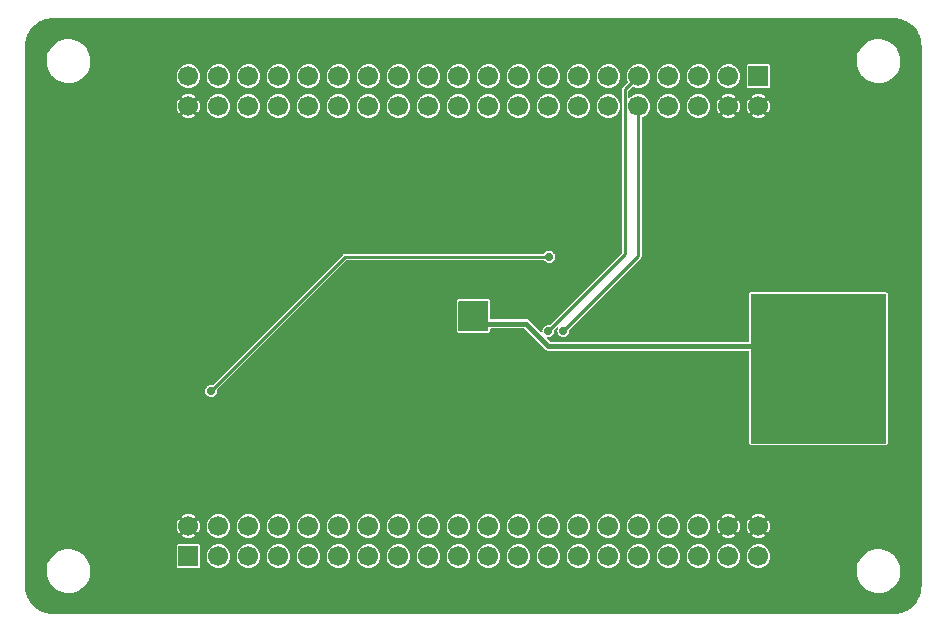
<source format=gbr>
%TF.GenerationSoftware,KiCad,Pcbnew,6.0.4+dfsg-1+b1*%
%TF.CreationDate,2022-05-06T01:05:30+08:00*%
%TF.ProjectId,mcustm32g030,6d637573-746d-4333-9267-3033302e6b69,a*%
%TF.SameCoordinates,Original*%
%TF.FileFunction,Copper,L2,Bot*%
%TF.FilePolarity,Positive*%
%FSLAX46Y46*%
G04 Gerber Fmt 4.6, Leading zero omitted, Abs format (unit mm)*
G04 Created by KiCad (PCBNEW 6.0.4+dfsg-1+b1) date 2022-05-06 01:05:30*
%MOMM*%
%LPD*%
G01*
G04 APERTURE LIST*
%TA.AperFunction,ComponentPad*%
%ADD10R,1.700000X1.700000*%
%TD*%
%TA.AperFunction,ComponentPad*%
%ADD11C,1.700000*%
%TD*%
%TA.AperFunction,ViaPad*%
%ADD12C,0.700000*%
%TD*%
%TA.AperFunction,Conductor*%
%ADD13C,0.228600*%
%TD*%
%TA.AperFunction,Conductor*%
%ADD14C,0.457200*%
%TD*%
G04 APERTURE END LIST*
D10*
%TO.P,J1,1,3.3V*%
%TO.N,+3V3*%
X102870000Y-115570000D03*
D11*
%TO.P,J1,2,GND*%
%TO.N,GND*%
X102870000Y-113030000D03*
%TO.P,J1,3,BO0*%
%TO.N,BO0*%
X105410000Y-115570000D03*
%TO.P,J1,4,NRST*%
%TO.N,NRST*%
X105410000Y-113030000D03*
%TO.P,J1,5,PC0*%
%TO.N,unconnected-(J1-Pad5)*%
X107950000Y-115570000D03*
%TO.P,J1,6,PC1*%
%TO.N,unconnected-(J1-Pad6)*%
X107950000Y-113030000D03*
%TO.P,J1,7,PC2*%
%TO.N,unconnected-(J1-Pad7)*%
X110490000Y-115570000D03*
%TO.P,J1,8,PC3*%
%TO.N,unconnected-(J1-Pad8)*%
X110490000Y-113030000D03*
%TO.P,J1,9,PA0*%
%TO.N,PA0*%
X113030000Y-115570000D03*
%TO.P,J1,10,PA1*%
%TO.N,PA1*%
X113030000Y-113030000D03*
%TO.P,J1,11,PA2*%
%TO.N,PA2*%
X115570000Y-115570000D03*
%TO.P,J1,12,PA3*%
%TO.N,PA3*%
X115570000Y-113030000D03*
%TO.P,J1,13,PA4*%
%TO.N,PA4*%
X118110000Y-115570000D03*
%TO.P,J1,14,PA5*%
%TO.N,PA5*%
X118110000Y-113030000D03*
%TO.P,J1,15,PA6*%
%TO.N,PA6*%
X120650000Y-115570000D03*
%TO.P,J1,16,PA7*%
%TO.N,PA7*%
X120650000Y-113030000D03*
%TO.P,J1,17,PC4*%
%TO.N,unconnected-(J1-Pad17)*%
X123190000Y-115570000D03*
%TO.P,J1,18,PC5*%
%TO.N,unconnected-(J1-Pad18)*%
X123190000Y-113030000D03*
%TO.P,J1,19,PB0*%
%TO.N,PB0*%
X125730000Y-115570000D03*
%TO.P,J1,20,PB1*%
%TO.N,PB1*%
X125730000Y-113030000D03*
%TO.P,J1,21,PB2*%
%TO.N,PB2*%
X128270000Y-115570000D03*
%TO.P,J1,22,U0*%
%TO.N,unconnected-(J1-Pad22)*%
X128270000Y-113030000D03*
%TO.P,J1,23,PB10*%
%TO.N,PB10*%
X130810000Y-115570000D03*
%TO.P,J1,24,PB11*%
%TO.N,PB11*%
X130810000Y-113030000D03*
%TO.P,J1,25,PB12*%
%TO.N,PB12*%
X133350000Y-115570000D03*
%TO.P,J1,26,PB13*%
%TO.N,PB13*%
X133350000Y-113030000D03*
%TO.P,J1,27,PB14*%
%TO.N,PB14*%
X135890000Y-115570000D03*
%TO.P,J1,28,PB15*%
%TO.N,PB15*%
X135890000Y-113030000D03*
%TO.P,J1,29,PC6*%
%TO.N,PC6*%
X138430000Y-115570000D03*
%TO.P,J1,30,PC7*%
%TO.N,PC7*%
X138430000Y-113030000D03*
%TO.P,J1,31,PC8*%
%TO.N,unconnected-(J1-Pad31)*%
X140970000Y-115570000D03*
%TO.P,J1,32,PC9*%
%TO.N,unconnected-(J1-Pad32)*%
X140970000Y-113030000D03*
%TO.P,J1,33,U1*%
%TO.N,unconnected-(J1-Pad33)*%
X143510000Y-115570000D03*
%TO.P,J1,34,U2*%
%TO.N,unconnected-(J1-Pad34)*%
X143510000Y-113030000D03*
%TO.P,J1,35,U3*%
%TO.N,unconnected-(J1-Pad35)*%
X146050000Y-115570000D03*
%TO.P,J1,36,U4*%
%TO.N,unconnected-(J1-Pad36)*%
X146050000Y-113030000D03*
%TO.P,J1,37,3.3V*%
%TO.N,+3V3*%
X148590000Y-115570000D03*
%TO.P,J1,38,GND*%
%TO.N,GND*%
X148590000Y-113030000D03*
%TO.P,J1,39,5V*%
%TO.N,+5V*%
X151130000Y-115570000D03*
%TO.P,J1,40,GND*%
%TO.N,GND*%
X151130000Y-113030000D03*
D10*
%TO.P,J1,41,5V*%
%TO.N,+5V*%
X151130000Y-74930000D03*
D11*
%TO.P,J1,42,GND*%
%TO.N,GND*%
X151130000Y-77470000D03*
%TO.P,J1,43,3.3V*%
%TO.N,+3V3*%
X148590000Y-74930000D03*
%TO.P,J1,44,GND*%
%TO.N,GND*%
X148590000Y-77470000D03*
%TO.P,J1,45,U15*%
%TO.N,unconnected-(J1-Pad45)*%
X146050000Y-74930000D03*
%TO.P,J1,46,U16*%
%TO.N,unconnected-(J1-Pad46)*%
X146050000Y-77470000D03*
%TO.P,J1,47,U13*%
%TO.N,unconnected-(J1-Pad47)*%
X143510000Y-74930000D03*
%TO.P,J1,48,U14*%
%TO.N,unconnected-(J1-Pad48)*%
X143510000Y-77470000D03*
%TO.P,J1,49,PA8*%
%TO.N,PA8*%
X140970000Y-74930000D03*
%TO.P,J1,50,PA9*%
%TO.N,PA9*%
X140970000Y-77470000D03*
%TO.P,J1,51,PA10*%
%TO.N,PA10*%
X138430000Y-74930000D03*
%TO.P,J1,52,PA11*%
%TO.N,PA11*%
X138430000Y-77470000D03*
%TO.P,J1,53,PA12*%
%TO.N,PA12*%
X135890000Y-74930000D03*
%TO.P,J1,54,PA13*%
%TO.N,PA13*%
X135890000Y-77470000D03*
%TO.P,J1,55,PA14*%
%TO.N,PA14*%
X133350000Y-74930000D03*
%TO.P,J1,56,PA15*%
%TO.N,PA15*%
X133350000Y-77470000D03*
%TO.P,J1,57,U11*%
%TO.N,unconnected-(J1-Pad57)*%
X130810000Y-74930000D03*
%TO.P,J1,58,U12*%
%TO.N,unconnected-(J1-Pad58)*%
X130810000Y-77470000D03*
%TO.P,J1,59,PC10*%
%TO.N,unconnected-(J1-Pad59)*%
X128270000Y-74930000D03*
%TO.P,J1,60,PC11*%
%TO.N,unconnected-(J1-Pad60)*%
X128270000Y-77470000D03*
%TO.P,J1,61,PC12*%
%TO.N,unconnected-(J1-Pad61)*%
X125730000Y-74930000D03*
%TO.P,J1,62,U8*%
%TO.N,unconnected-(J1-Pad62)*%
X125730000Y-77470000D03*
%TO.P,J1,63,PD2*%
%TO.N,PD2*%
X123190000Y-74930000D03*
%TO.P,J1,64,PB3*%
%TO.N,PB3*%
X123190000Y-77470000D03*
%TO.P,J1,65,PB4*%
%TO.N,PB4*%
X120650000Y-74930000D03*
%TO.P,J1,66,PB5*%
%TO.N,PB5*%
X120650000Y-77470000D03*
%TO.P,J1,67,PB6*%
%TO.N,PB6*%
X118110000Y-74930000D03*
%TO.P,J1,68,PB7*%
%TO.N,PB7*%
X118110000Y-77470000D03*
%TO.P,J1,69,PB8*%
%TO.N,PB8*%
X115570000Y-74930000D03*
%TO.P,J1,70,PB9*%
%TO.N,PB9*%
X115570000Y-77470000D03*
%TO.P,J1,71,U9*%
%TO.N,unconnected-(J1-Pad71)*%
X113030000Y-74930000D03*
%TO.P,J1,72,U10*%
%TO.N,unconnected-(J1-Pad72)*%
X113030000Y-77470000D03*
%TO.P,J1,73,PC14*%
%TO.N,PC14*%
X110490000Y-74930000D03*
%TO.P,J1,74,PC13*%
%TO.N,PC13*%
X110490000Y-77470000D03*
%TO.P,J1,75,U7*%
%TO.N,unconnected-(J1-Pad75)*%
X107950000Y-74930000D03*
%TO.P,J1,76,PC15*%
%TO.N,PC15*%
X107950000Y-77470000D03*
%TO.P,J1,77,U5*%
%TO.N,unconnected-(J1-Pad77)*%
X105410000Y-74930000D03*
%TO.P,J1,78,U6*%
%TO.N,unconnected-(J1-Pad78)*%
X105410000Y-77470000D03*
%TO.P,J1,79,3.3V*%
%TO.N,+3V3*%
X102870000Y-74930000D03*
%TO.P,J1,80,GND*%
%TO.N,GND*%
X102870000Y-77470000D03*
%TD*%
D12*
%TO.N,PA8*%
X133350000Y-96520000D03*
%TO.N,PA9*%
X134620000Y-96520000D03*
%TO.N,PA14*%
X104775000Y-101600000D03*
X133421250Y-90241250D03*
%TO.N,+3V3*%
X126365000Y-95885000D03*
X127635000Y-94615000D03*
X126365000Y-94615000D03*
X156210000Y-100330000D03*
X158750000Y-97790000D03*
X158750000Y-100330000D03*
X153670000Y-97790000D03*
X153670000Y-99060000D03*
X153670000Y-100330000D03*
X158750000Y-99060000D03*
X156210000Y-99060000D03*
X156210000Y-97790000D03*
X127635000Y-95885000D03*
%TO.N,GND*%
X155575000Y-113030000D03*
X159385000Y-86995000D03*
X125095000Y-93345000D03*
X159385000Y-90805000D03*
X159385000Y-85090000D03*
X128905000Y-93345000D03*
X159385000Y-88900000D03*
X128905000Y-97155000D03*
X137160000Y-99695000D03*
X156845000Y-111760000D03*
X154305000Y-114300000D03*
X125095000Y-97155000D03*
%TD*%
D13*
%TO.N,PA8*%
X139853789Y-90016211D02*
X139853789Y-76046211D01*
X133350000Y-96520000D02*
X139853789Y-90016211D01*
X139853789Y-76046211D02*
X140970000Y-74930000D01*
%TO.N,PA9*%
X134620000Y-96520000D02*
X140970000Y-90170000D01*
X140970000Y-90170000D02*
X140970000Y-77470000D01*
%TO.N,PA14*%
X116133750Y-90241250D02*
X104775000Y-101600000D01*
X133421250Y-90241250D02*
X116133750Y-90241250D01*
D14*
%TO.N,+3V3*%
X127635000Y-94615000D02*
X126365000Y-94615000D01*
X126365000Y-94615000D02*
X126365000Y-95885000D01*
X131445000Y-95885000D02*
X133350000Y-97790000D01*
X127635000Y-95885000D02*
X131445000Y-95885000D01*
X126365000Y-95885000D02*
X127635000Y-95885000D01*
X153670000Y-97790000D02*
X133350000Y-97790000D01*
X127635000Y-94615000D02*
X127635000Y-95885000D01*
%TD*%
%TA.AperFunction,Conductor*%
%TO.N,+3V3*%
G36*
X128243138Y-93997593D02*
G01*
X128268858Y-94042142D01*
X128270000Y-94055200D01*
X128270000Y-96444800D01*
X128252407Y-96493138D01*
X128207858Y-96518858D01*
X128194800Y-96520000D01*
X125805200Y-96520000D01*
X125756862Y-96502407D01*
X125731142Y-96457858D01*
X125730000Y-96444800D01*
X125730000Y-94055200D01*
X125747593Y-94006862D01*
X125792142Y-93981142D01*
X125805200Y-93980000D01*
X128194800Y-93980000D01*
X128243138Y-93997593D01*
G37*
%TD.AperFunction*%
%TD*%
%TA.AperFunction,Conductor*%
%TO.N,GND*%
G36*
X162549431Y-70005462D02*
G01*
X162550435Y-70005731D01*
X162560000Y-70008294D01*
X162569563Y-70005731D01*
X162577737Y-70005731D01*
X162588622Y-70004631D01*
X162843197Y-70020031D01*
X162852211Y-70021126D01*
X163126794Y-70071445D01*
X163135611Y-70073618D01*
X163255380Y-70110939D01*
X163402138Y-70156671D01*
X163410618Y-70159887D01*
X163665194Y-70274462D01*
X163673230Y-70278679D01*
X163912146Y-70423109D01*
X163919605Y-70428258D01*
X164139361Y-70600426D01*
X164146158Y-70606448D01*
X164343552Y-70803842D01*
X164349574Y-70810639D01*
X164521742Y-71030395D01*
X164526891Y-71037854D01*
X164636854Y-71219754D01*
X164671320Y-71276768D01*
X164675538Y-71284806D01*
X164772025Y-71499190D01*
X164790111Y-71539376D01*
X164793331Y-71547867D01*
X164876382Y-71814389D01*
X164878555Y-71823206D01*
X164928874Y-72097789D01*
X164929969Y-72106803D01*
X164945369Y-72361378D01*
X164944269Y-72372263D01*
X164944269Y-72380437D01*
X164941706Y-72390000D01*
X164944268Y-72399562D01*
X164944538Y-72400569D01*
X164947100Y-72420032D01*
X164947100Y-118079968D01*
X164944538Y-118099430D01*
X164941706Y-118110000D01*
X164944269Y-118119563D01*
X164944269Y-118127737D01*
X164945369Y-118138622D01*
X164929969Y-118393197D01*
X164928874Y-118402211D01*
X164878555Y-118676794D01*
X164876382Y-118685611D01*
X164793331Y-118952133D01*
X164790113Y-118960618D01*
X164675540Y-119215191D01*
X164671321Y-119223230D01*
X164526891Y-119462146D01*
X164521742Y-119469605D01*
X164349574Y-119689361D01*
X164343552Y-119696158D01*
X164146158Y-119893552D01*
X164139361Y-119899574D01*
X163919605Y-120071742D01*
X163912146Y-120076891D01*
X163673232Y-120221320D01*
X163665194Y-120225538D01*
X163410618Y-120340113D01*
X163402138Y-120343329D01*
X163255380Y-120389061D01*
X163135611Y-120426382D01*
X163126794Y-120428555D01*
X162852211Y-120478874D01*
X162843197Y-120479969D01*
X162588622Y-120495369D01*
X162577737Y-120494269D01*
X162569563Y-120494269D01*
X162560000Y-120491706D01*
X162550438Y-120494268D01*
X162549431Y-120494538D01*
X162529968Y-120497100D01*
X91470032Y-120497100D01*
X91450569Y-120494538D01*
X91449562Y-120494268D01*
X91440000Y-120491706D01*
X91430437Y-120494269D01*
X91422263Y-120494269D01*
X91411378Y-120495369D01*
X91156803Y-120479969D01*
X91147789Y-120478874D01*
X90873206Y-120428555D01*
X90864389Y-120426382D01*
X90744620Y-120389061D01*
X90597862Y-120343329D01*
X90589382Y-120340113D01*
X90334806Y-120225538D01*
X90326768Y-120221320D01*
X90087854Y-120076891D01*
X90080395Y-120071742D01*
X89860639Y-119899574D01*
X89853842Y-119893552D01*
X89656448Y-119696158D01*
X89650426Y-119689361D01*
X89478258Y-119469605D01*
X89473109Y-119462146D01*
X89328679Y-119223230D01*
X89324460Y-119215191D01*
X89209887Y-118960618D01*
X89206669Y-118952133D01*
X89123618Y-118685611D01*
X89121445Y-118676794D01*
X89071126Y-118402211D01*
X89070031Y-118393197D01*
X89054631Y-118138622D01*
X89055731Y-118127737D01*
X89055731Y-118119563D01*
X89058294Y-118110000D01*
X89055462Y-118099430D01*
X89052900Y-118079968D01*
X89052900Y-116882095D01*
X90855028Y-116882095D01*
X90855287Y-116884809D01*
X90855287Y-116884813D01*
X90872840Y-117068793D01*
X90880534Y-117149431D01*
X90944364Y-117410285D01*
X91045182Y-117659192D01*
X91046557Y-117661540D01*
X91139627Y-117820491D01*
X91180875Y-117890938D01*
X91348601Y-118100669D01*
X91350595Y-118102531D01*
X91350598Y-118102535D01*
X91376170Y-118126423D01*
X91544846Y-118283991D01*
X91765499Y-118437064D01*
X91767933Y-118438275D01*
X91767940Y-118438279D01*
X92003491Y-118555463D01*
X92003495Y-118555465D01*
X92005938Y-118556680D01*
X92261126Y-118640335D01*
X92263810Y-118640801D01*
X92263814Y-118640802D01*
X92523452Y-118685883D01*
X92523456Y-118685883D01*
X92525717Y-118686276D01*
X92610567Y-118690500D01*
X92778223Y-118690500D01*
X92977846Y-118676016D01*
X93240080Y-118618120D01*
X93242622Y-118617157D01*
X93242625Y-118617156D01*
X93488664Y-118523940D01*
X93491211Y-118522975D01*
X93648674Y-118435512D01*
X93723587Y-118393901D01*
X93725976Y-118392574D01*
X93866222Y-118285542D01*
X93937294Y-118231302D01*
X93937298Y-118231298D01*
X93939458Y-118229650D01*
X94127185Y-118037614D01*
X94128790Y-118035409D01*
X94283621Y-117822695D01*
X94283622Y-117822693D01*
X94285225Y-117820491D01*
X94370089Y-117659192D01*
X94408998Y-117585237D01*
X94409000Y-117585232D01*
X94410265Y-117582828D01*
X94499688Y-117329603D01*
X94551620Y-117066122D01*
X94560781Y-116882095D01*
X159435028Y-116882095D01*
X159435287Y-116884809D01*
X159435287Y-116884813D01*
X159452840Y-117068793D01*
X159460534Y-117149431D01*
X159524364Y-117410285D01*
X159625182Y-117659192D01*
X159626557Y-117661540D01*
X159719627Y-117820491D01*
X159760875Y-117890938D01*
X159928601Y-118100669D01*
X159930595Y-118102531D01*
X159930598Y-118102535D01*
X159956170Y-118126423D01*
X160124846Y-118283991D01*
X160345499Y-118437064D01*
X160347933Y-118438275D01*
X160347940Y-118438279D01*
X160583491Y-118555463D01*
X160583495Y-118555465D01*
X160585938Y-118556680D01*
X160841126Y-118640335D01*
X160843810Y-118640801D01*
X160843814Y-118640802D01*
X161103452Y-118685883D01*
X161103456Y-118685883D01*
X161105717Y-118686276D01*
X161190567Y-118690500D01*
X161358223Y-118690500D01*
X161557846Y-118676016D01*
X161820080Y-118618120D01*
X161822622Y-118617157D01*
X161822625Y-118617156D01*
X162068664Y-118523940D01*
X162071211Y-118522975D01*
X162228674Y-118435512D01*
X162303587Y-118393901D01*
X162305976Y-118392574D01*
X162446222Y-118285542D01*
X162517294Y-118231302D01*
X162517298Y-118231298D01*
X162519458Y-118229650D01*
X162707185Y-118037614D01*
X162708790Y-118035409D01*
X162863621Y-117822695D01*
X162863622Y-117822693D01*
X162865225Y-117820491D01*
X162950089Y-117659192D01*
X162988998Y-117585237D01*
X162989000Y-117585232D01*
X162990265Y-117582828D01*
X163079688Y-117329603D01*
X163131620Y-117066122D01*
X163144972Y-116797905D01*
X163127415Y-116613878D01*
X163119725Y-116533281D01*
X163119724Y-116533278D01*
X163119466Y-116530569D01*
X163117878Y-116524077D01*
X163076033Y-116353071D01*
X163055636Y-116269715D01*
X162954818Y-116020808D01*
X162861786Y-115861922D01*
X162820503Y-115791415D01*
X162820501Y-115791412D01*
X162819125Y-115789062D01*
X162786489Y-115748252D01*
X162700266Y-115640436D01*
X162651399Y-115579331D01*
X162649405Y-115577469D01*
X162649402Y-115577465D01*
X162457145Y-115397869D01*
X162455154Y-115396009D01*
X162234501Y-115242936D01*
X162232067Y-115241725D01*
X162232060Y-115241721D01*
X161996509Y-115124537D01*
X161996505Y-115124535D01*
X161994062Y-115123320D01*
X161738874Y-115039665D01*
X161736190Y-115039199D01*
X161736186Y-115039198D01*
X161476548Y-114994117D01*
X161476544Y-114994117D01*
X161474283Y-114993724D01*
X161389433Y-114989500D01*
X161221777Y-114989500D01*
X161022154Y-115003984D01*
X160759920Y-115061880D01*
X160757378Y-115062843D01*
X160757375Y-115062844D01*
X160511336Y-115156060D01*
X160508789Y-115157025D01*
X160506407Y-115158348D01*
X160506405Y-115158349D01*
X160276413Y-115286099D01*
X160274024Y-115287426D01*
X160271855Y-115289081D01*
X160271854Y-115289082D01*
X160062706Y-115448698D01*
X160062702Y-115448702D01*
X160060542Y-115450350D01*
X159872815Y-115642386D01*
X159871210Y-115644591D01*
X159765650Y-115789615D01*
X159714775Y-115859509D01*
X159713508Y-115861917D01*
X159713505Y-115861922D01*
X159628587Y-116023326D01*
X159589735Y-116097172D01*
X159500312Y-116350397D01*
X159448380Y-116613878D01*
X159435028Y-116882095D01*
X94560781Y-116882095D01*
X94564972Y-116797905D01*
X94547415Y-116613878D01*
X94539725Y-116533281D01*
X94539724Y-116533278D01*
X94539466Y-116530569D01*
X94537878Y-116524077D01*
X94496033Y-116353071D01*
X94475636Y-116269715D01*
X94374818Y-116020808D01*
X94281786Y-115861922D01*
X94240503Y-115791415D01*
X94240501Y-115791412D01*
X94239125Y-115789062D01*
X94206489Y-115748252D01*
X94120266Y-115640436D01*
X94071399Y-115579331D01*
X94069405Y-115577469D01*
X94069402Y-115577465D01*
X93877145Y-115397869D01*
X93875154Y-115396009D01*
X93654501Y-115242936D01*
X93652067Y-115241725D01*
X93652060Y-115241721D01*
X93416509Y-115124537D01*
X93416505Y-115124535D01*
X93414062Y-115123320D01*
X93158874Y-115039665D01*
X93156190Y-115039199D01*
X93156186Y-115039198D01*
X92896548Y-114994117D01*
X92896544Y-114994117D01*
X92894283Y-114993724D01*
X92809433Y-114989500D01*
X92641777Y-114989500D01*
X92442154Y-115003984D01*
X92179920Y-115061880D01*
X92177378Y-115062843D01*
X92177375Y-115062844D01*
X91931336Y-115156060D01*
X91928789Y-115157025D01*
X91926407Y-115158348D01*
X91926405Y-115158349D01*
X91696413Y-115286099D01*
X91694024Y-115287426D01*
X91691855Y-115289081D01*
X91691854Y-115289082D01*
X91482706Y-115448698D01*
X91482702Y-115448702D01*
X91480542Y-115450350D01*
X91292815Y-115642386D01*
X91291210Y-115644591D01*
X91185650Y-115789615D01*
X91134775Y-115859509D01*
X91133508Y-115861917D01*
X91133505Y-115861922D01*
X91048587Y-116023326D01*
X91009735Y-116097172D01*
X90920312Y-116350397D01*
X90868380Y-116613878D01*
X90855028Y-116882095D01*
X89052900Y-116882095D01*
X89052900Y-114704943D01*
X101867100Y-114704943D01*
X101867101Y-116435056D01*
X101875972Y-116479658D01*
X101909766Y-116530234D01*
X101915923Y-116534348D01*
X101954183Y-116559913D01*
X101954184Y-116559914D01*
X101960342Y-116564028D01*
X102004943Y-116572900D01*
X102869882Y-116572900D01*
X103735056Y-116572899D01*
X103779658Y-116564028D01*
X103830234Y-116530234D01*
X103854801Y-116493467D01*
X103859913Y-116485817D01*
X103859914Y-116485816D01*
X103864028Y-116479658D01*
X103872900Y-116435057D01*
X103872899Y-115555930D01*
X104402345Y-115555930D01*
X104402653Y-115559598D01*
X104402653Y-115559601D01*
X104405889Y-115598138D01*
X104418803Y-115751919D01*
X104473015Y-115940979D01*
X104562916Y-116115908D01*
X104685083Y-116270044D01*
X104687877Y-116272422D01*
X104687878Y-116272423D01*
X104722691Y-116302051D01*
X104834862Y-116397516D01*
X104838063Y-116399305D01*
X104838066Y-116399307D01*
X104876656Y-116420874D01*
X105006547Y-116493467D01*
X105010044Y-116494603D01*
X105010048Y-116494605D01*
X105100755Y-116524077D01*
X105193600Y-116554244D01*
X105300984Y-116567049D01*
X105385237Y-116577096D01*
X105385239Y-116577096D01*
X105388895Y-116577532D01*
X105584994Y-116562443D01*
X105708627Y-116527924D01*
X105770883Y-116510542D01*
X105770885Y-116510541D01*
X105774428Y-116509552D01*
X105914727Y-116438682D01*
X105946697Y-116422533D01*
X105946698Y-116422532D01*
X105949981Y-116420874D01*
X106104966Y-116299786D01*
X106233480Y-116150901D01*
X106262546Y-116099736D01*
X106328810Y-115983091D01*
X106328812Y-115983088D01*
X106330628Y-115979890D01*
X106392710Y-115793266D01*
X106417360Y-115598138D01*
X106417753Y-115570000D01*
X106417548Y-115567907D01*
X106416374Y-115555930D01*
X106942345Y-115555930D01*
X106942653Y-115559598D01*
X106942653Y-115559601D01*
X106945889Y-115598138D01*
X106958803Y-115751919D01*
X107013015Y-115940979D01*
X107102916Y-116115908D01*
X107225083Y-116270044D01*
X107227877Y-116272422D01*
X107227878Y-116272423D01*
X107262691Y-116302051D01*
X107374862Y-116397516D01*
X107378063Y-116399305D01*
X107378066Y-116399307D01*
X107416656Y-116420874D01*
X107546547Y-116493467D01*
X107550044Y-116494603D01*
X107550048Y-116494605D01*
X107640755Y-116524077D01*
X107733600Y-116554244D01*
X107840984Y-116567049D01*
X107925237Y-116577096D01*
X107925239Y-116577096D01*
X107928895Y-116577532D01*
X108124994Y-116562443D01*
X108248627Y-116527924D01*
X108310883Y-116510542D01*
X108310885Y-116510541D01*
X108314428Y-116509552D01*
X108454727Y-116438682D01*
X108486697Y-116422533D01*
X108486698Y-116422532D01*
X108489981Y-116420874D01*
X108644966Y-116299786D01*
X108773480Y-116150901D01*
X108802546Y-116099736D01*
X108868810Y-115983091D01*
X108868812Y-115983088D01*
X108870628Y-115979890D01*
X108932710Y-115793266D01*
X108957360Y-115598138D01*
X108957753Y-115570000D01*
X108957548Y-115567907D01*
X108956374Y-115555930D01*
X109482345Y-115555930D01*
X109482653Y-115559598D01*
X109482653Y-115559601D01*
X109485889Y-115598138D01*
X109498803Y-115751919D01*
X109553015Y-115940979D01*
X109642916Y-116115908D01*
X109765083Y-116270044D01*
X109767877Y-116272422D01*
X109767878Y-116272423D01*
X109802691Y-116302051D01*
X109914862Y-116397516D01*
X109918063Y-116399305D01*
X109918066Y-116399307D01*
X109956656Y-116420874D01*
X110086547Y-116493467D01*
X110090044Y-116494603D01*
X110090048Y-116494605D01*
X110180755Y-116524077D01*
X110273600Y-116554244D01*
X110380984Y-116567049D01*
X110465237Y-116577096D01*
X110465239Y-116577096D01*
X110468895Y-116577532D01*
X110664994Y-116562443D01*
X110788627Y-116527924D01*
X110850883Y-116510542D01*
X110850885Y-116510541D01*
X110854428Y-116509552D01*
X110994727Y-116438682D01*
X111026697Y-116422533D01*
X111026698Y-116422532D01*
X111029981Y-116420874D01*
X111184966Y-116299786D01*
X111313480Y-116150901D01*
X111342546Y-116099736D01*
X111408810Y-115983091D01*
X111408812Y-115983088D01*
X111410628Y-115979890D01*
X111472710Y-115793266D01*
X111497360Y-115598138D01*
X111497753Y-115570000D01*
X111497548Y-115567907D01*
X111496374Y-115555930D01*
X112022345Y-115555930D01*
X112022653Y-115559598D01*
X112022653Y-115559601D01*
X112025889Y-115598138D01*
X112038803Y-115751919D01*
X112093015Y-115940979D01*
X112182916Y-116115908D01*
X112305083Y-116270044D01*
X112307877Y-116272422D01*
X112307878Y-116272423D01*
X112342691Y-116302051D01*
X112454862Y-116397516D01*
X112458063Y-116399305D01*
X112458066Y-116399307D01*
X112496656Y-116420874D01*
X112626547Y-116493467D01*
X112630044Y-116494603D01*
X112630048Y-116494605D01*
X112720755Y-116524077D01*
X112813600Y-116554244D01*
X112920984Y-116567049D01*
X113005237Y-116577096D01*
X113005239Y-116577096D01*
X113008895Y-116577532D01*
X113204994Y-116562443D01*
X113328627Y-116527924D01*
X113390883Y-116510542D01*
X113390885Y-116510541D01*
X113394428Y-116509552D01*
X113534727Y-116438682D01*
X113566697Y-116422533D01*
X113566698Y-116422532D01*
X113569981Y-116420874D01*
X113724966Y-116299786D01*
X113853480Y-116150901D01*
X113882546Y-116099736D01*
X113948810Y-115983091D01*
X113948812Y-115983088D01*
X113950628Y-115979890D01*
X114012710Y-115793266D01*
X114037360Y-115598138D01*
X114037753Y-115570000D01*
X114037548Y-115567907D01*
X114036374Y-115555930D01*
X114562345Y-115555930D01*
X114562653Y-115559598D01*
X114562653Y-115559601D01*
X114565889Y-115598138D01*
X114578803Y-115751919D01*
X114633015Y-115940979D01*
X114722916Y-116115908D01*
X114845083Y-116270044D01*
X114847877Y-116272422D01*
X114847878Y-116272423D01*
X114882691Y-116302051D01*
X114994862Y-116397516D01*
X114998063Y-116399305D01*
X114998066Y-116399307D01*
X115036656Y-116420874D01*
X115166547Y-116493467D01*
X115170044Y-116494603D01*
X115170048Y-116494605D01*
X115260755Y-116524077D01*
X115353600Y-116554244D01*
X115460984Y-116567049D01*
X115545237Y-116577096D01*
X115545239Y-116577096D01*
X115548895Y-116577532D01*
X115744994Y-116562443D01*
X115868627Y-116527924D01*
X115930883Y-116510542D01*
X115930885Y-116510541D01*
X115934428Y-116509552D01*
X116074727Y-116438682D01*
X116106697Y-116422533D01*
X116106698Y-116422532D01*
X116109981Y-116420874D01*
X116264966Y-116299786D01*
X116393480Y-116150901D01*
X116422546Y-116099736D01*
X116488810Y-115983091D01*
X116488812Y-115983088D01*
X116490628Y-115979890D01*
X116552710Y-115793266D01*
X116577360Y-115598138D01*
X116577753Y-115570000D01*
X116577548Y-115567907D01*
X116576374Y-115555930D01*
X117102345Y-115555930D01*
X117102653Y-115559598D01*
X117102653Y-115559601D01*
X117105889Y-115598138D01*
X117118803Y-115751919D01*
X117173015Y-115940979D01*
X117262916Y-116115908D01*
X117385083Y-116270044D01*
X117387877Y-116272422D01*
X117387878Y-116272423D01*
X117422691Y-116302051D01*
X117534862Y-116397516D01*
X117538063Y-116399305D01*
X117538066Y-116399307D01*
X117576656Y-116420874D01*
X117706547Y-116493467D01*
X117710044Y-116494603D01*
X117710048Y-116494605D01*
X117800755Y-116524077D01*
X117893600Y-116554244D01*
X118000984Y-116567049D01*
X118085237Y-116577096D01*
X118085239Y-116577096D01*
X118088895Y-116577532D01*
X118284994Y-116562443D01*
X118408627Y-116527924D01*
X118470883Y-116510542D01*
X118470885Y-116510541D01*
X118474428Y-116509552D01*
X118614727Y-116438682D01*
X118646697Y-116422533D01*
X118646698Y-116422532D01*
X118649981Y-116420874D01*
X118804966Y-116299786D01*
X118933480Y-116150901D01*
X118962546Y-116099736D01*
X119028810Y-115983091D01*
X119028812Y-115983088D01*
X119030628Y-115979890D01*
X119092710Y-115793266D01*
X119117360Y-115598138D01*
X119117753Y-115570000D01*
X119117548Y-115567907D01*
X119116374Y-115555930D01*
X119642345Y-115555930D01*
X119642653Y-115559598D01*
X119642653Y-115559601D01*
X119645889Y-115598138D01*
X119658803Y-115751919D01*
X119713015Y-115940979D01*
X119802916Y-116115908D01*
X119925083Y-116270044D01*
X119927877Y-116272422D01*
X119927878Y-116272423D01*
X119962691Y-116302051D01*
X120074862Y-116397516D01*
X120078063Y-116399305D01*
X120078066Y-116399307D01*
X120116656Y-116420874D01*
X120246547Y-116493467D01*
X120250044Y-116494603D01*
X120250048Y-116494605D01*
X120340755Y-116524077D01*
X120433600Y-116554244D01*
X120540984Y-116567049D01*
X120625237Y-116577096D01*
X120625239Y-116577096D01*
X120628895Y-116577532D01*
X120824994Y-116562443D01*
X120948627Y-116527924D01*
X121010883Y-116510542D01*
X121010885Y-116510541D01*
X121014428Y-116509552D01*
X121154727Y-116438682D01*
X121186697Y-116422533D01*
X121186698Y-116422532D01*
X121189981Y-116420874D01*
X121344966Y-116299786D01*
X121473480Y-116150901D01*
X121502546Y-116099736D01*
X121568810Y-115983091D01*
X121568812Y-115983088D01*
X121570628Y-115979890D01*
X121632710Y-115793266D01*
X121657360Y-115598138D01*
X121657753Y-115570000D01*
X121657548Y-115567907D01*
X121656374Y-115555930D01*
X122182345Y-115555930D01*
X122182653Y-115559598D01*
X122182653Y-115559601D01*
X122185889Y-115598138D01*
X122198803Y-115751919D01*
X122253015Y-115940979D01*
X122342916Y-116115908D01*
X122465083Y-116270044D01*
X122467877Y-116272422D01*
X122467878Y-116272423D01*
X122502691Y-116302051D01*
X122614862Y-116397516D01*
X122618063Y-116399305D01*
X122618066Y-116399307D01*
X122656656Y-116420874D01*
X122786547Y-116493467D01*
X122790044Y-116494603D01*
X122790048Y-116494605D01*
X122880755Y-116524077D01*
X122973600Y-116554244D01*
X123080984Y-116567049D01*
X123165237Y-116577096D01*
X123165239Y-116577096D01*
X123168895Y-116577532D01*
X123364994Y-116562443D01*
X123488627Y-116527924D01*
X123550883Y-116510542D01*
X123550885Y-116510541D01*
X123554428Y-116509552D01*
X123694727Y-116438682D01*
X123726697Y-116422533D01*
X123726698Y-116422532D01*
X123729981Y-116420874D01*
X123884966Y-116299786D01*
X124013480Y-116150901D01*
X124042546Y-116099736D01*
X124108810Y-115983091D01*
X124108812Y-115983088D01*
X124110628Y-115979890D01*
X124172710Y-115793266D01*
X124197360Y-115598138D01*
X124197753Y-115570000D01*
X124197548Y-115567907D01*
X124196374Y-115555930D01*
X124722345Y-115555930D01*
X124722653Y-115559598D01*
X124722653Y-115559601D01*
X124725889Y-115598138D01*
X124738803Y-115751919D01*
X124793015Y-115940979D01*
X124882916Y-116115908D01*
X125005083Y-116270044D01*
X125007877Y-116272422D01*
X125007878Y-116272423D01*
X125042691Y-116302051D01*
X125154862Y-116397516D01*
X125158063Y-116399305D01*
X125158066Y-116399307D01*
X125196656Y-116420874D01*
X125326547Y-116493467D01*
X125330044Y-116494603D01*
X125330048Y-116494605D01*
X125420755Y-116524077D01*
X125513600Y-116554244D01*
X125620984Y-116567049D01*
X125705237Y-116577096D01*
X125705239Y-116577096D01*
X125708895Y-116577532D01*
X125904994Y-116562443D01*
X126028627Y-116527924D01*
X126090883Y-116510542D01*
X126090885Y-116510541D01*
X126094428Y-116509552D01*
X126234727Y-116438682D01*
X126266697Y-116422533D01*
X126266698Y-116422532D01*
X126269981Y-116420874D01*
X126424966Y-116299786D01*
X126553480Y-116150901D01*
X126582546Y-116099736D01*
X126648810Y-115983091D01*
X126648812Y-115983088D01*
X126650628Y-115979890D01*
X126712710Y-115793266D01*
X126737360Y-115598138D01*
X126737753Y-115570000D01*
X126737548Y-115567907D01*
X126736374Y-115555930D01*
X127262345Y-115555930D01*
X127262653Y-115559598D01*
X127262653Y-115559601D01*
X127265889Y-115598138D01*
X127278803Y-115751919D01*
X127333015Y-115940979D01*
X127422916Y-116115908D01*
X127545083Y-116270044D01*
X127547877Y-116272422D01*
X127547878Y-116272423D01*
X127582691Y-116302051D01*
X127694862Y-116397516D01*
X127698063Y-116399305D01*
X127698066Y-116399307D01*
X127736656Y-116420874D01*
X127866547Y-116493467D01*
X127870044Y-116494603D01*
X127870048Y-116494605D01*
X127960755Y-116524077D01*
X128053600Y-116554244D01*
X128160984Y-116567049D01*
X128245237Y-116577096D01*
X128245239Y-116577096D01*
X128248895Y-116577532D01*
X128444994Y-116562443D01*
X128568627Y-116527924D01*
X128630883Y-116510542D01*
X128630885Y-116510541D01*
X128634428Y-116509552D01*
X128774727Y-116438682D01*
X128806697Y-116422533D01*
X128806698Y-116422532D01*
X128809981Y-116420874D01*
X128964966Y-116299786D01*
X129093480Y-116150901D01*
X129122546Y-116099736D01*
X129188810Y-115983091D01*
X129188812Y-115983088D01*
X129190628Y-115979890D01*
X129252710Y-115793266D01*
X129277360Y-115598138D01*
X129277753Y-115570000D01*
X129277548Y-115567907D01*
X129276374Y-115555930D01*
X129802345Y-115555930D01*
X129802653Y-115559598D01*
X129802653Y-115559601D01*
X129805889Y-115598138D01*
X129818803Y-115751919D01*
X129873015Y-115940979D01*
X129962916Y-116115908D01*
X130085083Y-116270044D01*
X130087877Y-116272422D01*
X130087878Y-116272423D01*
X130122691Y-116302051D01*
X130234862Y-116397516D01*
X130238063Y-116399305D01*
X130238066Y-116399307D01*
X130276656Y-116420874D01*
X130406547Y-116493467D01*
X130410044Y-116494603D01*
X130410048Y-116494605D01*
X130500755Y-116524077D01*
X130593600Y-116554244D01*
X130700984Y-116567049D01*
X130785237Y-116577096D01*
X130785239Y-116577096D01*
X130788895Y-116577532D01*
X130984994Y-116562443D01*
X131108627Y-116527924D01*
X131170883Y-116510542D01*
X131170885Y-116510541D01*
X131174428Y-116509552D01*
X131314727Y-116438682D01*
X131346697Y-116422533D01*
X131346698Y-116422532D01*
X131349981Y-116420874D01*
X131504966Y-116299786D01*
X131633480Y-116150901D01*
X131662546Y-116099736D01*
X131728810Y-115983091D01*
X131728812Y-115983088D01*
X131730628Y-115979890D01*
X131792710Y-115793266D01*
X131817360Y-115598138D01*
X131817753Y-115570000D01*
X131817548Y-115567907D01*
X131816374Y-115555930D01*
X132342345Y-115555930D01*
X132342653Y-115559598D01*
X132342653Y-115559601D01*
X132345889Y-115598138D01*
X132358803Y-115751919D01*
X132413015Y-115940979D01*
X132502916Y-116115908D01*
X132625083Y-116270044D01*
X132627877Y-116272422D01*
X132627878Y-116272423D01*
X132662691Y-116302051D01*
X132774862Y-116397516D01*
X132778063Y-116399305D01*
X132778066Y-116399307D01*
X132816656Y-116420874D01*
X132946547Y-116493467D01*
X132950044Y-116494603D01*
X132950048Y-116494605D01*
X133040755Y-116524077D01*
X133133600Y-116554244D01*
X133240984Y-116567049D01*
X133325237Y-116577096D01*
X133325239Y-116577096D01*
X133328895Y-116577532D01*
X133524994Y-116562443D01*
X133648627Y-116527924D01*
X133710883Y-116510542D01*
X133710885Y-116510541D01*
X133714428Y-116509552D01*
X133854727Y-116438682D01*
X133886697Y-116422533D01*
X133886698Y-116422532D01*
X133889981Y-116420874D01*
X134044966Y-116299786D01*
X134173480Y-116150901D01*
X134202546Y-116099736D01*
X134268810Y-115983091D01*
X134268812Y-115983088D01*
X134270628Y-115979890D01*
X134332710Y-115793266D01*
X134357360Y-115598138D01*
X134357753Y-115570000D01*
X134357548Y-115567907D01*
X134356374Y-115555930D01*
X134882345Y-115555930D01*
X134882653Y-115559598D01*
X134882653Y-115559601D01*
X134885889Y-115598138D01*
X134898803Y-115751919D01*
X134953015Y-115940979D01*
X135042916Y-116115908D01*
X135165083Y-116270044D01*
X135167877Y-116272422D01*
X135167878Y-116272423D01*
X135202691Y-116302051D01*
X135314862Y-116397516D01*
X135318063Y-116399305D01*
X135318066Y-116399307D01*
X135356656Y-116420874D01*
X135486547Y-116493467D01*
X135490044Y-116494603D01*
X135490048Y-116494605D01*
X135580755Y-116524077D01*
X135673600Y-116554244D01*
X135780984Y-116567049D01*
X135865237Y-116577096D01*
X135865239Y-116577096D01*
X135868895Y-116577532D01*
X136064994Y-116562443D01*
X136188627Y-116527924D01*
X136250883Y-116510542D01*
X136250885Y-116510541D01*
X136254428Y-116509552D01*
X136394727Y-116438682D01*
X136426697Y-116422533D01*
X136426698Y-116422532D01*
X136429981Y-116420874D01*
X136584966Y-116299786D01*
X136713480Y-116150901D01*
X136742546Y-116099736D01*
X136808810Y-115983091D01*
X136808812Y-115983088D01*
X136810628Y-115979890D01*
X136872710Y-115793266D01*
X136897360Y-115598138D01*
X136897753Y-115570000D01*
X136897548Y-115567907D01*
X136896374Y-115555930D01*
X137422345Y-115555930D01*
X137422653Y-115559598D01*
X137422653Y-115559601D01*
X137425889Y-115598138D01*
X137438803Y-115751919D01*
X137493015Y-115940979D01*
X137582916Y-116115908D01*
X137705083Y-116270044D01*
X137707877Y-116272422D01*
X137707878Y-116272423D01*
X137742691Y-116302051D01*
X137854862Y-116397516D01*
X137858063Y-116399305D01*
X137858066Y-116399307D01*
X137896656Y-116420874D01*
X138026547Y-116493467D01*
X138030044Y-116494603D01*
X138030048Y-116494605D01*
X138120755Y-116524077D01*
X138213600Y-116554244D01*
X138320984Y-116567049D01*
X138405237Y-116577096D01*
X138405239Y-116577096D01*
X138408895Y-116577532D01*
X138604994Y-116562443D01*
X138728627Y-116527924D01*
X138790883Y-116510542D01*
X138790885Y-116510541D01*
X138794428Y-116509552D01*
X138934727Y-116438682D01*
X138966697Y-116422533D01*
X138966698Y-116422532D01*
X138969981Y-116420874D01*
X139124966Y-116299786D01*
X139253480Y-116150901D01*
X139282546Y-116099736D01*
X139348810Y-115983091D01*
X139348812Y-115983088D01*
X139350628Y-115979890D01*
X139412710Y-115793266D01*
X139437360Y-115598138D01*
X139437753Y-115570000D01*
X139437548Y-115567907D01*
X139436374Y-115555930D01*
X139962345Y-115555930D01*
X139962653Y-115559598D01*
X139962653Y-115559601D01*
X139965889Y-115598138D01*
X139978803Y-115751919D01*
X140033015Y-115940979D01*
X140122916Y-116115908D01*
X140245083Y-116270044D01*
X140247877Y-116272422D01*
X140247878Y-116272423D01*
X140282691Y-116302051D01*
X140394862Y-116397516D01*
X140398063Y-116399305D01*
X140398066Y-116399307D01*
X140436656Y-116420874D01*
X140566547Y-116493467D01*
X140570044Y-116494603D01*
X140570048Y-116494605D01*
X140660755Y-116524077D01*
X140753600Y-116554244D01*
X140860984Y-116567049D01*
X140945237Y-116577096D01*
X140945239Y-116577096D01*
X140948895Y-116577532D01*
X141144994Y-116562443D01*
X141268627Y-116527924D01*
X141330883Y-116510542D01*
X141330885Y-116510541D01*
X141334428Y-116509552D01*
X141474727Y-116438682D01*
X141506697Y-116422533D01*
X141506698Y-116422532D01*
X141509981Y-116420874D01*
X141664966Y-116299786D01*
X141793480Y-116150901D01*
X141822546Y-116099736D01*
X141888810Y-115983091D01*
X141888812Y-115983088D01*
X141890628Y-115979890D01*
X141952710Y-115793266D01*
X141977360Y-115598138D01*
X141977753Y-115570000D01*
X141977548Y-115567907D01*
X141976374Y-115555930D01*
X142502345Y-115555930D01*
X142502653Y-115559598D01*
X142502653Y-115559601D01*
X142505889Y-115598138D01*
X142518803Y-115751919D01*
X142573015Y-115940979D01*
X142662916Y-116115908D01*
X142785083Y-116270044D01*
X142787877Y-116272422D01*
X142787878Y-116272423D01*
X142822691Y-116302051D01*
X142934862Y-116397516D01*
X142938063Y-116399305D01*
X142938066Y-116399307D01*
X142976656Y-116420874D01*
X143106547Y-116493467D01*
X143110044Y-116494603D01*
X143110048Y-116494605D01*
X143200755Y-116524077D01*
X143293600Y-116554244D01*
X143400984Y-116567049D01*
X143485237Y-116577096D01*
X143485239Y-116577096D01*
X143488895Y-116577532D01*
X143684994Y-116562443D01*
X143808627Y-116527924D01*
X143870883Y-116510542D01*
X143870885Y-116510541D01*
X143874428Y-116509552D01*
X144014727Y-116438682D01*
X144046697Y-116422533D01*
X144046698Y-116422532D01*
X144049981Y-116420874D01*
X144204966Y-116299786D01*
X144333480Y-116150901D01*
X144362546Y-116099736D01*
X144428810Y-115983091D01*
X144428812Y-115983088D01*
X144430628Y-115979890D01*
X144492710Y-115793266D01*
X144517360Y-115598138D01*
X144517753Y-115570000D01*
X144517548Y-115567907D01*
X144516374Y-115555930D01*
X145042345Y-115555930D01*
X145042653Y-115559598D01*
X145042653Y-115559601D01*
X145045889Y-115598138D01*
X145058803Y-115751919D01*
X145113015Y-115940979D01*
X145202916Y-116115908D01*
X145325083Y-116270044D01*
X145327877Y-116272422D01*
X145327878Y-116272423D01*
X145362691Y-116302051D01*
X145474862Y-116397516D01*
X145478063Y-116399305D01*
X145478066Y-116399307D01*
X145516656Y-116420874D01*
X145646547Y-116493467D01*
X145650044Y-116494603D01*
X145650048Y-116494605D01*
X145740755Y-116524077D01*
X145833600Y-116554244D01*
X145940984Y-116567049D01*
X146025237Y-116577096D01*
X146025239Y-116577096D01*
X146028895Y-116577532D01*
X146224994Y-116562443D01*
X146348627Y-116527924D01*
X146410883Y-116510542D01*
X146410885Y-116510541D01*
X146414428Y-116509552D01*
X146554727Y-116438682D01*
X146586697Y-116422533D01*
X146586698Y-116422532D01*
X146589981Y-116420874D01*
X146744966Y-116299786D01*
X146873480Y-116150901D01*
X146902546Y-116099736D01*
X146968810Y-115983091D01*
X146968812Y-115983088D01*
X146970628Y-115979890D01*
X147032710Y-115793266D01*
X147057360Y-115598138D01*
X147057753Y-115570000D01*
X147057548Y-115567907D01*
X147056374Y-115555930D01*
X147582345Y-115555930D01*
X147582653Y-115559598D01*
X147582653Y-115559601D01*
X147585889Y-115598138D01*
X147598803Y-115751919D01*
X147653015Y-115940979D01*
X147742916Y-116115908D01*
X147865083Y-116270044D01*
X147867877Y-116272422D01*
X147867878Y-116272423D01*
X147902691Y-116302051D01*
X148014862Y-116397516D01*
X148018063Y-116399305D01*
X148018066Y-116399307D01*
X148056656Y-116420874D01*
X148186547Y-116493467D01*
X148190044Y-116494603D01*
X148190048Y-116494605D01*
X148280755Y-116524077D01*
X148373600Y-116554244D01*
X148480984Y-116567049D01*
X148565237Y-116577096D01*
X148565239Y-116577096D01*
X148568895Y-116577532D01*
X148764994Y-116562443D01*
X148888627Y-116527924D01*
X148950883Y-116510542D01*
X148950885Y-116510541D01*
X148954428Y-116509552D01*
X149094727Y-116438682D01*
X149126697Y-116422533D01*
X149126698Y-116422532D01*
X149129981Y-116420874D01*
X149284966Y-116299786D01*
X149413480Y-116150901D01*
X149442546Y-116099736D01*
X149508810Y-115983091D01*
X149508812Y-115983088D01*
X149510628Y-115979890D01*
X149572710Y-115793266D01*
X149597360Y-115598138D01*
X149597753Y-115570000D01*
X149597548Y-115567907D01*
X149596374Y-115555930D01*
X150122345Y-115555930D01*
X150122653Y-115559598D01*
X150122653Y-115559601D01*
X150125889Y-115598138D01*
X150138803Y-115751919D01*
X150193015Y-115940979D01*
X150282916Y-116115908D01*
X150405083Y-116270044D01*
X150407877Y-116272422D01*
X150407878Y-116272423D01*
X150442691Y-116302051D01*
X150554862Y-116397516D01*
X150558063Y-116399305D01*
X150558066Y-116399307D01*
X150596656Y-116420874D01*
X150726547Y-116493467D01*
X150730044Y-116494603D01*
X150730048Y-116494605D01*
X150820755Y-116524077D01*
X150913600Y-116554244D01*
X151020984Y-116567049D01*
X151105237Y-116577096D01*
X151105239Y-116577096D01*
X151108895Y-116577532D01*
X151304994Y-116562443D01*
X151428627Y-116527924D01*
X151490883Y-116510542D01*
X151490885Y-116510541D01*
X151494428Y-116509552D01*
X151634727Y-116438682D01*
X151666697Y-116422533D01*
X151666698Y-116422532D01*
X151669981Y-116420874D01*
X151824966Y-116299786D01*
X151953480Y-116150901D01*
X151982546Y-116099736D01*
X152048810Y-115983091D01*
X152048812Y-115983088D01*
X152050628Y-115979890D01*
X152112710Y-115793266D01*
X152137360Y-115598138D01*
X152137753Y-115570000D01*
X152137548Y-115567907D01*
X152118921Y-115377927D01*
X152118920Y-115377922D01*
X152118561Y-115374260D01*
X152061714Y-115185975D01*
X151969379Y-115012318D01*
X151845072Y-114859903D01*
X151693528Y-114734535D01*
X151520520Y-114640990D01*
X151332637Y-114582830D01*
X151189832Y-114567821D01*
X151140690Y-114562656D01*
X151140689Y-114562656D01*
X151137035Y-114562272D01*
X151039101Y-114571184D01*
X150944824Y-114579764D01*
X150944823Y-114579764D01*
X150941166Y-114580097D01*
X150937641Y-114581134D01*
X150937638Y-114581135D01*
X150819440Y-114615923D01*
X150752489Y-114635628D01*
X150578192Y-114726748D01*
X150424912Y-114849988D01*
X150298489Y-115000653D01*
X150296718Y-115003875D01*
X150296717Y-115003876D01*
X150264829Y-115061880D01*
X150203739Y-115173004D01*
X150144269Y-115360476D01*
X150122345Y-115555930D01*
X149596374Y-115555930D01*
X149578921Y-115377927D01*
X149578920Y-115377922D01*
X149578561Y-115374260D01*
X149521714Y-115185975D01*
X149429379Y-115012318D01*
X149305072Y-114859903D01*
X149153528Y-114734535D01*
X148980520Y-114640990D01*
X148792637Y-114582830D01*
X148649832Y-114567821D01*
X148600690Y-114562656D01*
X148600689Y-114562656D01*
X148597035Y-114562272D01*
X148499101Y-114571184D01*
X148404824Y-114579764D01*
X148404823Y-114579764D01*
X148401166Y-114580097D01*
X148397641Y-114581134D01*
X148397638Y-114581135D01*
X148279440Y-114615923D01*
X148212489Y-114635628D01*
X148038192Y-114726748D01*
X147884912Y-114849988D01*
X147758489Y-115000653D01*
X147756718Y-115003875D01*
X147756717Y-115003876D01*
X147724829Y-115061880D01*
X147663739Y-115173004D01*
X147604269Y-115360476D01*
X147582345Y-115555930D01*
X147056374Y-115555930D01*
X147038921Y-115377927D01*
X147038920Y-115377922D01*
X147038561Y-115374260D01*
X146981714Y-115185975D01*
X146889379Y-115012318D01*
X146765072Y-114859903D01*
X146613528Y-114734535D01*
X146440520Y-114640990D01*
X146252637Y-114582830D01*
X146109832Y-114567821D01*
X146060690Y-114562656D01*
X146060689Y-114562656D01*
X146057035Y-114562272D01*
X145959101Y-114571184D01*
X145864824Y-114579764D01*
X145864823Y-114579764D01*
X145861166Y-114580097D01*
X145857641Y-114581134D01*
X145857638Y-114581135D01*
X145739440Y-114615923D01*
X145672489Y-114635628D01*
X145498192Y-114726748D01*
X145344912Y-114849988D01*
X145218489Y-115000653D01*
X145216718Y-115003875D01*
X145216717Y-115003876D01*
X145184829Y-115061880D01*
X145123739Y-115173004D01*
X145064269Y-115360476D01*
X145042345Y-115555930D01*
X144516374Y-115555930D01*
X144498921Y-115377927D01*
X144498920Y-115377922D01*
X144498561Y-115374260D01*
X144441714Y-115185975D01*
X144349379Y-115012318D01*
X144225072Y-114859903D01*
X144073528Y-114734535D01*
X143900520Y-114640990D01*
X143712637Y-114582830D01*
X143569832Y-114567821D01*
X143520690Y-114562656D01*
X143520689Y-114562656D01*
X143517035Y-114562272D01*
X143419101Y-114571184D01*
X143324824Y-114579764D01*
X143324823Y-114579764D01*
X143321166Y-114580097D01*
X143317641Y-114581134D01*
X143317638Y-114581135D01*
X143199440Y-114615923D01*
X143132489Y-114635628D01*
X142958192Y-114726748D01*
X142804912Y-114849988D01*
X142678489Y-115000653D01*
X142676718Y-115003875D01*
X142676717Y-115003876D01*
X142644829Y-115061880D01*
X142583739Y-115173004D01*
X142524269Y-115360476D01*
X142502345Y-115555930D01*
X141976374Y-115555930D01*
X141958921Y-115377927D01*
X141958920Y-115377922D01*
X141958561Y-115374260D01*
X141901714Y-115185975D01*
X141809379Y-115012318D01*
X141685072Y-114859903D01*
X141533528Y-114734535D01*
X141360520Y-114640990D01*
X141172637Y-114582830D01*
X141029832Y-114567821D01*
X140980690Y-114562656D01*
X140980689Y-114562656D01*
X140977035Y-114562272D01*
X140879101Y-114571184D01*
X140784824Y-114579764D01*
X140784823Y-114579764D01*
X140781166Y-114580097D01*
X140777641Y-114581134D01*
X140777638Y-114581135D01*
X140659440Y-114615923D01*
X140592489Y-114635628D01*
X140418192Y-114726748D01*
X140264912Y-114849988D01*
X140138489Y-115000653D01*
X140136718Y-115003875D01*
X140136717Y-115003876D01*
X140104829Y-115061880D01*
X140043739Y-115173004D01*
X139984269Y-115360476D01*
X139962345Y-115555930D01*
X139436374Y-115555930D01*
X139418921Y-115377927D01*
X139418920Y-115377922D01*
X139418561Y-115374260D01*
X139361714Y-115185975D01*
X139269379Y-115012318D01*
X139145072Y-114859903D01*
X138993528Y-114734535D01*
X138820520Y-114640990D01*
X138632637Y-114582830D01*
X138489832Y-114567821D01*
X138440690Y-114562656D01*
X138440689Y-114562656D01*
X138437035Y-114562272D01*
X138339101Y-114571184D01*
X138244824Y-114579764D01*
X138244823Y-114579764D01*
X138241166Y-114580097D01*
X138237641Y-114581134D01*
X138237638Y-114581135D01*
X138119440Y-114615923D01*
X138052489Y-114635628D01*
X137878192Y-114726748D01*
X137724912Y-114849988D01*
X137598489Y-115000653D01*
X137596718Y-115003875D01*
X137596717Y-115003876D01*
X137564829Y-115061880D01*
X137503739Y-115173004D01*
X137444269Y-115360476D01*
X137422345Y-115555930D01*
X136896374Y-115555930D01*
X136878921Y-115377927D01*
X136878920Y-115377922D01*
X136878561Y-115374260D01*
X136821714Y-115185975D01*
X136729379Y-115012318D01*
X136605072Y-114859903D01*
X136453528Y-114734535D01*
X136280520Y-114640990D01*
X136092637Y-114582830D01*
X135949832Y-114567821D01*
X135900690Y-114562656D01*
X135900689Y-114562656D01*
X135897035Y-114562272D01*
X135799101Y-114571184D01*
X135704824Y-114579764D01*
X135704823Y-114579764D01*
X135701166Y-114580097D01*
X135697641Y-114581134D01*
X135697638Y-114581135D01*
X135579440Y-114615923D01*
X135512489Y-114635628D01*
X135338192Y-114726748D01*
X135184912Y-114849988D01*
X135058489Y-115000653D01*
X135056718Y-115003875D01*
X135056717Y-115003876D01*
X135024829Y-115061880D01*
X134963739Y-115173004D01*
X134904269Y-115360476D01*
X134882345Y-115555930D01*
X134356374Y-115555930D01*
X134338921Y-115377927D01*
X134338920Y-115377922D01*
X134338561Y-115374260D01*
X134281714Y-115185975D01*
X134189379Y-115012318D01*
X134065072Y-114859903D01*
X133913528Y-114734535D01*
X133740520Y-114640990D01*
X133552637Y-114582830D01*
X133409832Y-114567821D01*
X133360690Y-114562656D01*
X133360689Y-114562656D01*
X133357035Y-114562272D01*
X133259101Y-114571184D01*
X133164824Y-114579764D01*
X133164823Y-114579764D01*
X133161166Y-114580097D01*
X133157641Y-114581134D01*
X133157638Y-114581135D01*
X133039440Y-114615923D01*
X132972489Y-114635628D01*
X132798192Y-114726748D01*
X132644912Y-114849988D01*
X132518489Y-115000653D01*
X132516718Y-115003875D01*
X132516717Y-115003876D01*
X132484829Y-115061880D01*
X132423739Y-115173004D01*
X132364269Y-115360476D01*
X132342345Y-115555930D01*
X131816374Y-115555930D01*
X131798921Y-115377927D01*
X131798920Y-115377922D01*
X131798561Y-115374260D01*
X131741714Y-115185975D01*
X131649379Y-115012318D01*
X131525072Y-114859903D01*
X131373528Y-114734535D01*
X131200520Y-114640990D01*
X131012637Y-114582830D01*
X130869832Y-114567821D01*
X130820690Y-114562656D01*
X130820689Y-114562656D01*
X130817035Y-114562272D01*
X130719101Y-114571184D01*
X130624824Y-114579764D01*
X130624823Y-114579764D01*
X130621166Y-114580097D01*
X130617641Y-114581134D01*
X130617638Y-114581135D01*
X130499440Y-114615923D01*
X130432489Y-114635628D01*
X130258192Y-114726748D01*
X130104912Y-114849988D01*
X129978489Y-115000653D01*
X129976718Y-115003875D01*
X129976717Y-115003876D01*
X129944829Y-115061880D01*
X129883739Y-115173004D01*
X129824269Y-115360476D01*
X129802345Y-115555930D01*
X129276374Y-115555930D01*
X129258921Y-115377927D01*
X129258920Y-115377922D01*
X129258561Y-115374260D01*
X129201714Y-115185975D01*
X129109379Y-115012318D01*
X128985072Y-114859903D01*
X128833528Y-114734535D01*
X128660520Y-114640990D01*
X128472637Y-114582830D01*
X128329832Y-114567821D01*
X128280690Y-114562656D01*
X128280689Y-114562656D01*
X128277035Y-114562272D01*
X128179101Y-114571184D01*
X128084824Y-114579764D01*
X128084823Y-114579764D01*
X128081166Y-114580097D01*
X128077641Y-114581134D01*
X128077638Y-114581135D01*
X127959440Y-114615923D01*
X127892489Y-114635628D01*
X127718192Y-114726748D01*
X127564912Y-114849988D01*
X127438489Y-115000653D01*
X127436718Y-115003875D01*
X127436717Y-115003876D01*
X127404829Y-115061880D01*
X127343739Y-115173004D01*
X127284269Y-115360476D01*
X127262345Y-115555930D01*
X126736374Y-115555930D01*
X126718921Y-115377927D01*
X126718920Y-115377922D01*
X126718561Y-115374260D01*
X126661714Y-115185975D01*
X126569379Y-115012318D01*
X126445072Y-114859903D01*
X126293528Y-114734535D01*
X126120520Y-114640990D01*
X125932637Y-114582830D01*
X125789832Y-114567821D01*
X125740690Y-114562656D01*
X125740689Y-114562656D01*
X125737035Y-114562272D01*
X125639101Y-114571184D01*
X125544824Y-114579764D01*
X125544823Y-114579764D01*
X125541166Y-114580097D01*
X125537641Y-114581134D01*
X125537638Y-114581135D01*
X125419440Y-114615923D01*
X125352489Y-114635628D01*
X125178192Y-114726748D01*
X125024912Y-114849988D01*
X124898489Y-115000653D01*
X124896718Y-115003875D01*
X124896717Y-115003876D01*
X124864829Y-115061880D01*
X124803739Y-115173004D01*
X124744269Y-115360476D01*
X124722345Y-115555930D01*
X124196374Y-115555930D01*
X124178921Y-115377927D01*
X124178920Y-115377922D01*
X124178561Y-115374260D01*
X124121714Y-115185975D01*
X124029379Y-115012318D01*
X123905072Y-114859903D01*
X123753528Y-114734535D01*
X123580520Y-114640990D01*
X123392637Y-114582830D01*
X123249832Y-114567821D01*
X123200690Y-114562656D01*
X123200689Y-114562656D01*
X123197035Y-114562272D01*
X123099101Y-114571184D01*
X123004824Y-114579764D01*
X123004823Y-114579764D01*
X123001166Y-114580097D01*
X122997641Y-114581134D01*
X122997638Y-114581135D01*
X122879440Y-114615923D01*
X122812489Y-114635628D01*
X122638192Y-114726748D01*
X122484912Y-114849988D01*
X122358489Y-115000653D01*
X122356718Y-115003875D01*
X122356717Y-115003876D01*
X122324829Y-115061880D01*
X122263739Y-115173004D01*
X122204269Y-115360476D01*
X122182345Y-115555930D01*
X121656374Y-115555930D01*
X121638921Y-115377927D01*
X121638920Y-115377922D01*
X121638561Y-115374260D01*
X121581714Y-115185975D01*
X121489379Y-115012318D01*
X121365072Y-114859903D01*
X121213528Y-114734535D01*
X121040520Y-114640990D01*
X120852637Y-114582830D01*
X120709832Y-114567821D01*
X120660690Y-114562656D01*
X120660689Y-114562656D01*
X120657035Y-114562272D01*
X120559101Y-114571184D01*
X120464824Y-114579764D01*
X120464823Y-114579764D01*
X120461166Y-114580097D01*
X120457641Y-114581134D01*
X120457638Y-114581135D01*
X120339440Y-114615923D01*
X120272489Y-114635628D01*
X120098192Y-114726748D01*
X119944912Y-114849988D01*
X119818489Y-115000653D01*
X119816718Y-115003875D01*
X119816717Y-115003876D01*
X119784829Y-115061880D01*
X119723739Y-115173004D01*
X119664269Y-115360476D01*
X119642345Y-115555930D01*
X119116374Y-115555930D01*
X119098921Y-115377927D01*
X119098920Y-115377922D01*
X119098561Y-115374260D01*
X119041714Y-115185975D01*
X118949379Y-115012318D01*
X118825072Y-114859903D01*
X118673528Y-114734535D01*
X118500520Y-114640990D01*
X118312637Y-114582830D01*
X118169832Y-114567821D01*
X118120690Y-114562656D01*
X118120689Y-114562656D01*
X118117035Y-114562272D01*
X118019101Y-114571184D01*
X117924824Y-114579764D01*
X117924823Y-114579764D01*
X117921166Y-114580097D01*
X117917641Y-114581134D01*
X117917638Y-114581135D01*
X117799440Y-114615923D01*
X117732489Y-114635628D01*
X117558192Y-114726748D01*
X117404912Y-114849988D01*
X117278489Y-115000653D01*
X117276718Y-115003875D01*
X117276717Y-115003876D01*
X117244829Y-115061880D01*
X117183739Y-115173004D01*
X117124269Y-115360476D01*
X117102345Y-115555930D01*
X116576374Y-115555930D01*
X116558921Y-115377927D01*
X116558920Y-115377922D01*
X116558561Y-115374260D01*
X116501714Y-115185975D01*
X116409379Y-115012318D01*
X116285072Y-114859903D01*
X116133528Y-114734535D01*
X115960520Y-114640990D01*
X115772637Y-114582830D01*
X115629832Y-114567821D01*
X115580690Y-114562656D01*
X115580689Y-114562656D01*
X115577035Y-114562272D01*
X115479101Y-114571184D01*
X115384824Y-114579764D01*
X115384823Y-114579764D01*
X115381166Y-114580097D01*
X115377641Y-114581134D01*
X115377638Y-114581135D01*
X115259440Y-114615923D01*
X115192489Y-114635628D01*
X115018192Y-114726748D01*
X114864912Y-114849988D01*
X114738489Y-115000653D01*
X114736718Y-115003875D01*
X114736717Y-115003876D01*
X114704829Y-115061880D01*
X114643739Y-115173004D01*
X114584269Y-115360476D01*
X114562345Y-115555930D01*
X114036374Y-115555930D01*
X114018921Y-115377927D01*
X114018920Y-115377922D01*
X114018561Y-115374260D01*
X113961714Y-115185975D01*
X113869379Y-115012318D01*
X113745072Y-114859903D01*
X113593528Y-114734535D01*
X113420520Y-114640990D01*
X113232637Y-114582830D01*
X113089832Y-114567821D01*
X113040690Y-114562656D01*
X113040689Y-114562656D01*
X113037035Y-114562272D01*
X112939101Y-114571184D01*
X112844824Y-114579764D01*
X112844823Y-114579764D01*
X112841166Y-114580097D01*
X112837641Y-114581134D01*
X112837638Y-114581135D01*
X112719440Y-114615923D01*
X112652489Y-114635628D01*
X112478192Y-114726748D01*
X112324912Y-114849988D01*
X112198489Y-115000653D01*
X112196718Y-115003875D01*
X112196717Y-115003876D01*
X112164829Y-115061880D01*
X112103739Y-115173004D01*
X112044269Y-115360476D01*
X112022345Y-115555930D01*
X111496374Y-115555930D01*
X111478921Y-115377927D01*
X111478920Y-115377922D01*
X111478561Y-115374260D01*
X111421714Y-115185975D01*
X111329379Y-115012318D01*
X111205072Y-114859903D01*
X111053528Y-114734535D01*
X110880520Y-114640990D01*
X110692637Y-114582830D01*
X110549832Y-114567821D01*
X110500690Y-114562656D01*
X110500689Y-114562656D01*
X110497035Y-114562272D01*
X110399101Y-114571184D01*
X110304824Y-114579764D01*
X110304823Y-114579764D01*
X110301166Y-114580097D01*
X110297641Y-114581134D01*
X110297638Y-114581135D01*
X110179440Y-114615923D01*
X110112489Y-114635628D01*
X109938192Y-114726748D01*
X109784912Y-114849988D01*
X109658489Y-115000653D01*
X109656718Y-115003875D01*
X109656717Y-115003876D01*
X109624829Y-115061880D01*
X109563739Y-115173004D01*
X109504269Y-115360476D01*
X109482345Y-115555930D01*
X108956374Y-115555930D01*
X108938921Y-115377927D01*
X108938920Y-115377922D01*
X108938561Y-115374260D01*
X108881714Y-115185975D01*
X108789379Y-115012318D01*
X108665072Y-114859903D01*
X108513528Y-114734535D01*
X108340520Y-114640990D01*
X108152637Y-114582830D01*
X108009832Y-114567821D01*
X107960690Y-114562656D01*
X107960689Y-114562656D01*
X107957035Y-114562272D01*
X107859101Y-114571184D01*
X107764824Y-114579764D01*
X107764823Y-114579764D01*
X107761166Y-114580097D01*
X107757641Y-114581134D01*
X107757638Y-114581135D01*
X107639440Y-114615923D01*
X107572489Y-114635628D01*
X107398192Y-114726748D01*
X107244912Y-114849988D01*
X107118489Y-115000653D01*
X107116718Y-115003875D01*
X107116717Y-115003876D01*
X107084829Y-115061880D01*
X107023739Y-115173004D01*
X106964269Y-115360476D01*
X106942345Y-115555930D01*
X106416374Y-115555930D01*
X106398921Y-115377927D01*
X106398920Y-115377922D01*
X106398561Y-115374260D01*
X106341714Y-115185975D01*
X106249379Y-115012318D01*
X106125072Y-114859903D01*
X105973528Y-114734535D01*
X105800520Y-114640990D01*
X105612637Y-114582830D01*
X105469832Y-114567821D01*
X105420690Y-114562656D01*
X105420689Y-114562656D01*
X105417035Y-114562272D01*
X105319101Y-114571184D01*
X105224824Y-114579764D01*
X105224823Y-114579764D01*
X105221166Y-114580097D01*
X105217641Y-114581134D01*
X105217638Y-114581135D01*
X105099440Y-114615923D01*
X105032489Y-114635628D01*
X104858192Y-114726748D01*
X104704912Y-114849988D01*
X104578489Y-115000653D01*
X104576718Y-115003875D01*
X104576717Y-115003876D01*
X104544829Y-115061880D01*
X104483739Y-115173004D01*
X104424269Y-115360476D01*
X104402345Y-115555930D01*
X103872899Y-115555930D01*
X103872899Y-114704944D01*
X103864028Y-114660342D01*
X103830234Y-114609766D01*
X103824077Y-114605652D01*
X103785817Y-114580087D01*
X103785816Y-114580086D01*
X103779658Y-114575972D01*
X103735057Y-114567100D01*
X102870118Y-114567100D01*
X102004944Y-114567101D01*
X101960342Y-114575972D01*
X101909766Y-114609766D01*
X101905652Y-114615923D01*
X101887735Y-114642738D01*
X101875972Y-114660342D01*
X101867100Y-114704943D01*
X89052900Y-114704943D01*
X89052900Y-113840639D01*
X102280117Y-113840639D01*
X102281391Y-113845393D01*
X102292346Y-113854718D01*
X102298359Y-113858897D01*
X102463537Y-113951211D01*
X102470250Y-113954144D01*
X102650210Y-114012616D01*
X102657358Y-114014188D01*
X102845248Y-114036593D01*
X102852581Y-114036746D01*
X103041239Y-114022230D01*
X103048447Y-114020959D01*
X103230701Y-113970073D01*
X103237534Y-113967422D01*
X103406426Y-113882109D01*
X103412612Y-113878184D01*
X103452713Y-113846853D01*
X103458443Y-113837684D01*
X103457835Y-113833361D01*
X102879377Y-113254903D01*
X102869578Y-113250334D01*
X102863587Y-113251939D01*
X102284686Y-113830840D01*
X102280117Y-113840639D01*
X89052900Y-113840639D01*
X89052900Y-113019608D01*
X101863156Y-113019608D01*
X101878990Y-113208161D01*
X101880312Y-113215363D01*
X101932470Y-113397261D01*
X101935164Y-113404063D01*
X102021657Y-113572363D01*
X102025623Y-113578518D01*
X102052905Y-113612940D01*
X102062114Y-113618605D01*
X102066520Y-113617954D01*
X102645097Y-113039377D01*
X102649272Y-113030422D01*
X103090334Y-113030422D01*
X103091939Y-113036413D01*
X103671215Y-113615689D01*
X103681014Y-113620258D01*
X103685864Y-113618959D01*
X103690664Y-113613398D01*
X103694886Y-113607412D01*
X103788354Y-113442880D01*
X103791328Y-113436200D01*
X103851059Y-113256641D01*
X103852680Y-113249507D01*
X103876593Y-113060215D01*
X103876886Y-113056020D01*
X103877221Y-113032099D01*
X103877045Y-113027907D01*
X103875871Y-113015930D01*
X104402345Y-113015930D01*
X104402653Y-113019598D01*
X104402653Y-113019601D01*
X104405889Y-113058138D01*
X104418803Y-113211919D01*
X104473015Y-113400979D01*
X104562916Y-113575908D01*
X104685083Y-113730044D01*
X104687877Y-113732422D01*
X104687878Y-113732423D01*
X104722691Y-113762051D01*
X104834862Y-113857516D01*
X104838063Y-113859305D01*
X104838066Y-113859307D01*
X104876656Y-113880874D01*
X105006547Y-113953467D01*
X105010044Y-113954603D01*
X105010048Y-113954605D01*
X105102615Y-113984681D01*
X105193600Y-114014244D01*
X105300984Y-114027049D01*
X105385237Y-114037096D01*
X105385239Y-114037096D01*
X105388895Y-114037532D01*
X105584994Y-114022443D01*
X105699061Y-113990595D01*
X105770883Y-113970542D01*
X105770885Y-113970541D01*
X105774428Y-113969552D01*
X105949981Y-113880874D01*
X106104966Y-113759786D01*
X106233480Y-113610901D01*
X106330628Y-113439890D01*
X106392710Y-113253266D01*
X106417360Y-113058138D01*
X106417622Y-113039377D01*
X106417724Y-113032099D01*
X106417724Y-113032093D01*
X106417753Y-113030000D01*
X106416734Y-113019608D01*
X106416373Y-113015930D01*
X106942345Y-113015930D01*
X106942653Y-113019598D01*
X106942653Y-113019601D01*
X106945889Y-113058138D01*
X106958803Y-113211919D01*
X107013015Y-113400979D01*
X107102916Y-113575908D01*
X107225083Y-113730044D01*
X107227877Y-113732422D01*
X107227878Y-113732423D01*
X107262691Y-113762051D01*
X107374862Y-113857516D01*
X107378063Y-113859305D01*
X107378066Y-113859307D01*
X107416656Y-113880874D01*
X107546547Y-113953467D01*
X107550044Y-113954603D01*
X107550048Y-113954605D01*
X107642615Y-113984681D01*
X107733600Y-114014244D01*
X107840984Y-114027049D01*
X107925237Y-114037096D01*
X107925239Y-114037096D01*
X107928895Y-114037532D01*
X108124994Y-114022443D01*
X108239061Y-113990595D01*
X108310883Y-113970542D01*
X108310885Y-113970541D01*
X108314428Y-113969552D01*
X108489981Y-113880874D01*
X108644966Y-113759786D01*
X108773480Y-113610901D01*
X108870628Y-113439890D01*
X108932710Y-113253266D01*
X108957360Y-113058138D01*
X108957622Y-113039377D01*
X108957724Y-113032099D01*
X108957724Y-113032093D01*
X108957753Y-113030000D01*
X108956734Y-113019608D01*
X108956373Y-113015930D01*
X109482345Y-113015930D01*
X109482653Y-113019598D01*
X109482653Y-113019601D01*
X109485889Y-113058138D01*
X109498803Y-113211919D01*
X109553015Y-113400979D01*
X109642916Y-113575908D01*
X109765083Y-113730044D01*
X109767877Y-113732422D01*
X109767878Y-113732423D01*
X109802691Y-113762051D01*
X109914862Y-113857516D01*
X109918063Y-113859305D01*
X109918066Y-113859307D01*
X109956656Y-113880874D01*
X110086547Y-113953467D01*
X110090044Y-113954603D01*
X110090048Y-113954605D01*
X110182615Y-113984681D01*
X110273600Y-114014244D01*
X110380984Y-114027049D01*
X110465237Y-114037096D01*
X110465239Y-114037096D01*
X110468895Y-114037532D01*
X110664994Y-114022443D01*
X110779061Y-113990595D01*
X110850883Y-113970542D01*
X110850885Y-113970541D01*
X110854428Y-113969552D01*
X111029981Y-113880874D01*
X111184966Y-113759786D01*
X111313480Y-113610901D01*
X111410628Y-113439890D01*
X111472710Y-113253266D01*
X111497360Y-113058138D01*
X111497622Y-113039377D01*
X111497724Y-113032099D01*
X111497724Y-113032093D01*
X111497753Y-113030000D01*
X111496734Y-113019608D01*
X111496373Y-113015930D01*
X112022345Y-113015930D01*
X112022653Y-113019598D01*
X112022653Y-113019601D01*
X112025889Y-113058138D01*
X112038803Y-113211919D01*
X112093015Y-113400979D01*
X112182916Y-113575908D01*
X112305083Y-113730044D01*
X112307877Y-113732422D01*
X112307878Y-113732423D01*
X112342691Y-113762051D01*
X112454862Y-113857516D01*
X112458063Y-113859305D01*
X112458066Y-113859307D01*
X112496656Y-113880874D01*
X112626547Y-113953467D01*
X112630044Y-113954603D01*
X112630048Y-113954605D01*
X112722615Y-113984681D01*
X112813600Y-114014244D01*
X112920984Y-114027049D01*
X113005237Y-114037096D01*
X113005239Y-114037096D01*
X113008895Y-114037532D01*
X113204994Y-114022443D01*
X113319061Y-113990595D01*
X113390883Y-113970542D01*
X113390885Y-113970541D01*
X113394428Y-113969552D01*
X113569981Y-113880874D01*
X113724966Y-113759786D01*
X113853480Y-113610901D01*
X113950628Y-113439890D01*
X114012710Y-113253266D01*
X114037360Y-113058138D01*
X114037622Y-113039377D01*
X114037724Y-113032099D01*
X114037724Y-113032093D01*
X114037753Y-113030000D01*
X114036734Y-113019608D01*
X114036373Y-113015930D01*
X114562345Y-113015930D01*
X114562653Y-113019598D01*
X114562653Y-113019601D01*
X114565889Y-113058138D01*
X114578803Y-113211919D01*
X114633015Y-113400979D01*
X114722916Y-113575908D01*
X114845083Y-113730044D01*
X114847877Y-113732422D01*
X114847878Y-113732423D01*
X114882691Y-113762051D01*
X114994862Y-113857516D01*
X114998063Y-113859305D01*
X114998066Y-113859307D01*
X115036656Y-113880874D01*
X115166547Y-113953467D01*
X115170044Y-113954603D01*
X115170048Y-113954605D01*
X115262615Y-113984681D01*
X115353600Y-114014244D01*
X115460984Y-114027049D01*
X115545237Y-114037096D01*
X115545239Y-114037096D01*
X115548895Y-114037532D01*
X115744994Y-114022443D01*
X115859061Y-113990595D01*
X115930883Y-113970542D01*
X115930885Y-113970541D01*
X115934428Y-113969552D01*
X116109981Y-113880874D01*
X116264966Y-113759786D01*
X116393480Y-113610901D01*
X116490628Y-113439890D01*
X116552710Y-113253266D01*
X116577360Y-113058138D01*
X116577622Y-113039377D01*
X116577724Y-113032099D01*
X116577724Y-113032093D01*
X116577753Y-113030000D01*
X116576734Y-113019608D01*
X116576373Y-113015930D01*
X117102345Y-113015930D01*
X117102653Y-113019598D01*
X117102653Y-113019601D01*
X117105889Y-113058138D01*
X117118803Y-113211919D01*
X117173015Y-113400979D01*
X117262916Y-113575908D01*
X117385083Y-113730044D01*
X117387877Y-113732422D01*
X117387878Y-113732423D01*
X117422691Y-113762051D01*
X117534862Y-113857516D01*
X117538063Y-113859305D01*
X117538066Y-113859307D01*
X117576656Y-113880874D01*
X117706547Y-113953467D01*
X117710044Y-113954603D01*
X117710048Y-113954605D01*
X117802615Y-113984681D01*
X117893600Y-114014244D01*
X118000984Y-114027049D01*
X118085237Y-114037096D01*
X118085239Y-114037096D01*
X118088895Y-114037532D01*
X118284994Y-114022443D01*
X118399061Y-113990595D01*
X118470883Y-113970542D01*
X118470885Y-113970541D01*
X118474428Y-113969552D01*
X118649981Y-113880874D01*
X118804966Y-113759786D01*
X118933480Y-113610901D01*
X119030628Y-113439890D01*
X119092710Y-113253266D01*
X119117360Y-113058138D01*
X119117622Y-113039377D01*
X119117724Y-113032099D01*
X119117724Y-113032093D01*
X119117753Y-113030000D01*
X119116734Y-113019608D01*
X119116373Y-113015930D01*
X119642345Y-113015930D01*
X119642653Y-113019598D01*
X119642653Y-113019601D01*
X119645889Y-113058138D01*
X119658803Y-113211919D01*
X119713015Y-113400979D01*
X119802916Y-113575908D01*
X119925083Y-113730044D01*
X119927877Y-113732422D01*
X119927878Y-113732423D01*
X119962691Y-113762051D01*
X120074862Y-113857516D01*
X120078063Y-113859305D01*
X120078066Y-113859307D01*
X120116656Y-113880874D01*
X120246547Y-113953467D01*
X120250044Y-113954603D01*
X120250048Y-113954605D01*
X120342615Y-113984681D01*
X120433600Y-114014244D01*
X120540984Y-114027049D01*
X120625237Y-114037096D01*
X120625239Y-114037096D01*
X120628895Y-114037532D01*
X120824994Y-114022443D01*
X120939061Y-113990595D01*
X121010883Y-113970542D01*
X121010885Y-113970541D01*
X121014428Y-113969552D01*
X121189981Y-113880874D01*
X121344966Y-113759786D01*
X121473480Y-113610901D01*
X121570628Y-113439890D01*
X121632710Y-113253266D01*
X121657360Y-113058138D01*
X121657622Y-113039377D01*
X121657724Y-113032099D01*
X121657724Y-113032093D01*
X121657753Y-113030000D01*
X121656734Y-113019608D01*
X121656373Y-113015930D01*
X122182345Y-113015930D01*
X122182653Y-113019598D01*
X122182653Y-113019601D01*
X122185889Y-113058138D01*
X122198803Y-113211919D01*
X122253015Y-113400979D01*
X122342916Y-113575908D01*
X122465083Y-113730044D01*
X122467877Y-113732422D01*
X122467878Y-113732423D01*
X122502691Y-113762051D01*
X122614862Y-113857516D01*
X122618063Y-113859305D01*
X122618066Y-113859307D01*
X122656656Y-113880874D01*
X122786547Y-113953467D01*
X122790044Y-113954603D01*
X122790048Y-113954605D01*
X122882615Y-113984681D01*
X122973600Y-114014244D01*
X123080984Y-114027049D01*
X123165237Y-114037096D01*
X123165239Y-114037096D01*
X123168895Y-114037532D01*
X123364994Y-114022443D01*
X123479061Y-113990595D01*
X123550883Y-113970542D01*
X123550885Y-113970541D01*
X123554428Y-113969552D01*
X123729981Y-113880874D01*
X123884966Y-113759786D01*
X124013480Y-113610901D01*
X124110628Y-113439890D01*
X124172710Y-113253266D01*
X124197360Y-113058138D01*
X124197622Y-113039377D01*
X124197724Y-113032099D01*
X124197724Y-113032093D01*
X124197753Y-113030000D01*
X124196734Y-113019608D01*
X124196373Y-113015930D01*
X124722345Y-113015930D01*
X124722653Y-113019598D01*
X124722653Y-113019601D01*
X124725889Y-113058138D01*
X124738803Y-113211919D01*
X124793015Y-113400979D01*
X124882916Y-113575908D01*
X125005083Y-113730044D01*
X125007877Y-113732422D01*
X125007878Y-113732423D01*
X125042691Y-113762051D01*
X125154862Y-113857516D01*
X125158063Y-113859305D01*
X125158066Y-113859307D01*
X125196656Y-113880874D01*
X125326547Y-113953467D01*
X125330044Y-113954603D01*
X125330048Y-113954605D01*
X125422615Y-113984681D01*
X125513600Y-114014244D01*
X125620984Y-114027049D01*
X125705237Y-114037096D01*
X125705239Y-114037096D01*
X125708895Y-114037532D01*
X125904994Y-114022443D01*
X126019061Y-113990595D01*
X126090883Y-113970542D01*
X126090885Y-113970541D01*
X126094428Y-113969552D01*
X126269981Y-113880874D01*
X126424966Y-113759786D01*
X126553480Y-113610901D01*
X126650628Y-113439890D01*
X126712710Y-113253266D01*
X126737360Y-113058138D01*
X126737622Y-113039377D01*
X126737724Y-113032099D01*
X126737724Y-113032093D01*
X126737753Y-113030000D01*
X126736734Y-113019608D01*
X126736373Y-113015930D01*
X127262345Y-113015930D01*
X127262653Y-113019598D01*
X127262653Y-113019601D01*
X127265889Y-113058138D01*
X127278803Y-113211919D01*
X127333015Y-113400979D01*
X127422916Y-113575908D01*
X127545083Y-113730044D01*
X127547877Y-113732422D01*
X127547878Y-113732423D01*
X127582691Y-113762051D01*
X127694862Y-113857516D01*
X127698063Y-113859305D01*
X127698066Y-113859307D01*
X127736656Y-113880874D01*
X127866547Y-113953467D01*
X127870044Y-113954603D01*
X127870048Y-113954605D01*
X127962615Y-113984681D01*
X128053600Y-114014244D01*
X128160984Y-114027049D01*
X128245237Y-114037096D01*
X128245239Y-114037096D01*
X128248895Y-114037532D01*
X128444994Y-114022443D01*
X128559061Y-113990595D01*
X128630883Y-113970542D01*
X128630885Y-113970541D01*
X128634428Y-113969552D01*
X128809981Y-113880874D01*
X128964966Y-113759786D01*
X129093480Y-113610901D01*
X129190628Y-113439890D01*
X129252710Y-113253266D01*
X129277360Y-113058138D01*
X129277622Y-113039377D01*
X129277724Y-113032099D01*
X129277724Y-113032093D01*
X129277753Y-113030000D01*
X129276734Y-113019608D01*
X129276373Y-113015930D01*
X129802345Y-113015930D01*
X129802653Y-113019598D01*
X129802653Y-113019601D01*
X129805889Y-113058138D01*
X129818803Y-113211919D01*
X129873015Y-113400979D01*
X129962916Y-113575908D01*
X130085083Y-113730044D01*
X130087877Y-113732422D01*
X130087878Y-113732423D01*
X130122691Y-113762051D01*
X130234862Y-113857516D01*
X130238063Y-113859305D01*
X130238066Y-113859307D01*
X130276656Y-113880874D01*
X130406547Y-113953467D01*
X130410044Y-113954603D01*
X130410048Y-113954605D01*
X130502615Y-113984681D01*
X130593600Y-114014244D01*
X130700984Y-114027049D01*
X130785237Y-114037096D01*
X130785239Y-114037096D01*
X130788895Y-114037532D01*
X130984994Y-114022443D01*
X131099061Y-113990595D01*
X131170883Y-113970542D01*
X131170885Y-113970541D01*
X131174428Y-113969552D01*
X131349981Y-113880874D01*
X131504966Y-113759786D01*
X131633480Y-113610901D01*
X131730628Y-113439890D01*
X131792710Y-113253266D01*
X131817360Y-113058138D01*
X131817622Y-113039377D01*
X131817724Y-113032099D01*
X131817724Y-113032093D01*
X131817753Y-113030000D01*
X131816734Y-113019608D01*
X131816373Y-113015930D01*
X132342345Y-113015930D01*
X132342653Y-113019598D01*
X132342653Y-113019601D01*
X132345889Y-113058138D01*
X132358803Y-113211919D01*
X132413015Y-113400979D01*
X132502916Y-113575908D01*
X132625083Y-113730044D01*
X132627877Y-113732422D01*
X132627878Y-113732423D01*
X132662691Y-113762051D01*
X132774862Y-113857516D01*
X132778063Y-113859305D01*
X132778066Y-113859307D01*
X132816656Y-113880874D01*
X132946547Y-113953467D01*
X132950044Y-113954603D01*
X132950048Y-113954605D01*
X133042615Y-113984681D01*
X133133600Y-114014244D01*
X133240984Y-114027049D01*
X133325237Y-114037096D01*
X133325239Y-114037096D01*
X133328895Y-114037532D01*
X133524994Y-114022443D01*
X133639061Y-113990595D01*
X133710883Y-113970542D01*
X133710885Y-113970541D01*
X133714428Y-113969552D01*
X133889981Y-113880874D01*
X134044966Y-113759786D01*
X134173480Y-113610901D01*
X134270628Y-113439890D01*
X134332710Y-113253266D01*
X134357360Y-113058138D01*
X134357622Y-113039377D01*
X134357724Y-113032099D01*
X134357724Y-113032093D01*
X134357753Y-113030000D01*
X134356734Y-113019608D01*
X134356373Y-113015930D01*
X134882345Y-113015930D01*
X134882653Y-113019598D01*
X134882653Y-113019601D01*
X134885889Y-113058138D01*
X134898803Y-113211919D01*
X134953015Y-113400979D01*
X135042916Y-113575908D01*
X135165083Y-113730044D01*
X135167877Y-113732422D01*
X135167878Y-113732423D01*
X135202691Y-113762051D01*
X135314862Y-113857516D01*
X135318063Y-113859305D01*
X135318066Y-113859307D01*
X135356656Y-113880874D01*
X135486547Y-113953467D01*
X135490044Y-113954603D01*
X135490048Y-113954605D01*
X135582615Y-113984681D01*
X135673600Y-114014244D01*
X135780984Y-114027049D01*
X135865237Y-114037096D01*
X135865239Y-114037096D01*
X135868895Y-114037532D01*
X136064994Y-114022443D01*
X136179061Y-113990595D01*
X136250883Y-113970542D01*
X136250885Y-113970541D01*
X136254428Y-113969552D01*
X136429981Y-113880874D01*
X136584966Y-113759786D01*
X136713480Y-113610901D01*
X136810628Y-113439890D01*
X136872710Y-113253266D01*
X136897360Y-113058138D01*
X136897622Y-113039377D01*
X136897724Y-113032099D01*
X136897724Y-113032093D01*
X136897753Y-113030000D01*
X136896734Y-113019608D01*
X136896373Y-113015930D01*
X137422345Y-113015930D01*
X137422653Y-113019598D01*
X137422653Y-113019601D01*
X137425889Y-113058138D01*
X137438803Y-113211919D01*
X137493015Y-113400979D01*
X137582916Y-113575908D01*
X137705083Y-113730044D01*
X137707877Y-113732422D01*
X137707878Y-113732423D01*
X137742691Y-113762051D01*
X137854862Y-113857516D01*
X137858063Y-113859305D01*
X137858066Y-113859307D01*
X137896656Y-113880874D01*
X138026547Y-113953467D01*
X138030044Y-113954603D01*
X138030048Y-113954605D01*
X138122615Y-113984681D01*
X138213600Y-114014244D01*
X138320984Y-114027049D01*
X138405237Y-114037096D01*
X138405239Y-114037096D01*
X138408895Y-114037532D01*
X138604994Y-114022443D01*
X138719061Y-113990595D01*
X138790883Y-113970542D01*
X138790885Y-113970541D01*
X138794428Y-113969552D01*
X138969981Y-113880874D01*
X139124966Y-113759786D01*
X139253480Y-113610901D01*
X139350628Y-113439890D01*
X139412710Y-113253266D01*
X139437360Y-113058138D01*
X139437622Y-113039377D01*
X139437724Y-113032099D01*
X139437724Y-113032093D01*
X139437753Y-113030000D01*
X139436734Y-113019608D01*
X139436373Y-113015930D01*
X139962345Y-113015930D01*
X139962653Y-113019598D01*
X139962653Y-113019601D01*
X139965889Y-113058138D01*
X139978803Y-113211919D01*
X140033015Y-113400979D01*
X140122916Y-113575908D01*
X140245083Y-113730044D01*
X140247877Y-113732422D01*
X140247878Y-113732423D01*
X140282691Y-113762051D01*
X140394862Y-113857516D01*
X140398063Y-113859305D01*
X140398066Y-113859307D01*
X140436656Y-113880874D01*
X140566547Y-113953467D01*
X140570044Y-113954603D01*
X140570048Y-113954605D01*
X140662615Y-113984681D01*
X140753600Y-114014244D01*
X140860984Y-114027049D01*
X140945237Y-114037096D01*
X140945239Y-114037096D01*
X140948895Y-114037532D01*
X141144994Y-114022443D01*
X141259061Y-113990595D01*
X141330883Y-113970542D01*
X141330885Y-113970541D01*
X141334428Y-113969552D01*
X141509981Y-113880874D01*
X141664966Y-113759786D01*
X141793480Y-113610901D01*
X141890628Y-113439890D01*
X141952710Y-113253266D01*
X141977360Y-113058138D01*
X141977622Y-113039377D01*
X141977724Y-113032099D01*
X141977724Y-113032093D01*
X141977753Y-113030000D01*
X141976734Y-113019608D01*
X141976373Y-113015930D01*
X142502345Y-113015930D01*
X142502653Y-113019598D01*
X142502653Y-113019601D01*
X142505889Y-113058138D01*
X142518803Y-113211919D01*
X142573015Y-113400979D01*
X142662916Y-113575908D01*
X142785083Y-113730044D01*
X142787877Y-113732422D01*
X142787878Y-113732423D01*
X142822691Y-113762051D01*
X142934862Y-113857516D01*
X142938063Y-113859305D01*
X142938066Y-113859307D01*
X142976656Y-113880874D01*
X143106547Y-113953467D01*
X143110044Y-113954603D01*
X143110048Y-113954605D01*
X143202615Y-113984681D01*
X143293600Y-114014244D01*
X143400984Y-114027049D01*
X143485237Y-114037096D01*
X143485239Y-114037096D01*
X143488895Y-114037532D01*
X143684994Y-114022443D01*
X143799061Y-113990595D01*
X143870883Y-113970542D01*
X143870885Y-113970541D01*
X143874428Y-113969552D01*
X144049981Y-113880874D01*
X144204966Y-113759786D01*
X144333480Y-113610901D01*
X144430628Y-113439890D01*
X144492710Y-113253266D01*
X144517360Y-113058138D01*
X144517622Y-113039377D01*
X144517724Y-113032099D01*
X144517724Y-113032093D01*
X144517753Y-113030000D01*
X144516734Y-113019608D01*
X144516373Y-113015930D01*
X145042345Y-113015930D01*
X145042653Y-113019598D01*
X145042653Y-113019601D01*
X145045889Y-113058138D01*
X145058803Y-113211919D01*
X145113015Y-113400979D01*
X145202916Y-113575908D01*
X145325083Y-113730044D01*
X145327877Y-113732422D01*
X145327878Y-113732423D01*
X145362691Y-113762051D01*
X145474862Y-113857516D01*
X145478063Y-113859305D01*
X145478066Y-113859307D01*
X145516656Y-113880874D01*
X145646547Y-113953467D01*
X145650044Y-113954603D01*
X145650048Y-113954605D01*
X145742615Y-113984681D01*
X145833600Y-114014244D01*
X145940984Y-114027049D01*
X146025237Y-114037096D01*
X146025239Y-114037096D01*
X146028895Y-114037532D01*
X146224994Y-114022443D01*
X146339061Y-113990595D01*
X146410883Y-113970542D01*
X146410885Y-113970541D01*
X146414428Y-113969552D01*
X146589981Y-113880874D01*
X146641479Y-113840639D01*
X148000117Y-113840639D01*
X148001391Y-113845393D01*
X148012346Y-113854718D01*
X148018359Y-113858897D01*
X148183537Y-113951211D01*
X148190250Y-113954144D01*
X148370210Y-114012616D01*
X148377358Y-114014188D01*
X148565248Y-114036593D01*
X148572581Y-114036746D01*
X148761239Y-114022230D01*
X148768447Y-114020959D01*
X148950701Y-113970073D01*
X148957534Y-113967422D01*
X149126426Y-113882109D01*
X149132612Y-113878184D01*
X149172713Y-113846853D01*
X149176596Y-113840639D01*
X150540117Y-113840639D01*
X150541391Y-113845393D01*
X150552346Y-113854718D01*
X150558359Y-113858897D01*
X150723537Y-113951211D01*
X150730250Y-113954144D01*
X150910210Y-114012616D01*
X150917358Y-114014188D01*
X151105248Y-114036593D01*
X151112581Y-114036746D01*
X151301239Y-114022230D01*
X151308447Y-114020959D01*
X151490701Y-113970073D01*
X151497534Y-113967422D01*
X151666426Y-113882109D01*
X151672612Y-113878184D01*
X151712713Y-113846853D01*
X151718443Y-113837684D01*
X151717835Y-113833361D01*
X151139377Y-113254903D01*
X151129578Y-113250334D01*
X151123587Y-113251939D01*
X150544686Y-113830840D01*
X150540117Y-113840639D01*
X149176596Y-113840639D01*
X149178443Y-113837684D01*
X149177835Y-113833361D01*
X148599377Y-113254903D01*
X148589578Y-113250334D01*
X148583587Y-113251939D01*
X148004686Y-113830840D01*
X148000117Y-113840639D01*
X146641479Y-113840639D01*
X146744966Y-113759786D01*
X146873480Y-113610901D01*
X146970628Y-113439890D01*
X147032710Y-113253266D01*
X147057360Y-113058138D01*
X147057622Y-113039377D01*
X147057724Y-113032099D01*
X147057724Y-113032093D01*
X147057753Y-113030000D01*
X147056734Y-113019608D01*
X147583156Y-113019608D01*
X147598990Y-113208161D01*
X147600312Y-113215363D01*
X147652470Y-113397261D01*
X147655164Y-113404063D01*
X147741657Y-113572363D01*
X147745623Y-113578518D01*
X147772905Y-113612940D01*
X147782114Y-113618605D01*
X147786520Y-113617954D01*
X148365097Y-113039377D01*
X148369272Y-113030422D01*
X148810334Y-113030422D01*
X148811939Y-113036413D01*
X149391215Y-113615689D01*
X149401014Y-113620258D01*
X149405864Y-113618959D01*
X149410664Y-113613398D01*
X149414886Y-113607412D01*
X149508354Y-113442880D01*
X149511328Y-113436200D01*
X149571059Y-113256641D01*
X149572680Y-113249507D01*
X149596593Y-113060215D01*
X149596886Y-113056020D01*
X149597221Y-113032099D01*
X149597045Y-113027907D01*
X149596231Y-113019608D01*
X150123156Y-113019608D01*
X150138990Y-113208161D01*
X150140312Y-113215363D01*
X150192470Y-113397261D01*
X150195164Y-113404063D01*
X150281657Y-113572363D01*
X150285623Y-113578518D01*
X150312905Y-113612940D01*
X150322114Y-113618605D01*
X150326520Y-113617954D01*
X150905097Y-113039377D01*
X150909272Y-113030422D01*
X151350334Y-113030422D01*
X151351939Y-113036413D01*
X151931215Y-113615689D01*
X151941014Y-113620258D01*
X151945864Y-113618959D01*
X151950664Y-113613398D01*
X151954886Y-113607412D01*
X152048354Y-113442880D01*
X152051328Y-113436200D01*
X152111059Y-113256641D01*
X152112680Y-113249507D01*
X152136593Y-113060215D01*
X152136886Y-113056020D01*
X152137221Y-113032099D01*
X152137045Y-113027907D01*
X152118427Y-112838024D01*
X152117001Y-112830828D01*
X152062312Y-112649688D01*
X152059524Y-112642922D01*
X151970687Y-112475844D01*
X151966635Y-112469745D01*
X151947679Y-112446503D01*
X151938393Y-112440968D01*
X151933816Y-112441710D01*
X151354903Y-113020623D01*
X151350334Y-113030422D01*
X150909272Y-113030422D01*
X150909666Y-113029578D01*
X150908061Y-113023587D01*
X150329500Y-112445026D01*
X150319701Y-112440457D01*
X150315041Y-112441705D01*
X150301269Y-112458119D01*
X150297131Y-112464162D01*
X150205975Y-112629975D01*
X150203088Y-112636711D01*
X150145874Y-112817074D01*
X150144351Y-112824239D01*
X150123259Y-113012275D01*
X150123156Y-113019608D01*
X149596231Y-113019608D01*
X149578427Y-112838024D01*
X149577001Y-112830828D01*
X149522312Y-112649688D01*
X149519524Y-112642922D01*
X149430687Y-112475844D01*
X149426635Y-112469745D01*
X149407679Y-112446503D01*
X149398393Y-112440968D01*
X149393816Y-112441710D01*
X148814903Y-113020623D01*
X148810334Y-113030422D01*
X148369272Y-113030422D01*
X148369666Y-113029578D01*
X148368061Y-113023587D01*
X147789500Y-112445026D01*
X147779701Y-112440457D01*
X147775041Y-112441705D01*
X147761269Y-112458119D01*
X147757131Y-112464162D01*
X147665975Y-112629975D01*
X147663088Y-112636711D01*
X147605874Y-112817074D01*
X147604351Y-112824239D01*
X147583259Y-113012275D01*
X147583156Y-113019608D01*
X147056734Y-113019608D01*
X147038921Y-112837927D01*
X147038920Y-112837922D01*
X147038561Y-112834260D01*
X146981714Y-112645975D01*
X146889379Y-112472318D01*
X146765072Y-112319903D01*
X146646578Y-112221876D01*
X148001199Y-112221876D01*
X148001894Y-112226368D01*
X148580623Y-112805097D01*
X148590422Y-112809666D01*
X148596413Y-112808061D01*
X149174667Y-112229807D01*
X149178365Y-112221876D01*
X150541199Y-112221876D01*
X150541894Y-112226368D01*
X151120623Y-112805097D01*
X151130422Y-112809666D01*
X151136413Y-112808061D01*
X151714667Y-112229807D01*
X151719236Y-112220008D01*
X151718012Y-112215440D01*
X151696077Y-112197293D01*
X151690018Y-112193206D01*
X151523557Y-112103201D01*
X151516813Y-112100366D01*
X151336047Y-112044410D01*
X151328880Y-112042939D01*
X151140687Y-112023159D01*
X151133374Y-112023108D01*
X150944918Y-112040258D01*
X150937732Y-112041629D01*
X150756208Y-112095055D01*
X150749421Y-112097797D01*
X150581718Y-112185469D01*
X150575607Y-112189469D01*
X150546798Y-112212631D01*
X150541199Y-112221876D01*
X149178365Y-112221876D01*
X149179236Y-112220008D01*
X149178012Y-112215440D01*
X149156077Y-112197293D01*
X149150018Y-112193206D01*
X148983557Y-112103201D01*
X148976813Y-112100366D01*
X148796047Y-112044410D01*
X148788880Y-112042939D01*
X148600687Y-112023159D01*
X148593374Y-112023108D01*
X148404918Y-112040258D01*
X148397732Y-112041629D01*
X148216208Y-112095055D01*
X148209421Y-112097797D01*
X148041718Y-112185469D01*
X148035607Y-112189469D01*
X148006798Y-112212631D01*
X148001199Y-112221876D01*
X146646578Y-112221876D01*
X146613528Y-112194535D01*
X146440520Y-112100990D01*
X146252637Y-112042830D01*
X146129766Y-112029916D01*
X146060690Y-112022656D01*
X146060689Y-112022656D01*
X146057035Y-112022272D01*
X145959101Y-112031184D01*
X145864824Y-112039764D01*
X145864823Y-112039764D01*
X145861166Y-112040097D01*
X145857641Y-112041134D01*
X145857638Y-112041135D01*
X145676019Y-112094589D01*
X145672489Y-112095628D01*
X145498192Y-112186748D01*
X145344912Y-112309988D01*
X145218489Y-112460653D01*
X145123739Y-112633004D01*
X145064269Y-112820476D01*
X145042345Y-113015930D01*
X144516373Y-113015930D01*
X144498921Y-112837927D01*
X144498920Y-112837922D01*
X144498561Y-112834260D01*
X144441714Y-112645975D01*
X144349379Y-112472318D01*
X144225072Y-112319903D01*
X144073528Y-112194535D01*
X143900520Y-112100990D01*
X143712637Y-112042830D01*
X143589766Y-112029916D01*
X143520690Y-112022656D01*
X143520689Y-112022656D01*
X143517035Y-112022272D01*
X143419101Y-112031184D01*
X143324824Y-112039764D01*
X143324823Y-112039764D01*
X143321166Y-112040097D01*
X143317641Y-112041134D01*
X143317638Y-112041135D01*
X143136019Y-112094589D01*
X143132489Y-112095628D01*
X142958192Y-112186748D01*
X142804912Y-112309988D01*
X142678489Y-112460653D01*
X142583739Y-112633004D01*
X142524269Y-112820476D01*
X142502345Y-113015930D01*
X141976373Y-113015930D01*
X141958921Y-112837927D01*
X141958920Y-112837922D01*
X141958561Y-112834260D01*
X141901714Y-112645975D01*
X141809379Y-112472318D01*
X141685072Y-112319903D01*
X141533528Y-112194535D01*
X141360520Y-112100990D01*
X141172637Y-112042830D01*
X141049766Y-112029916D01*
X140980690Y-112022656D01*
X140980689Y-112022656D01*
X140977035Y-112022272D01*
X140879101Y-112031184D01*
X140784824Y-112039764D01*
X140784823Y-112039764D01*
X140781166Y-112040097D01*
X140777641Y-112041134D01*
X140777638Y-112041135D01*
X140596019Y-112094589D01*
X140592489Y-112095628D01*
X140418192Y-112186748D01*
X140264912Y-112309988D01*
X140138489Y-112460653D01*
X140043739Y-112633004D01*
X139984269Y-112820476D01*
X139962345Y-113015930D01*
X139436373Y-113015930D01*
X139418921Y-112837927D01*
X139418920Y-112837922D01*
X139418561Y-112834260D01*
X139361714Y-112645975D01*
X139269379Y-112472318D01*
X139145072Y-112319903D01*
X138993528Y-112194535D01*
X138820520Y-112100990D01*
X138632637Y-112042830D01*
X138509766Y-112029916D01*
X138440690Y-112022656D01*
X138440689Y-112022656D01*
X138437035Y-112022272D01*
X138339101Y-112031184D01*
X138244824Y-112039764D01*
X138244823Y-112039764D01*
X138241166Y-112040097D01*
X138237641Y-112041134D01*
X138237638Y-112041135D01*
X138056019Y-112094589D01*
X138052489Y-112095628D01*
X137878192Y-112186748D01*
X137724912Y-112309988D01*
X137598489Y-112460653D01*
X137503739Y-112633004D01*
X137444269Y-112820476D01*
X137422345Y-113015930D01*
X136896373Y-113015930D01*
X136878921Y-112837927D01*
X136878920Y-112837922D01*
X136878561Y-112834260D01*
X136821714Y-112645975D01*
X136729379Y-112472318D01*
X136605072Y-112319903D01*
X136453528Y-112194535D01*
X136280520Y-112100990D01*
X136092637Y-112042830D01*
X135969766Y-112029916D01*
X135900690Y-112022656D01*
X135900689Y-112022656D01*
X135897035Y-112022272D01*
X135799101Y-112031184D01*
X135704824Y-112039764D01*
X135704823Y-112039764D01*
X135701166Y-112040097D01*
X135697641Y-112041134D01*
X135697638Y-112041135D01*
X135516019Y-112094589D01*
X135512489Y-112095628D01*
X135338192Y-112186748D01*
X135184912Y-112309988D01*
X135058489Y-112460653D01*
X134963739Y-112633004D01*
X134904269Y-112820476D01*
X134882345Y-113015930D01*
X134356373Y-113015930D01*
X134338921Y-112837927D01*
X134338920Y-112837922D01*
X134338561Y-112834260D01*
X134281714Y-112645975D01*
X134189379Y-112472318D01*
X134065072Y-112319903D01*
X133913528Y-112194535D01*
X133740520Y-112100990D01*
X133552637Y-112042830D01*
X133429766Y-112029916D01*
X133360690Y-112022656D01*
X133360689Y-112022656D01*
X133357035Y-112022272D01*
X133259101Y-112031184D01*
X133164824Y-112039764D01*
X133164823Y-112039764D01*
X133161166Y-112040097D01*
X133157641Y-112041134D01*
X133157638Y-112041135D01*
X132976019Y-112094589D01*
X132972489Y-112095628D01*
X132798192Y-112186748D01*
X132644912Y-112309988D01*
X132518489Y-112460653D01*
X132423739Y-112633004D01*
X132364269Y-112820476D01*
X132342345Y-113015930D01*
X131816373Y-113015930D01*
X131798921Y-112837927D01*
X131798920Y-112837922D01*
X131798561Y-112834260D01*
X131741714Y-112645975D01*
X131649379Y-112472318D01*
X131525072Y-112319903D01*
X131373528Y-112194535D01*
X131200520Y-112100990D01*
X131012637Y-112042830D01*
X130889766Y-112029916D01*
X130820690Y-112022656D01*
X130820689Y-112022656D01*
X130817035Y-112022272D01*
X130719101Y-112031184D01*
X130624824Y-112039764D01*
X130624823Y-112039764D01*
X130621166Y-112040097D01*
X130617641Y-112041134D01*
X130617638Y-112041135D01*
X130436019Y-112094589D01*
X130432489Y-112095628D01*
X130258192Y-112186748D01*
X130104912Y-112309988D01*
X129978489Y-112460653D01*
X129883739Y-112633004D01*
X129824269Y-112820476D01*
X129802345Y-113015930D01*
X129276373Y-113015930D01*
X129258921Y-112837927D01*
X129258920Y-112837922D01*
X129258561Y-112834260D01*
X129201714Y-112645975D01*
X129109379Y-112472318D01*
X128985072Y-112319903D01*
X128833528Y-112194535D01*
X128660520Y-112100990D01*
X128472637Y-112042830D01*
X128349766Y-112029916D01*
X128280690Y-112022656D01*
X128280689Y-112022656D01*
X128277035Y-112022272D01*
X128179101Y-112031184D01*
X128084824Y-112039764D01*
X128084823Y-112039764D01*
X128081166Y-112040097D01*
X128077641Y-112041134D01*
X128077638Y-112041135D01*
X127896019Y-112094589D01*
X127892489Y-112095628D01*
X127718192Y-112186748D01*
X127564912Y-112309988D01*
X127438489Y-112460653D01*
X127343739Y-112633004D01*
X127284269Y-112820476D01*
X127262345Y-113015930D01*
X126736373Y-113015930D01*
X126718921Y-112837927D01*
X126718920Y-112837922D01*
X126718561Y-112834260D01*
X126661714Y-112645975D01*
X126569379Y-112472318D01*
X126445072Y-112319903D01*
X126293528Y-112194535D01*
X126120520Y-112100990D01*
X125932637Y-112042830D01*
X125809766Y-112029916D01*
X125740690Y-112022656D01*
X125740689Y-112022656D01*
X125737035Y-112022272D01*
X125639101Y-112031184D01*
X125544824Y-112039764D01*
X125544823Y-112039764D01*
X125541166Y-112040097D01*
X125537641Y-112041134D01*
X125537638Y-112041135D01*
X125356019Y-112094589D01*
X125352489Y-112095628D01*
X125178192Y-112186748D01*
X125024912Y-112309988D01*
X124898489Y-112460653D01*
X124803739Y-112633004D01*
X124744269Y-112820476D01*
X124722345Y-113015930D01*
X124196373Y-113015930D01*
X124178921Y-112837927D01*
X124178920Y-112837922D01*
X124178561Y-112834260D01*
X124121714Y-112645975D01*
X124029379Y-112472318D01*
X123905072Y-112319903D01*
X123753528Y-112194535D01*
X123580520Y-112100990D01*
X123392637Y-112042830D01*
X123269766Y-112029916D01*
X123200690Y-112022656D01*
X123200689Y-112022656D01*
X123197035Y-112022272D01*
X123099101Y-112031184D01*
X123004824Y-112039764D01*
X123004823Y-112039764D01*
X123001166Y-112040097D01*
X122997641Y-112041134D01*
X122997638Y-112041135D01*
X122816019Y-112094589D01*
X122812489Y-112095628D01*
X122638192Y-112186748D01*
X122484912Y-112309988D01*
X122358489Y-112460653D01*
X122263739Y-112633004D01*
X122204269Y-112820476D01*
X122182345Y-113015930D01*
X121656373Y-113015930D01*
X121638921Y-112837927D01*
X121638920Y-112837922D01*
X121638561Y-112834260D01*
X121581714Y-112645975D01*
X121489379Y-112472318D01*
X121365072Y-112319903D01*
X121213528Y-112194535D01*
X121040520Y-112100990D01*
X120852637Y-112042830D01*
X120729766Y-112029916D01*
X120660690Y-112022656D01*
X120660689Y-112022656D01*
X120657035Y-112022272D01*
X120559101Y-112031184D01*
X120464824Y-112039764D01*
X120464823Y-112039764D01*
X120461166Y-112040097D01*
X120457641Y-112041134D01*
X120457638Y-112041135D01*
X120276019Y-112094589D01*
X120272489Y-112095628D01*
X120098192Y-112186748D01*
X119944912Y-112309988D01*
X119818489Y-112460653D01*
X119723739Y-112633004D01*
X119664269Y-112820476D01*
X119642345Y-113015930D01*
X119116373Y-113015930D01*
X119098921Y-112837927D01*
X119098920Y-112837922D01*
X119098561Y-112834260D01*
X119041714Y-112645975D01*
X118949379Y-112472318D01*
X118825072Y-112319903D01*
X118673528Y-112194535D01*
X118500520Y-112100990D01*
X118312637Y-112042830D01*
X118189766Y-112029916D01*
X118120690Y-112022656D01*
X118120689Y-112022656D01*
X118117035Y-112022272D01*
X118019101Y-112031184D01*
X117924824Y-112039764D01*
X117924823Y-112039764D01*
X117921166Y-112040097D01*
X117917641Y-112041134D01*
X117917638Y-112041135D01*
X117736019Y-112094589D01*
X117732489Y-112095628D01*
X117558192Y-112186748D01*
X117404912Y-112309988D01*
X117278489Y-112460653D01*
X117183739Y-112633004D01*
X117124269Y-112820476D01*
X117102345Y-113015930D01*
X116576373Y-113015930D01*
X116558921Y-112837927D01*
X116558920Y-112837922D01*
X116558561Y-112834260D01*
X116501714Y-112645975D01*
X116409379Y-112472318D01*
X116285072Y-112319903D01*
X116133528Y-112194535D01*
X115960520Y-112100990D01*
X115772637Y-112042830D01*
X115649766Y-112029916D01*
X115580690Y-112022656D01*
X115580689Y-112022656D01*
X115577035Y-112022272D01*
X115479101Y-112031184D01*
X115384824Y-112039764D01*
X115384823Y-112039764D01*
X115381166Y-112040097D01*
X115377641Y-112041134D01*
X115377638Y-112041135D01*
X115196019Y-112094589D01*
X115192489Y-112095628D01*
X115018192Y-112186748D01*
X114864912Y-112309988D01*
X114738489Y-112460653D01*
X114643739Y-112633004D01*
X114584269Y-112820476D01*
X114562345Y-113015930D01*
X114036373Y-113015930D01*
X114018921Y-112837927D01*
X114018920Y-112837922D01*
X114018561Y-112834260D01*
X113961714Y-112645975D01*
X113869379Y-112472318D01*
X113745072Y-112319903D01*
X113593528Y-112194535D01*
X113420520Y-112100990D01*
X113232637Y-112042830D01*
X113109766Y-112029916D01*
X113040690Y-112022656D01*
X113040689Y-112022656D01*
X113037035Y-112022272D01*
X112939101Y-112031184D01*
X112844824Y-112039764D01*
X112844823Y-112039764D01*
X112841166Y-112040097D01*
X112837641Y-112041134D01*
X112837638Y-112041135D01*
X112656019Y-112094589D01*
X112652489Y-112095628D01*
X112478192Y-112186748D01*
X112324912Y-112309988D01*
X112198489Y-112460653D01*
X112103739Y-112633004D01*
X112044269Y-112820476D01*
X112022345Y-113015930D01*
X111496373Y-113015930D01*
X111478921Y-112837927D01*
X111478920Y-112837922D01*
X111478561Y-112834260D01*
X111421714Y-112645975D01*
X111329379Y-112472318D01*
X111205072Y-112319903D01*
X111053528Y-112194535D01*
X110880520Y-112100990D01*
X110692637Y-112042830D01*
X110569766Y-112029916D01*
X110500690Y-112022656D01*
X110500689Y-112022656D01*
X110497035Y-112022272D01*
X110399101Y-112031184D01*
X110304824Y-112039764D01*
X110304823Y-112039764D01*
X110301166Y-112040097D01*
X110297641Y-112041134D01*
X110297638Y-112041135D01*
X110116019Y-112094589D01*
X110112489Y-112095628D01*
X109938192Y-112186748D01*
X109784912Y-112309988D01*
X109658489Y-112460653D01*
X109563739Y-112633004D01*
X109504269Y-112820476D01*
X109482345Y-113015930D01*
X108956373Y-113015930D01*
X108938921Y-112837927D01*
X108938920Y-112837922D01*
X108938561Y-112834260D01*
X108881714Y-112645975D01*
X108789379Y-112472318D01*
X108665072Y-112319903D01*
X108513528Y-112194535D01*
X108340520Y-112100990D01*
X108152637Y-112042830D01*
X108029766Y-112029916D01*
X107960690Y-112022656D01*
X107960689Y-112022656D01*
X107957035Y-112022272D01*
X107859101Y-112031184D01*
X107764824Y-112039764D01*
X107764823Y-112039764D01*
X107761166Y-112040097D01*
X107757641Y-112041134D01*
X107757638Y-112041135D01*
X107576019Y-112094589D01*
X107572489Y-112095628D01*
X107398192Y-112186748D01*
X107244912Y-112309988D01*
X107118489Y-112460653D01*
X107023739Y-112633004D01*
X106964269Y-112820476D01*
X106942345Y-113015930D01*
X106416373Y-113015930D01*
X106398921Y-112837927D01*
X106398920Y-112837922D01*
X106398561Y-112834260D01*
X106341714Y-112645975D01*
X106249379Y-112472318D01*
X106125072Y-112319903D01*
X105973528Y-112194535D01*
X105800520Y-112100990D01*
X105612637Y-112042830D01*
X105489766Y-112029916D01*
X105420690Y-112022656D01*
X105420689Y-112022656D01*
X105417035Y-112022272D01*
X105319101Y-112031184D01*
X105224824Y-112039764D01*
X105224823Y-112039764D01*
X105221166Y-112040097D01*
X105217641Y-112041134D01*
X105217638Y-112041135D01*
X105036019Y-112094589D01*
X105032489Y-112095628D01*
X104858192Y-112186748D01*
X104704912Y-112309988D01*
X104578489Y-112460653D01*
X104483739Y-112633004D01*
X104424269Y-112820476D01*
X104402345Y-113015930D01*
X103875871Y-113015930D01*
X103858427Y-112838024D01*
X103857001Y-112830828D01*
X103802312Y-112649688D01*
X103799524Y-112642922D01*
X103710687Y-112475844D01*
X103706635Y-112469745D01*
X103687679Y-112446503D01*
X103678393Y-112440968D01*
X103673816Y-112441710D01*
X103094903Y-113020623D01*
X103090334Y-113030422D01*
X102649272Y-113030422D01*
X102649666Y-113029578D01*
X102648061Y-113023587D01*
X102069500Y-112445026D01*
X102059701Y-112440457D01*
X102055041Y-112441705D01*
X102041269Y-112458119D01*
X102037131Y-112464162D01*
X101945975Y-112629975D01*
X101943088Y-112636711D01*
X101885874Y-112817074D01*
X101884351Y-112824239D01*
X101863259Y-113012275D01*
X101863156Y-113019608D01*
X89052900Y-113019608D01*
X89052900Y-112221876D01*
X102281199Y-112221876D01*
X102281894Y-112226368D01*
X102860623Y-112805097D01*
X102870422Y-112809666D01*
X102876413Y-112808061D01*
X103454667Y-112229807D01*
X103459236Y-112220008D01*
X103458012Y-112215440D01*
X103436077Y-112197293D01*
X103430018Y-112193206D01*
X103263557Y-112103201D01*
X103256813Y-112100366D01*
X103076047Y-112044410D01*
X103068880Y-112042939D01*
X102880687Y-112023159D01*
X102873374Y-112023108D01*
X102684918Y-112040258D01*
X102677732Y-112041629D01*
X102496208Y-112095055D01*
X102489421Y-112097797D01*
X102321718Y-112185469D01*
X102315607Y-112189469D01*
X102286798Y-112212631D01*
X102281199Y-112221876D01*
X89052900Y-112221876D01*
X89052900Y-101593793D01*
X104266967Y-101593793D01*
X104267661Y-101599100D01*
X104267661Y-101599103D01*
X104268159Y-101602909D01*
X104285645Y-101736630D01*
X104343662Y-101868484D01*
X104436354Y-101978755D01*
X104556270Y-102058577D01*
X104693769Y-102101535D01*
X104767871Y-102102893D01*
X104832436Y-102104077D01*
X104832438Y-102104077D01*
X104837798Y-102104175D01*
X104842969Y-102102765D01*
X104842971Y-102102765D01*
X104918695Y-102082120D01*
X104976779Y-102066285D01*
X105029871Y-102033686D01*
X105094970Y-101993716D01*
X105094973Y-101993714D01*
X105099539Y-101990910D01*
X105196210Y-101884110D01*
X105201795Y-101872584D01*
X105256682Y-101759296D01*
X105256682Y-101759295D01*
X105259020Y-101754470D01*
X105282919Y-101612413D01*
X105283071Y-101600000D01*
X105282183Y-101593793D01*
X105272094Y-101523353D01*
X105282657Y-101473009D01*
X105293360Y-101459518D01*
X110308078Y-96444800D01*
X125572100Y-96444800D01*
X125572700Y-96458557D01*
X125573842Y-96471615D01*
X125575077Y-96475531D01*
X125575077Y-96475533D01*
X125593011Y-96532413D01*
X125594396Y-96536807D01*
X125596447Y-96540359D01*
X125596448Y-96540362D01*
X125606340Y-96557495D01*
X125620116Y-96581356D01*
X125635905Y-96603904D01*
X125681073Y-96635531D01*
X125686007Y-96638985D01*
X125702859Y-96650785D01*
X125707487Y-96652469D01*
X125707490Y-96652471D01*
X125728821Y-96660234D01*
X125751197Y-96668378D01*
X125754428Y-96668948D01*
X125754429Y-96668948D01*
X125801970Y-96677331D01*
X125801976Y-96677332D01*
X125805200Y-96677900D01*
X128194800Y-96677900D01*
X128195571Y-96677866D01*
X128195588Y-96677866D01*
X128204247Y-96677488D01*
X128208557Y-96677300D01*
X128209340Y-96677232D01*
X128209348Y-96677231D01*
X128217522Y-96676516D01*
X128221615Y-96676158D01*
X128225531Y-96674923D01*
X128225533Y-96674923D01*
X128282894Y-96656838D01*
X128282896Y-96656837D01*
X128286807Y-96655604D01*
X128290359Y-96653553D01*
X128290362Y-96653552D01*
X128329922Y-96630712D01*
X128329924Y-96630711D01*
X128331356Y-96629884D01*
X128353904Y-96614095D01*
X128400785Y-96547141D01*
X128402469Y-96542513D01*
X128402471Y-96542510D01*
X128412922Y-96513793D01*
X128418378Y-96498803D01*
X128425335Y-96459348D01*
X128427331Y-96448030D01*
X128427332Y-96448024D01*
X128427900Y-96444800D01*
X128427900Y-96341700D01*
X128445493Y-96293362D01*
X128490042Y-96267642D01*
X128503100Y-96266500D01*
X131255830Y-96266500D01*
X131304168Y-96284093D01*
X131309004Y-96288526D01*
X133045778Y-98025300D01*
X133055779Y-98037682D01*
X133063929Y-98050304D01*
X133068810Y-98054152D01*
X133092830Y-98073088D01*
X133099448Y-98078970D01*
X133102649Y-98082171D01*
X133105175Y-98083976D01*
X133105176Y-98083977D01*
X133119415Y-98094153D01*
X133122247Y-98096279D01*
X133163670Y-98128934D01*
X133169532Y-98130993D01*
X133171870Y-98132278D01*
X133172119Y-98132435D01*
X133172404Y-98132554D01*
X133174785Y-98133720D01*
X133179843Y-98137335D01*
X133230376Y-98152447D01*
X133233715Y-98153532D01*
X133283502Y-98171016D01*
X133289091Y-98171500D01*
X133290190Y-98171500D01*
X133295619Y-98171959D01*
X133301524Y-98173725D01*
X133307736Y-98173481D01*
X133356681Y-98171558D01*
X133359633Y-98171500D01*
X150261900Y-98171500D01*
X150310238Y-98189093D01*
X150335958Y-98233642D01*
X150337100Y-98246700D01*
X150337100Y-105969800D01*
X150337700Y-105983557D01*
X150338842Y-105996615D01*
X150359396Y-106061807D01*
X150361447Y-106065359D01*
X150361448Y-106065362D01*
X150384288Y-106104922D01*
X150385116Y-106106356D01*
X150400905Y-106128904D01*
X150467859Y-106175785D01*
X150472487Y-106177469D01*
X150472490Y-106177471D01*
X150493821Y-106185234D01*
X150516197Y-106193378D01*
X150519428Y-106193948D01*
X150519429Y-106193948D01*
X150566970Y-106202331D01*
X150566976Y-106202332D01*
X150570200Y-106202900D01*
X161849800Y-106202900D01*
X161850571Y-106202866D01*
X161850588Y-106202866D01*
X161859247Y-106202488D01*
X161863557Y-106202300D01*
X161864340Y-106202232D01*
X161864348Y-106202231D01*
X161872522Y-106201516D01*
X161876615Y-106201158D01*
X161880531Y-106199923D01*
X161880533Y-106199923D01*
X161937894Y-106181838D01*
X161937896Y-106181837D01*
X161941807Y-106180604D01*
X161945359Y-106178553D01*
X161945362Y-106178552D01*
X161984922Y-106155712D01*
X161984924Y-106155711D01*
X161986356Y-106154884D01*
X162008904Y-106139095D01*
X162055785Y-106072141D01*
X162057469Y-106067513D01*
X162057471Y-106067510D01*
X162072254Y-106026890D01*
X162073378Y-106023803D01*
X162080335Y-105984348D01*
X162082331Y-105973030D01*
X162082332Y-105973024D01*
X162082900Y-105969800D01*
X162082900Y-93420200D01*
X162082300Y-93406443D01*
X162081158Y-93393385D01*
X162060604Y-93328193D01*
X162057312Y-93322490D01*
X162035712Y-93285078D01*
X162035711Y-93285076D01*
X162034884Y-93283644D01*
X162019095Y-93261096D01*
X161952141Y-93214215D01*
X161947513Y-93212531D01*
X161947510Y-93212529D01*
X161926179Y-93204766D01*
X161903803Y-93196622D01*
X161900572Y-93196052D01*
X161900571Y-93196052D01*
X161853030Y-93187669D01*
X161853024Y-93187668D01*
X161849800Y-93187100D01*
X150570200Y-93187100D01*
X150569429Y-93187134D01*
X150569412Y-93187134D01*
X150560753Y-93187512D01*
X150556443Y-93187700D01*
X150555660Y-93187768D01*
X150555652Y-93187769D01*
X150547478Y-93188484D01*
X150543385Y-93188842D01*
X150539469Y-93190077D01*
X150539467Y-93190077D01*
X150482106Y-93208162D01*
X150482104Y-93208163D01*
X150478193Y-93209396D01*
X150474641Y-93211447D01*
X150474638Y-93211448D01*
X150435078Y-93234288D01*
X150433644Y-93235116D01*
X150411096Y-93250905D01*
X150364215Y-93317859D01*
X150362531Y-93322487D01*
X150362529Y-93322490D01*
X150354766Y-93343821D01*
X150346622Y-93366197D01*
X150346052Y-93369428D01*
X150346052Y-93369429D01*
X150337669Y-93416970D01*
X150337668Y-93416976D01*
X150337100Y-93420200D01*
X150337100Y-97333300D01*
X150319507Y-97381638D01*
X150274958Y-97407358D01*
X150261900Y-97408500D01*
X133539171Y-97408500D01*
X133490833Y-97390907D01*
X133485997Y-97386474D01*
X133250076Y-97150553D01*
X133228336Y-97103933D01*
X133241650Y-97054246D01*
X133283787Y-97024741D01*
X133304626Y-97022192D01*
X133355949Y-97023133D01*
X133407436Y-97024077D01*
X133407438Y-97024077D01*
X133412798Y-97024175D01*
X133417969Y-97022765D01*
X133417971Y-97022765D01*
X133493695Y-97002120D01*
X133551779Y-96986285D01*
X133604871Y-96953686D01*
X133669970Y-96913716D01*
X133669973Y-96913714D01*
X133674539Y-96910910D01*
X133771210Y-96804110D01*
X133776795Y-96792584D01*
X133831682Y-96679296D01*
X133831682Y-96679295D01*
X133834020Y-96674470D01*
X133857919Y-96532413D01*
X133858071Y-96520000D01*
X133857183Y-96513793D01*
X133847094Y-96443353D01*
X133857657Y-96393009D01*
X133868360Y-96379518D01*
X134058309Y-96189569D01*
X134104929Y-96167829D01*
X134154616Y-96181143D01*
X134184121Y-96223280D01*
X134179554Y-96274703D01*
X134148099Y-96341700D01*
X134134129Y-96371454D01*
X134111967Y-96513793D01*
X134112661Y-96519100D01*
X134112661Y-96519103D01*
X134114777Y-96535283D01*
X134130645Y-96656630D01*
X134188662Y-96788484D01*
X134281354Y-96898755D01*
X134401270Y-96978577D01*
X134538769Y-97021535D01*
X134612871Y-97022893D01*
X134677436Y-97024077D01*
X134677438Y-97024077D01*
X134682798Y-97024175D01*
X134687969Y-97022765D01*
X134687971Y-97022765D01*
X134763695Y-97002120D01*
X134821779Y-96986285D01*
X134874871Y-96953686D01*
X134939970Y-96913716D01*
X134939973Y-96913714D01*
X134944539Y-96910910D01*
X135041210Y-96804110D01*
X135046795Y-96792584D01*
X135101682Y-96679296D01*
X135101682Y-96679295D01*
X135104020Y-96674470D01*
X135127919Y-96532413D01*
X135128071Y-96520000D01*
X135127183Y-96513793D01*
X135117094Y-96443353D01*
X135127657Y-96393009D01*
X135138360Y-96379518D01*
X141135087Y-90382790D01*
X141146483Y-90373437D01*
X141156485Y-90366754D01*
X141162641Y-90362641D01*
X141212082Y-90288646D01*
X141221697Y-90274257D01*
X141225794Y-90253663D01*
X141240990Y-90177265D01*
X141242435Y-90170000D01*
X141238645Y-90150946D01*
X141237200Y-90136275D01*
X141237200Y-78493779D01*
X141254793Y-78445441D01*
X141292177Y-78421349D01*
X141330883Y-78410542D01*
X141330885Y-78410541D01*
X141334428Y-78409552D01*
X141509981Y-78320874D01*
X141664966Y-78199786D01*
X141793480Y-78050901D01*
X141890628Y-77879890D01*
X141952710Y-77693266D01*
X141977360Y-77498138D01*
X141977622Y-77479377D01*
X141977724Y-77472099D01*
X141977724Y-77472093D01*
X141977753Y-77470000D01*
X141976734Y-77459608D01*
X141976373Y-77455930D01*
X142502345Y-77455930D01*
X142502653Y-77459598D01*
X142502653Y-77459601D01*
X142507065Y-77512138D01*
X142518803Y-77651919D01*
X142573015Y-77840979D01*
X142662916Y-78015908D01*
X142785083Y-78170044D01*
X142787877Y-78172422D01*
X142787878Y-78172423D01*
X142822691Y-78202051D01*
X142934862Y-78297516D01*
X142938063Y-78299305D01*
X142938066Y-78299307D01*
X142976656Y-78320874D01*
X143106547Y-78393467D01*
X143110044Y-78394603D01*
X143110048Y-78394605D01*
X143190839Y-78420855D01*
X143293600Y-78454244D01*
X143400984Y-78467049D01*
X143485237Y-78477096D01*
X143485239Y-78477096D01*
X143488895Y-78477532D01*
X143684994Y-78462443D01*
X143832176Y-78421349D01*
X143870883Y-78410542D01*
X143870885Y-78410541D01*
X143874428Y-78409552D01*
X144049981Y-78320874D01*
X144204966Y-78199786D01*
X144333480Y-78050901D01*
X144430628Y-77879890D01*
X144492710Y-77693266D01*
X144517360Y-77498138D01*
X144517622Y-77479377D01*
X144517724Y-77472099D01*
X144517724Y-77472093D01*
X144517753Y-77470000D01*
X144516734Y-77459608D01*
X144516373Y-77455930D01*
X145042345Y-77455930D01*
X145042653Y-77459598D01*
X145042653Y-77459601D01*
X145047065Y-77512138D01*
X145058803Y-77651919D01*
X145113015Y-77840979D01*
X145202916Y-78015908D01*
X145325083Y-78170044D01*
X145327877Y-78172422D01*
X145327878Y-78172423D01*
X145362691Y-78202051D01*
X145474862Y-78297516D01*
X145478063Y-78299305D01*
X145478066Y-78299307D01*
X145516656Y-78320874D01*
X145646547Y-78393467D01*
X145650044Y-78394603D01*
X145650048Y-78394605D01*
X145730839Y-78420855D01*
X145833600Y-78454244D01*
X145940984Y-78467049D01*
X146025237Y-78477096D01*
X146025239Y-78477096D01*
X146028895Y-78477532D01*
X146224994Y-78462443D01*
X146372176Y-78421349D01*
X146410883Y-78410542D01*
X146410885Y-78410541D01*
X146414428Y-78409552D01*
X146589981Y-78320874D01*
X146641479Y-78280639D01*
X148000117Y-78280639D01*
X148001391Y-78285393D01*
X148012346Y-78294718D01*
X148018359Y-78298897D01*
X148183537Y-78391211D01*
X148190250Y-78394144D01*
X148370210Y-78452616D01*
X148377358Y-78454188D01*
X148565248Y-78476593D01*
X148572581Y-78476746D01*
X148761239Y-78462230D01*
X148768447Y-78460959D01*
X148950701Y-78410073D01*
X148957534Y-78407422D01*
X149126426Y-78322109D01*
X149132612Y-78318184D01*
X149172713Y-78286853D01*
X149176596Y-78280639D01*
X150540117Y-78280639D01*
X150541391Y-78285393D01*
X150552346Y-78294718D01*
X150558359Y-78298897D01*
X150723537Y-78391211D01*
X150730250Y-78394144D01*
X150910210Y-78452616D01*
X150917358Y-78454188D01*
X151105248Y-78476593D01*
X151112581Y-78476746D01*
X151301239Y-78462230D01*
X151308447Y-78460959D01*
X151490701Y-78410073D01*
X151497534Y-78407422D01*
X151666426Y-78322109D01*
X151672612Y-78318184D01*
X151712713Y-78286853D01*
X151718443Y-78277684D01*
X151717835Y-78273361D01*
X151139377Y-77694903D01*
X151129578Y-77690334D01*
X151123587Y-77691939D01*
X150544686Y-78270840D01*
X150540117Y-78280639D01*
X149176596Y-78280639D01*
X149178443Y-78277684D01*
X149177835Y-78273361D01*
X148599377Y-77694903D01*
X148589578Y-77690334D01*
X148583587Y-77691939D01*
X148004686Y-78270840D01*
X148000117Y-78280639D01*
X146641479Y-78280639D01*
X146744966Y-78199786D01*
X146873480Y-78050901D01*
X146970628Y-77879890D01*
X147032710Y-77693266D01*
X147057360Y-77498138D01*
X147057622Y-77479377D01*
X147057724Y-77472099D01*
X147057724Y-77472093D01*
X147057753Y-77470000D01*
X147056734Y-77459608D01*
X147583156Y-77459608D01*
X147598990Y-77648161D01*
X147600312Y-77655363D01*
X147652470Y-77837261D01*
X147655164Y-77844063D01*
X147741657Y-78012363D01*
X147745623Y-78018518D01*
X147772905Y-78052940D01*
X147782114Y-78058605D01*
X147786520Y-78057954D01*
X148365097Y-77479377D01*
X148369272Y-77470422D01*
X148810334Y-77470422D01*
X148811939Y-77476413D01*
X149391215Y-78055689D01*
X149401014Y-78060258D01*
X149405864Y-78058959D01*
X149410664Y-78053398D01*
X149414886Y-78047412D01*
X149508354Y-77882880D01*
X149511328Y-77876200D01*
X149571059Y-77696641D01*
X149572680Y-77689507D01*
X149596593Y-77500215D01*
X149596886Y-77496020D01*
X149597221Y-77472099D01*
X149597045Y-77467907D01*
X149596231Y-77459608D01*
X150123156Y-77459608D01*
X150138990Y-77648161D01*
X150140312Y-77655363D01*
X150192470Y-77837261D01*
X150195164Y-77844063D01*
X150281657Y-78012363D01*
X150285623Y-78018518D01*
X150312905Y-78052940D01*
X150322114Y-78058605D01*
X150326520Y-78057954D01*
X150905097Y-77479377D01*
X150909272Y-77470422D01*
X151350334Y-77470422D01*
X151351939Y-77476413D01*
X151931215Y-78055689D01*
X151941014Y-78060258D01*
X151945864Y-78058959D01*
X151950664Y-78053398D01*
X151954886Y-78047412D01*
X152048354Y-77882880D01*
X152051328Y-77876200D01*
X152111059Y-77696641D01*
X152112680Y-77689507D01*
X152136593Y-77500215D01*
X152136886Y-77496020D01*
X152137221Y-77472099D01*
X152137045Y-77467907D01*
X152118427Y-77278024D01*
X152117001Y-77270828D01*
X152062312Y-77089688D01*
X152059524Y-77082922D01*
X151970687Y-76915844D01*
X151966635Y-76909745D01*
X151947679Y-76886503D01*
X151938393Y-76880968D01*
X151933816Y-76881710D01*
X151354903Y-77460623D01*
X151350334Y-77470422D01*
X150909272Y-77470422D01*
X150909666Y-77469578D01*
X150908061Y-77463587D01*
X150329500Y-76885026D01*
X150319701Y-76880457D01*
X150315041Y-76881705D01*
X150301269Y-76898119D01*
X150297131Y-76904162D01*
X150205975Y-77069975D01*
X150203088Y-77076711D01*
X150145874Y-77257074D01*
X150144351Y-77264239D01*
X150123259Y-77452275D01*
X150123156Y-77459608D01*
X149596231Y-77459608D01*
X149578427Y-77278024D01*
X149577001Y-77270828D01*
X149522312Y-77089688D01*
X149519524Y-77082922D01*
X149430687Y-76915844D01*
X149426635Y-76909745D01*
X149407679Y-76886503D01*
X149398393Y-76880968D01*
X149393816Y-76881710D01*
X148814903Y-77460623D01*
X148810334Y-77470422D01*
X148369272Y-77470422D01*
X148369666Y-77469578D01*
X148368061Y-77463587D01*
X147789500Y-76885026D01*
X147779701Y-76880457D01*
X147775041Y-76881705D01*
X147761269Y-76898119D01*
X147757131Y-76904162D01*
X147665975Y-77069975D01*
X147663088Y-77076711D01*
X147605874Y-77257074D01*
X147604351Y-77264239D01*
X147583259Y-77452275D01*
X147583156Y-77459608D01*
X147056734Y-77459608D01*
X147038921Y-77277927D01*
X147038920Y-77277922D01*
X147038561Y-77274260D01*
X146981714Y-77085975D01*
X146889379Y-76912318D01*
X146765072Y-76759903D01*
X146646578Y-76661876D01*
X148001199Y-76661876D01*
X148001894Y-76666368D01*
X148580623Y-77245097D01*
X148590422Y-77249666D01*
X148596413Y-77248061D01*
X149174667Y-76669807D01*
X149178365Y-76661876D01*
X150541199Y-76661876D01*
X150541894Y-76666368D01*
X151120623Y-77245097D01*
X151130422Y-77249666D01*
X151136413Y-77248061D01*
X151714667Y-76669807D01*
X151719236Y-76660008D01*
X151718012Y-76655440D01*
X151696077Y-76637293D01*
X151690018Y-76633206D01*
X151523557Y-76543201D01*
X151516813Y-76540366D01*
X151336047Y-76484410D01*
X151328880Y-76482939D01*
X151140687Y-76463159D01*
X151133374Y-76463108D01*
X150944918Y-76480258D01*
X150937732Y-76481629D01*
X150756208Y-76535055D01*
X150749421Y-76537797D01*
X150581718Y-76625469D01*
X150575607Y-76629469D01*
X150546798Y-76652631D01*
X150541199Y-76661876D01*
X149178365Y-76661876D01*
X149179236Y-76660008D01*
X149178012Y-76655440D01*
X149156077Y-76637293D01*
X149150018Y-76633206D01*
X148983557Y-76543201D01*
X148976813Y-76540366D01*
X148796047Y-76484410D01*
X148788880Y-76482939D01*
X148600687Y-76463159D01*
X148593374Y-76463108D01*
X148404918Y-76480258D01*
X148397732Y-76481629D01*
X148216208Y-76535055D01*
X148209421Y-76537797D01*
X148041718Y-76625469D01*
X148035607Y-76629469D01*
X148006798Y-76652631D01*
X148001199Y-76661876D01*
X146646578Y-76661876D01*
X146613528Y-76634535D01*
X146440520Y-76540990D01*
X146252637Y-76482830D01*
X146129766Y-76469916D01*
X146060690Y-76462656D01*
X146060689Y-76462656D01*
X146057035Y-76462272D01*
X145959101Y-76471184D01*
X145864824Y-76479764D01*
X145864823Y-76479764D01*
X145861166Y-76480097D01*
X145857641Y-76481134D01*
X145857638Y-76481135D01*
X145676019Y-76534589D01*
X145672489Y-76535628D01*
X145498192Y-76626748D01*
X145448915Y-76666368D01*
X145356565Y-76740619D01*
X145344912Y-76749988D01*
X145218489Y-76900653D01*
X145123739Y-77073004D01*
X145064269Y-77260476D01*
X145042345Y-77455930D01*
X144516373Y-77455930D01*
X144498921Y-77277927D01*
X144498920Y-77277922D01*
X144498561Y-77274260D01*
X144441714Y-77085975D01*
X144349379Y-76912318D01*
X144225072Y-76759903D01*
X144073528Y-76634535D01*
X143900520Y-76540990D01*
X143712637Y-76482830D01*
X143589766Y-76469916D01*
X143520690Y-76462656D01*
X143520689Y-76462656D01*
X143517035Y-76462272D01*
X143419101Y-76471184D01*
X143324824Y-76479764D01*
X143324823Y-76479764D01*
X143321166Y-76480097D01*
X143317641Y-76481134D01*
X143317638Y-76481135D01*
X143136019Y-76534589D01*
X143132489Y-76535628D01*
X142958192Y-76626748D01*
X142908915Y-76666368D01*
X142816565Y-76740619D01*
X142804912Y-76749988D01*
X142678489Y-76900653D01*
X142583739Y-77073004D01*
X142524269Y-77260476D01*
X142502345Y-77455930D01*
X141976373Y-77455930D01*
X141958921Y-77277927D01*
X141958920Y-77277922D01*
X141958561Y-77274260D01*
X141901714Y-77085975D01*
X141809379Y-76912318D01*
X141685072Y-76759903D01*
X141533528Y-76634535D01*
X141360520Y-76540990D01*
X141172637Y-76482830D01*
X141049766Y-76469916D01*
X140980690Y-76462656D01*
X140980689Y-76462656D01*
X140977035Y-76462272D01*
X140879101Y-76471184D01*
X140784824Y-76479764D01*
X140784823Y-76479764D01*
X140781166Y-76480097D01*
X140777641Y-76481134D01*
X140777638Y-76481135D01*
X140596019Y-76534589D01*
X140592489Y-76535628D01*
X140418192Y-76626748D01*
X140368915Y-76666368D01*
X140276565Y-76740619D01*
X140264912Y-76749988D01*
X140262551Y-76752802D01*
X140262547Y-76752806D01*
X140253796Y-76763235D01*
X140209249Y-76788955D01*
X140158590Y-76780024D01*
X140125525Y-76740619D01*
X140120989Y-76714898D01*
X140120989Y-76188037D01*
X140138582Y-76139699D01*
X140143015Y-76134863D01*
X140435153Y-75842725D01*
X140481773Y-75820985D01*
X140525014Y-75830255D01*
X140530683Y-75833423D01*
X140566547Y-75853467D01*
X140570044Y-75854603D01*
X140570048Y-75854605D01*
X140660755Y-75884077D01*
X140753600Y-75914244D01*
X140860984Y-75927049D01*
X140945237Y-75937096D01*
X140945239Y-75937096D01*
X140948895Y-75937532D01*
X141144994Y-75922443D01*
X141260354Y-75890234D01*
X141330883Y-75870542D01*
X141330885Y-75870541D01*
X141334428Y-75869552D01*
X141474727Y-75798682D01*
X141506697Y-75782533D01*
X141506698Y-75782532D01*
X141509981Y-75780874D01*
X141664966Y-75659786D01*
X141793480Y-75510901D01*
X141822206Y-75460335D01*
X141888810Y-75343091D01*
X141888812Y-75343088D01*
X141890628Y-75339890D01*
X141952710Y-75153266D01*
X141977360Y-74958138D01*
X141977753Y-74930000D01*
X141976838Y-74920669D01*
X141976373Y-74915930D01*
X142502345Y-74915930D01*
X142502653Y-74919598D01*
X142502653Y-74919601D01*
X142513574Y-75049650D01*
X142518803Y-75111919D01*
X142573015Y-75300979D01*
X142662916Y-75475908D01*
X142785083Y-75630044D01*
X142787877Y-75632422D01*
X142787878Y-75632423D01*
X142822691Y-75662051D01*
X142934862Y-75757516D01*
X142938063Y-75759305D01*
X142938066Y-75759307D01*
X142976656Y-75780874D01*
X143106547Y-75853467D01*
X143110044Y-75854603D01*
X143110048Y-75854605D01*
X143200755Y-75884077D01*
X143293600Y-75914244D01*
X143400984Y-75927049D01*
X143485237Y-75937096D01*
X143485239Y-75937096D01*
X143488895Y-75937532D01*
X143684994Y-75922443D01*
X143800354Y-75890234D01*
X143870883Y-75870542D01*
X143870885Y-75870541D01*
X143874428Y-75869552D01*
X144014727Y-75798682D01*
X144046697Y-75782533D01*
X144046698Y-75782532D01*
X144049981Y-75780874D01*
X144204966Y-75659786D01*
X144333480Y-75510901D01*
X144362206Y-75460335D01*
X144428810Y-75343091D01*
X144428812Y-75343088D01*
X144430628Y-75339890D01*
X144492710Y-75153266D01*
X144517360Y-74958138D01*
X144517753Y-74930000D01*
X144516838Y-74920669D01*
X144516373Y-74915930D01*
X145042345Y-74915930D01*
X145042653Y-74919598D01*
X145042653Y-74919601D01*
X145053574Y-75049650D01*
X145058803Y-75111919D01*
X145113015Y-75300979D01*
X145202916Y-75475908D01*
X145325083Y-75630044D01*
X145327877Y-75632422D01*
X145327878Y-75632423D01*
X145362691Y-75662051D01*
X145474862Y-75757516D01*
X145478063Y-75759305D01*
X145478066Y-75759307D01*
X145516656Y-75780874D01*
X145646547Y-75853467D01*
X145650044Y-75854603D01*
X145650048Y-75854605D01*
X145740755Y-75884077D01*
X145833600Y-75914244D01*
X145940984Y-75927049D01*
X146025237Y-75937096D01*
X146025239Y-75937096D01*
X146028895Y-75937532D01*
X146224994Y-75922443D01*
X146340354Y-75890234D01*
X146410883Y-75870542D01*
X146410885Y-75870541D01*
X146414428Y-75869552D01*
X146554727Y-75798682D01*
X146586697Y-75782533D01*
X146586698Y-75782532D01*
X146589981Y-75780874D01*
X146744966Y-75659786D01*
X146873480Y-75510901D01*
X146902206Y-75460335D01*
X146968810Y-75343091D01*
X146968812Y-75343088D01*
X146970628Y-75339890D01*
X147032710Y-75153266D01*
X147057360Y-74958138D01*
X147057753Y-74930000D01*
X147056838Y-74920669D01*
X147056373Y-74915930D01*
X147582345Y-74915930D01*
X147582653Y-74919598D01*
X147582653Y-74919601D01*
X147593574Y-75049650D01*
X147598803Y-75111919D01*
X147653015Y-75300979D01*
X147742916Y-75475908D01*
X147865083Y-75630044D01*
X147867877Y-75632422D01*
X147867878Y-75632423D01*
X147902691Y-75662051D01*
X148014862Y-75757516D01*
X148018063Y-75759305D01*
X148018066Y-75759307D01*
X148056656Y-75780874D01*
X148186547Y-75853467D01*
X148190044Y-75854603D01*
X148190048Y-75854605D01*
X148280755Y-75884077D01*
X148373600Y-75914244D01*
X148480984Y-75927049D01*
X148565237Y-75937096D01*
X148565239Y-75937096D01*
X148568895Y-75937532D01*
X148764994Y-75922443D01*
X148880354Y-75890234D01*
X148950883Y-75870542D01*
X148950885Y-75870541D01*
X148954428Y-75869552D01*
X149094727Y-75798682D01*
X149126697Y-75782533D01*
X149126698Y-75782532D01*
X149129981Y-75780874D01*
X149284966Y-75659786D01*
X149413480Y-75510901D01*
X149442206Y-75460335D01*
X149508810Y-75343091D01*
X149508812Y-75343088D01*
X149510628Y-75339890D01*
X149572710Y-75153266D01*
X149597360Y-74958138D01*
X149597753Y-74930000D01*
X149596838Y-74920669D01*
X149578921Y-74737927D01*
X149578920Y-74737922D01*
X149578561Y-74734260D01*
X149521714Y-74545975D01*
X149429379Y-74372318D01*
X149305072Y-74219903D01*
X149153528Y-74094535D01*
X149098799Y-74064943D01*
X150127100Y-74064943D01*
X150127101Y-75795056D01*
X150135972Y-75839658D01*
X150169766Y-75890234D01*
X150175923Y-75894348D01*
X150214183Y-75919913D01*
X150214184Y-75919914D01*
X150220342Y-75924028D01*
X150264943Y-75932900D01*
X151129882Y-75932900D01*
X151995056Y-75932899D01*
X152039658Y-75924028D01*
X152090234Y-75890234D01*
X152114041Y-75854605D01*
X152119913Y-75845817D01*
X152119914Y-75845816D01*
X152124028Y-75839658D01*
X152132900Y-75795057D01*
X152132899Y-74064944D01*
X152124028Y-74020342D01*
X152090234Y-73969766D01*
X152084077Y-73965652D01*
X152045817Y-73940087D01*
X152045816Y-73940086D01*
X152039658Y-73935972D01*
X151995057Y-73927100D01*
X151130118Y-73927100D01*
X150264944Y-73927101D01*
X150220342Y-73935972D01*
X150169766Y-73969766D01*
X150165652Y-73975923D01*
X150147735Y-74002738D01*
X150135972Y-74020342D01*
X150127100Y-74064943D01*
X149098799Y-74064943D01*
X148980520Y-74000990D01*
X148792637Y-73942830D01*
X148649832Y-73927821D01*
X148600690Y-73922656D01*
X148600689Y-73922656D01*
X148597035Y-73922272D01*
X148499101Y-73931184D01*
X148404824Y-73939764D01*
X148404823Y-73939764D01*
X148401166Y-73940097D01*
X148397641Y-73941134D01*
X148397638Y-73941135D01*
X148292511Y-73972076D01*
X148212489Y-73995628D01*
X148038192Y-74086748D01*
X147884912Y-74209988D01*
X147758489Y-74360653D01*
X147663739Y-74533004D01*
X147604269Y-74720476D01*
X147582345Y-74915930D01*
X147056373Y-74915930D01*
X147038921Y-74737927D01*
X147038920Y-74737922D01*
X147038561Y-74734260D01*
X146981714Y-74545975D01*
X146889379Y-74372318D01*
X146765072Y-74219903D01*
X146613528Y-74094535D01*
X146440520Y-74000990D01*
X146252637Y-73942830D01*
X146109832Y-73927821D01*
X146060690Y-73922656D01*
X146060689Y-73922656D01*
X146057035Y-73922272D01*
X145959101Y-73931184D01*
X145864824Y-73939764D01*
X145864823Y-73939764D01*
X145861166Y-73940097D01*
X145857641Y-73941134D01*
X145857638Y-73941135D01*
X145752511Y-73972076D01*
X145672489Y-73995628D01*
X145498192Y-74086748D01*
X145344912Y-74209988D01*
X145218489Y-74360653D01*
X145123739Y-74533004D01*
X145064269Y-74720476D01*
X145042345Y-74915930D01*
X144516373Y-74915930D01*
X144498921Y-74737927D01*
X144498920Y-74737922D01*
X144498561Y-74734260D01*
X144441714Y-74545975D01*
X144349379Y-74372318D01*
X144225072Y-74219903D01*
X144073528Y-74094535D01*
X143900520Y-74000990D01*
X143712637Y-73942830D01*
X143569832Y-73927821D01*
X143520690Y-73922656D01*
X143520689Y-73922656D01*
X143517035Y-73922272D01*
X143419101Y-73931184D01*
X143324824Y-73939764D01*
X143324823Y-73939764D01*
X143321166Y-73940097D01*
X143317641Y-73941134D01*
X143317638Y-73941135D01*
X143212511Y-73972076D01*
X143132489Y-73995628D01*
X142958192Y-74086748D01*
X142804912Y-74209988D01*
X142678489Y-74360653D01*
X142583739Y-74533004D01*
X142524269Y-74720476D01*
X142502345Y-74915930D01*
X141976373Y-74915930D01*
X141958921Y-74737927D01*
X141958920Y-74737922D01*
X141958561Y-74734260D01*
X141901714Y-74545975D01*
X141809379Y-74372318D01*
X141685072Y-74219903D01*
X141533528Y-74094535D01*
X141360520Y-74000990D01*
X141172637Y-73942830D01*
X141029832Y-73927821D01*
X140980690Y-73922656D01*
X140980689Y-73922656D01*
X140977035Y-73922272D01*
X140879101Y-73931184D01*
X140784824Y-73939764D01*
X140784823Y-73939764D01*
X140781166Y-73940097D01*
X140777641Y-73941134D01*
X140777638Y-73941135D01*
X140672511Y-73972076D01*
X140592489Y-73995628D01*
X140418192Y-74086748D01*
X140264912Y-74209988D01*
X140138489Y-74360653D01*
X140043739Y-74533004D01*
X139984269Y-74720476D01*
X139962345Y-74915930D01*
X139962653Y-74919598D01*
X139962653Y-74919601D01*
X139973574Y-75049650D01*
X139978803Y-75111919D01*
X140033015Y-75300979D01*
X140071813Y-75376473D01*
X140078260Y-75427505D01*
X140058103Y-75464019D01*
X139688699Y-75833423D01*
X139677304Y-75842775D01*
X139661148Y-75853570D01*
X139657034Y-75859727D01*
X139657033Y-75859728D01*
X139646241Y-75875880D01*
X139646240Y-75875882D01*
X139608142Y-75932900D01*
X139602092Y-75941954D01*
X139581353Y-76046211D01*
X139582798Y-76053475D01*
X139585144Y-76065269D01*
X139586589Y-76079940D01*
X139586589Y-77450372D01*
X139575423Y-77481051D01*
X139584720Y-77495477D01*
X139586589Y-77512138D01*
X139586589Y-89874385D01*
X139568996Y-89922723D01*
X139564563Y-89927559D01*
X133494309Y-95997813D01*
X133447689Y-96019553D01*
X133430135Y-96019017D01*
X133425098Y-96017510D01*
X133419746Y-96017477D01*
X133419744Y-96017477D01*
X133352370Y-96017066D01*
X133281047Y-96016630D01*
X133275897Y-96018102D01*
X133275896Y-96018102D01*
X133270819Y-96019553D01*
X133142539Y-96056215D01*
X133138013Y-96059071D01*
X133138010Y-96059072D01*
X133025237Y-96130227D01*
X133020709Y-96133084D01*
X133017164Y-96137097D01*
X133017165Y-96137097D01*
X132928897Y-96237041D01*
X132928895Y-96237044D01*
X132925351Y-96241057D01*
X132864129Y-96371454D01*
X132841967Y-96513793D01*
X132842661Y-96519100D01*
X132842661Y-96519102D01*
X132843159Y-96522909D01*
X132846856Y-96551176D01*
X132847682Y-96557495D01*
X132836505Y-96607706D01*
X132795668Y-96638985D01*
X132744279Y-96636697D01*
X132719943Y-96620420D01*
X131749220Y-95649697D01*
X131739219Y-95637315D01*
X131734442Y-95629917D01*
X131731071Y-95624696D01*
X131702175Y-95601916D01*
X131695557Y-95596034D01*
X131692352Y-95592829D01*
X131675580Y-95580843D01*
X131672745Y-95578715D01*
X131636209Y-95549912D01*
X131636208Y-95549911D01*
X131631330Y-95546066D01*
X131625469Y-95544008D01*
X131623127Y-95542720D01*
X131622884Y-95542567D01*
X131622604Y-95542450D01*
X131620214Y-95541279D01*
X131615157Y-95537666D01*
X131564646Y-95522560D01*
X131561282Y-95521467D01*
X131511498Y-95503984D01*
X131505909Y-95503500D01*
X131504810Y-95503500D01*
X131499382Y-95503041D01*
X131493476Y-95501275D01*
X131487265Y-95501519D01*
X131487264Y-95501519D01*
X131438330Y-95503442D01*
X131435377Y-95503500D01*
X128503100Y-95503500D01*
X128454762Y-95485907D01*
X128429042Y-95441358D01*
X128427900Y-95428300D01*
X128427900Y-94055200D01*
X128427300Y-94041443D01*
X128426158Y-94028385D01*
X128405604Y-93963193D01*
X128402312Y-93957490D01*
X128380712Y-93920078D01*
X128380711Y-93920076D01*
X128379884Y-93918644D01*
X128364095Y-93896096D01*
X128297141Y-93849215D01*
X128292513Y-93847531D01*
X128292510Y-93847529D01*
X128271179Y-93839766D01*
X128248803Y-93831622D01*
X128245572Y-93831052D01*
X128245571Y-93831052D01*
X128198030Y-93822669D01*
X128198024Y-93822668D01*
X128194800Y-93822100D01*
X125805200Y-93822100D01*
X125804429Y-93822134D01*
X125804412Y-93822134D01*
X125795753Y-93822512D01*
X125791443Y-93822700D01*
X125790660Y-93822768D01*
X125790652Y-93822769D01*
X125782478Y-93823484D01*
X125778385Y-93823842D01*
X125774469Y-93825077D01*
X125774467Y-93825077D01*
X125717106Y-93843162D01*
X125717104Y-93843163D01*
X125713193Y-93844396D01*
X125709641Y-93846447D01*
X125709638Y-93846448D01*
X125670078Y-93869288D01*
X125668644Y-93870116D01*
X125646096Y-93885905D01*
X125599215Y-93952859D01*
X125597531Y-93957487D01*
X125597529Y-93957490D01*
X125589766Y-93978821D01*
X125581622Y-94001197D01*
X125581052Y-94004428D01*
X125581052Y-94004429D01*
X125572669Y-94051970D01*
X125572668Y-94051976D01*
X125572100Y-94055200D01*
X125572100Y-96444800D01*
X110308078Y-96444800D01*
X116222402Y-90530476D01*
X116269022Y-90508736D01*
X116275576Y-90508450D01*
X132953806Y-90508450D01*
X133002144Y-90526043D01*
X133011370Y-90535262D01*
X133082604Y-90620005D01*
X133202520Y-90699827D01*
X133340019Y-90742785D01*
X133414121Y-90744143D01*
X133478686Y-90745327D01*
X133478688Y-90745327D01*
X133484048Y-90745425D01*
X133489219Y-90744015D01*
X133489221Y-90744015D01*
X133564945Y-90723370D01*
X133623029Y-90707535D01*
X133676121Y-90674936D01*
X133741220Y-90634966D01*
X133741223Y-90634964D01*
X133745789Y-90632160D01*
X133842460Y-90525360D01*
X133850515Y-90508736D01*
X133902932Y-90400546D01*
X133902932Y-90400545D01*
X133905270Y-90395720D01*
X133929169Y-90253663D01*
X133929321Y-90241250D01*
X133927567Y-90228999D01*
X133909659Y-90103954D01*
X133909658Y-90103950D01*
X133908899Y-90098651D01*
X133901033Y-90081349D01*
X133862751Y-89997153D01*
X133849276Y-89967516D01*
X133769029Y-89874385D01*
X133758737Y-89862440D01*
X133758734Y-89862437D01*
X133755243Y-89858386D01*
X133750752Y-89855475D01*
X133638854Y-89782947D01*
X133638853Y-89782947D01*
X133634361Y-89780035D01*
X133558162Y-89757247D01*
X133501482Y-89740295D01*
X133501479Y-89740295D01*
X133496348Y-89738760D01*
X133490993Y-89738727D01*
X133490991Y-89738727D01*
X133425774Y-89738329D01*
X133352297Y-89737880D01*
X133347147Y-89739352D01*
X133347146Y-89739352D01*
X133283043Y-89757673D01*
X133213789Y-89777465D01*
X133209263Y-89780321D01*
X133209260Y-89780322D01*
X133096487Y-89851477D01*
X133091959Y-89854334D01*
X133084800Y-89862440D01*
X133008680Y-89948630D01*
X132963495Y-89973214D01*
X132952315Y-89974050D01*
X116167475Y-89974050D01*
X116152804Y-89972605D01*
X116141015Y-89970260D01*
X116141014Y-89970260D01*
X116133750Y-89968815D01*
X116126485Y-89970260D01*
X116036757Y-89988108D01*
X116029493Y-89989553D01*
X115991342Y-90015045D01*
X115941109Y-90048609D01*
X115936996Y-90054765D01*
X115930315Y-90064764D01*
X115920962Y-90076160D01*
X104919309Y-101077813D01*
X104872689Y-101099553D01*
X104855135Y-101099017D01*
X104850098Y-101097510D01*
X104844746Y-101097477D01*
X104844744Y-101097477D01*
X104777370Y-101097066D01*
X104706047Y-101096630D01*
X104700897Y-101098102D01*
X104700896Y-101098102D01*
X104695819Y-101099553D01*
X104567539Y-101136215D01*
X104563013Y-101139071D01*
X104563010Y-101139072D01*
X104450237Y-101210227D01*
X104445709Y-101213084D01*
X104442164Y-101217097D01*
X104442165Y-101217097D01*
X104353897Y-101317041D01*
X104353895Y-101317044D01*
X104350351Y-101321057D01*
X104289129Y-101451454D01*
X104266967Y-101593793D01*
X89052900Y-101593793D01*
X89052900Y-78280639D01*
X102280117Y-78280639D01*
X102281391Y-78285393D01*
X102292346Y-78294718D01*
X102298359Y-78298897D01*
X102463537Y-78391211D01*
X102470250Y-78394144D01*
X102650210Y-78452616D01*
X102657358Y-78454188D01*
X102845248Y-78476593D01*
X102852581Y-78476746D01*
X103041239Y-78462230D01*
X103048447Y-78460959D01*
X103230701Y-78410073D01*
X103237534Y-78407422D01*
X103406426Y-78322109D01*
X103412612Y-78318184D01*
X103452713Y-78286853D01*
X103458443Y-78277684D01*
X103457835Y-78273361D01*
X102879377Y-77694903D01*
X102869578Y-77690334D01*
X102863587Y-77691939D01*
X102284686Y-78270840D01*
X102280117Y-78280639D01*
X89052900Y-78280639D01*
X89052900Y-77459608D01*
X101863156Y-77459608D01*
X101878990Y-77648161D01*
X101880312Y-77655363D01*
X101932470Y-77837261D01*
X101935164Y-77844063D01*
X102021657Y-78012363D01*
X102025623Y-78018518D01*
X102052905Y-78052940D01*
X102062114Y-78058605D01*
X102066520Y-78057954D01*
X102645097Y-77479377D01*
X102649272Y-77470422D01*
X103090334Y-77470422D01*
X103091939Y-77476413D01*
X103671215Y-78055689D01*
X103681014Y-78060258D01*
X103685864Y-78058959D01*
X103690664Y-78053398D01*
X103694886Y-78047412D01*
X103788354Y-77882880D01*
X103791328Y-77876200D01*
X103851059Y-77696641D01*
X103852680Y-77689507D01*
X103876593Y-77500215D01*
X103876886Y-77496020D01*
X103877221Y-77472099D01*
X103877045Y-77467907D01*
X103875871Y-77455930D01*
X104402345Y-77455930D01*
X104402653Y-77459598D01*
X104402653Y-77459601D01*
X104407065Y-77512138D01*
X104418803Y-77651919D01*
X104473015Y-77840979D01*
X104562916Y-78015908D01*
X104685083Y-78170044D01*
X104687877Y-78172422D01*
X104687878Y-78172423D01*
X104722691Y-78202051D01*
X104834862Y-78297516D01*
X104838063Y-78299305D01*
X104838066Y-78299307D01*
X104876656Y-78320874D01*
X105006547Y-78393467D01*
X105010044Y-78394603D01*
X105010048Y-78394605D01*
X105090839Y-78420855D01*
X105193600Y-78454244D01*
X105300984Y-78467049D01*
X105385237Y-78477096D01*
X105385239Y-78477096D01*
X105388895Y-78477532D01*
X105584994Y-78462443D01*
X105732176Y-78421349D01*
X105770883Y-78410542D01*
X105770885Y-78410541D01*
X105774428Y-78409552D01*
X105949981Y-78320874D01*
X106104966Y-78199786D01*
X106233480Y-78050901D01*
X106330628Y-77879890D01*
X106392710Y-77693266D01*
X106417360Y-77498138D01*
X106417622Y-77479377D01*
X106417724Y-77472099D01*
X106417724Y-77472093D01*
X106417753Y-77470000D01*
X106416734Y-77459608D01*
X106416373Y-77455930D01*
X106942345Y-77455930D01*
X106942653Y-77459598D01*
X106942653Y-77459601D01*
X106947065Y-77512138D01*
X106958803Y-77651919D01*
X107013015Y-77840979D01*
X107102916Y-78015908D01*
X107225083Y-78170044D01*
X107227877Y-78172422D01*
X107227878Y-78172423D01*
X107262691Y-78202051D01*
X107374862Y-78297516D01*
X107378063Y-78299305D01*
X107378066Y-78299307D01*
X107416656Y-78320874D01*
X107546547Y-78393467D01*
X107550044Y-78394603D01*
X107550048Y-78394605D01*
X107630839Y-78420855D01*
X107733600Y-78454244D01*
X107840984Y-78467049D01*
X107925237Y-78477096D01*
X107925239Y-78477096D01*
X107928895Y-78477532D01*
X108124994Y-78462443D01*
X108272176Y-78421349D01*
X108310883Y-78410542D01*
X108310885Y-78410541D01*
X108314428Y-78409552D01*
X108489981Y-78320874D01*
X108644966Y-78199786D01*
X108773480Y-78050901D01*
X108870628Y-77879890D01*
X108932710Y-77693266D01*
X108957360Y-77498138D01*
X108957622Y-77479377D01*
X108957724Y-77472099D01*
X108957724Y-77472093D01*
X108957753Y-77470000D01*
X108956734Y-77459608D01*
X108956373Y-77455930D01*
X109482345Y-77455930D01*
X109482653Y-77459598D01*
X109482653Y-77459601D01*
X109487065Y-77512138D01*
X109498803Y-77651919D01*
X109553015Y-77840979D01*
X109642916Y-78015908D01*
X109765083Y-78170044D01*
X109767877Y-78172422D01*
X109767878Y-78172423D01*
X109802691Y-78202051D01*
X109914862Y-78297516D01*
X109918063Y-78299305D01*
X109918066Y-78299307D01*
X109956656Y-78320874D01*
X110086547Y-78393467D01*
X110090044Y-78394603D01*
X110090048Y-78394605D01*
X110170839Y-78420855D01*
X110273600Y-78454244D01*
X110380984Y-78467049D01*
X110465237Y-78477096D01*
X110465239Y-78477096D01*
X110468895Y-78477532D01*
X110664994Y-78462443D01*
X110812176Y-78421349D01*
X110850883Y-78410542D01*
X110850885Y-78410541D01*
X110854428Y-78409552D01*
X111029981Y-78320874D01*
X111184966Y-78199786D01*
X111313480Y-78050901D01*
X111410628Y-77879890D01*
X111472710Y-77693266D01*
X111497360Y-77498138D01*
X111497622Y-77479377D01*
X111497724Y-77472099D01*
X111497724Y-77472093D01*
X111497753Y-77470000D01*
X111496734Y-77459608D01*
X111496373Y-77455930D01*
X112022345Y-77455930D01*
X112022653Y-77459598D01*
X112022653Y-77459601D01*
X112027065Y-77512138D01*
X112038803Y-77651919D01*
X112093015Y-77840979D01*
X112182916Y-78015908D01*
X112305083Y-78170044D01*
X112307877Y-78172422D01*
X112307878Y-78172423D01*
X112342691Y-78202051D01*
X112454862Y-78297516D01*
X112458063Y-78299305D01*
X112458066Y-78299307D01*
X112496656Y-78320874D01*
X112626547Y-78393467D01*
X112630044Y-78394603D01*
X112630048Y-78394605D01*
X112710839Y-78420855D01*
X112813600Y-78454244D01*
X112920984Y-78467049D01*
X113005237Y-78477096D01*
X113005239Y-78477096D01*
X113008895Y-78477532D01*
X113204994Y-78462443D01*
X113352176Y-78421349D01*
X113390883Y-78410542D01*
X113390885Y-78410541D01*
X113394428Y-78409552D01*
X113569981Y-78320874D01*
X113724966Y-78199786D01*
X113853480Y-78050901D01*
X113950628Y-77879890D01*
X114012710Y-77693266D01*
X114037360Y-77498138D01*
X114037622Y-77479377D01*
X114037724Y-77472099D01*
X114037724Y-77472093D01*
X114037753Y-77470000D01*
X114036734Y-77459608D01*
X114036373Y-77455930D01*
X114562345Y-77455930D01*
X114562653Y-77459598D01*
X114562653Y-77459601D01*
X114567065Y-77512138D01*
X114578803Y-77651919D01*
X114633015Y-77840979D01*
X114722916Y-78015908D01*
X114845083Y-78170044D01*
X114847877Y-78172422D01*
X114847878Y-78172423D01*
X114882691Y-78202051D01*
X114994862Y-78297516D01*
X114998063Y-78299305D01*
X114998066Y-78299307D01*
X115036656Y-78320874D01*
X115166547Y-78393467D01*
X115170044Y-78394603D01*
X115170048Y-78394605D01*
X115250839Y-78420855D01*
X115353600Y-78454244D01*
X115460984Y-78467049D01*
X115545237Y-78477096D01*
X115545239Y-78477096D01*
X115548895Y-78477532D01*
X115744994Y-78462443D01*
X115892176Y-78421349D01*
X115930883Y-78410542D01*
X115930885Y-78410541D01*
X115934428Y-78409552D01*
X116109981Y-78320874D01*
X116264966Y-78199786D01*
X116393480Y-78050901D01*
X116490628Y-77879890D01*
X116552710Y-77693266D01*
X116577360Y-77498138D01*
X116577622Y-77479377D01*
X116577724Y-77472099D01*
X116577724Y-77472093D01*
X116577753Y-77470000D01*
X116576734Y-77459608D01*
X116576373Y-77455930D01*
X117102345Y-77455930D01*
X117102653Y-77459598D01*
X117102653Y-77459601D01*
X117107065Y-77512138D01*
X117118803Y-77651919D01*
X117173015Y-77840979D01*
X117262916Y-78015908D01*
X117385083Y-78170044D01*
X117387877Y-78172422D01*
X117387878Y-78172423D01*
X117422691Y-78202051D01*
X117534862Y-78297516D01*
X117538063Y-78299305D01*
X117538066Y-78299307D01*
X117576656Y-78320874D01*
X117706547Y-78393467D01*
X117710044Y-78394603D01*
X117710048Y-78394605D01*
X117790839Y-78420855D01*
X117893600Y-78454244D01*
X118000984Y-78467049D01*
X118085237Y-78477096D01*
X118085239Y-78477096D01*
X118088895Y-78477532D01*
X118284994Y-78462443D01*
X118432176Y-78421349D01*
X118470883Y-78410542D01*
X118470885Y-78410541D01*
X118474428Y-78409552D01*
X118649981Y-78320874D01*
X118804966Y-78199786D01*
X118933480Y-78050901D01*
X119030628Y-77879890D01*
X119092710Y-77693266D01*
X119117360Y-77498138D01*
X119117622Y-77479377D01*
X119117724Y-77472099D01*
X119117724Y-77472093D01*
X119117753Y-77470000D01*
X119116734Y-77459608D01*
X119116373Y-77455930D01*
X119642345Y-77455930D01*
X119642653Y-77459598D01*
X119642653Y-77459601D01*
X119647065Y-77512138D01*
X119658803Y-77651919D01*
X119713015Y-77840979D01*
X119802916Y-78015908D01*
X119925083Y-78170044D01*
X119927877Y-78172422D01*
X119927878Y-78172423D01*
X119962691Y-78202051D01*
X120074862Y-78297516D01*
X120078063Y-78299305D01*
X120078066Y-78299307D01*
X120116656Y-78320874D01*
X120246547Y-78393467D01*
X120250044Y-78394603D01*
X120250048Y-78394605D01*
X120330839Y-78420855D01*
X120433600Y-78454244D01*
X120540984Y-78467049D01*
X120625237Y-78477096D01*
X120625239Y-78477096D01*
X120628895Y-78477532D01*
X120824994Y-78462443D01*
X120972176Y-78421349D01*
X121010883Y-78410542D01*
X121010885Y-78410541D01*
X121014428Y-78409552D01*
X121189981Y-78320874D01*
X121344966Y-78199786D01*
X121473480Y-78050901D01*
X121570628Y-77879890D01*
X121632710Y-77693266D01*
X121657360Y-77498138D01*
X121657622Y-77479377D01*
X121657724Y-77472099D01*
X121657724Y-77472093D01*
X121657753Y-77470000D01*
X121656734Y-77459608D01*
X121656373Y-77455930D01*
X122182345Y-77455930D01*
X122182653Y-77459598D01*
X122182653Y-77459601D01*
X122187065Y-77512138D01*
X122198803Y-77651919D01*
X122253015Y-77840979D01*
X122342916Y-78015908D01*
X122465083Y-78170044D01*
X122467877Y-78172422D01*
X122467878Y-78172423D01*
X122502691Y-78202051D01*
X122614862Y-78297516D01*
X122618063Y-78299305D01*
X122618066Y-78299307D01*
X122656656Y-78320874D01*
X122786547Y-78393467D01*
X122790044Y-78394603D01*
X122790048Y-78394605D01*
X122870839Y-78420855D01*
X122973600Y-78454244D01*
X123080984Y-78467049D01*
X123165237Y-78477096D01*
X123165239Y-78477096D01*
X123168895Y-78477532D01*
X123364994Y-78462443D01*
X123512176Y-78421349D01*
X123550883Y-78410542D01*
X123550885Y-78410541D01*
X123554428Y-78409552D01*
X123729981Y-78320874D01*
X123884966Y-78199786D01*
X124013480Y-78050901D01*
X124110628Y-77879890D01*
X124172710Y-77693266D01*
X124197360Y-77498138D01*
X124197622Y-77479377D01*
X124197724Y-77472099D01*
X124197724Y-77472093D01*
X124197753Y-77470000D01*
X124196734Y-77459608D01*
X124196373Y-77455930D01*
X124722345Y-77455930D01*
X124722653Y-77459598D01*
X124722653Y-77459601D01*
X124727065Y-77512138D01*
X124738803Y-77651919D01*
X124793015Y-77840979D01*
X124882916Y-78015908D01*
X125005083Y-78170044D01*
X125007877Y-78172422D01*
X125007878Y-78172423D01*
X125042691Y-78202051D01*
X125154862Y-78297516D01*
X125158063Y-78299305D01*
X125158066Y-78299307D01*
X125196656Y-78320874D01*
X125326547Y-78393467D01*
X125330044Y-78394603D01*
X125330048Y-78394605D01*
X125410839Y-78420855D01*
X125513600Y-78454244D01*
X125620984Y-78467049D01*
X125705237Y-78477096D01*
X125705239Y-78477096D01*
X125708895Y-78477532D01*
X125904994Y-78462443D01*
X126052176Y-78421349D01*
X126090883Y-78410542D01*
X126090885Y-78410541D01*
X126094428Y-78409552D01*
X126269981Y-78320874D01*
X126424966Y-78199786D01*
X126553480Y-78050901D01*
X126650628Y-77879890D01*
X126712710Y-77693266D01*
X126737360Y-77498138D01*
X126737622Y-77479377D01*
X126737724Y-77472099D01*
X126737724Y-77472093D01*
X126737753Y-77470000D01*
X126736734Y-77459608D01*
X126736373Y-77455930D01*
X127262345Y-77455930D01*
X127262653Y-77459598D01*
X127262653Y-77459601D01*
X127267065Y-77512138D01*
X127278803Y-77651919D01*
X127333015Y-77840979D01*
X127422916Y-78015908D01*
X127545083Y-78170044D01*
X127547877Y-78172422D01*
X127547878Y-78172423D01*
X127582691Y-78202051D01*
X127694862Y-78297516D01*
X127698063Y-78299305D01*
X127698066Y-78299307D01*
X127736656Y-78320874D01*
X127866547Y-78393467D01*
X127870044Y-78394603D01*
X127870048Y-78394605D01*
X127950839Y-78420855D01*
X128053600Y-78454244D01*
X128160984Y-78467049D01*
X128245237Y-78477096D01*
X128245239Y-78477096D01*
X128248895Y-78477532D01*
X128444994Y-78462443D01*
X128592176Y-78421349D01*
X128630883Y-78410542D01*
X128630885Y-78410541D01*
X128634428Y-78409552D01*
X128809981Y-78320874D01*
X128964966Y-78199786D01*
X129093480Y-78050901D01*
X129190628Y-77879890D01*
X129252710Y-77693266D01*
X129277360Y-77498138D01*
X129277622Y-77479377D01*
X129277724Y-77472099D01*
X129277724Y-77472093D01*
X129277753Y-77470000D01*
X129276734Y-77459608D01*
X129276373Y-77455930D01*
X129802345Y-77455930D01*
X129802653Y-77459598D01*
X129802653Y-77459601D01*
X129807065Y-77512138D01*
X129818803Y-77651919D01*
X129873015Y-77840979D01*
X129962916Y-78015908D01*
X130085083Y-78170044D01*
X130087877Y-78172422D01*
X130087878Y-78172423D01*
X130122691Y-78202051D01*
X130234862Y-78297516D01*
X130238063Y-78299305D01*
X130238066Y-78299307D01*
X130276656Y-78320874D01*
X130406547Y-78393467D01*
X130410044Y-78394603D01*
X130410048Y-78394605D01*
X130490839Y-78420855D01*
X130593600Y-78454244D01*
X130700984Y-78467049D01*
X130785237Y-78477096D01*
X130785239Y-78477096D01*
X130788895Y-78477532D01*
X130984994Y-78462443D01*
X131132176Y-78421349D01*
X131170883Y-78410542D01*
X131170885Y-78410541D01*
X131174428Y-78409552D01*
X131349981Y-78320874D01*
X131504966Y-78199786D01*
X131633480Y-78050901D01*
X131730628Y-77879890D01*
X131792710Y-77693266D01*
X131817360Y-77498138D01*
X131817622Y-77479377D01*
X131817724Y-77472099D01*
X131817724Y-77472093D01*
X131817753Y-77470000D01*
X131816734Y-77459608D01*
X131816373Y-77455930D01*
X132342345Y-77455930D01*
X132342653Y-77459598D01*
X132342653Y-77459601D01*
X132347065Y-77512138D01*
X132358803Y-77651919D01*
X132413015Y-77840979D01*
X132502916Y-78015908D01*
X132625083Y-78170044D01*
X132627877Y-78172422D01*
X132627878Y-78172423D01*
X132662691Y-78202051D01*
X132774862Y-78297516D01*
X132778063Y-78299305D01*
X132778066Y-78299307D01*
X132816656Y-78320874D01*
X132946547Y-78393467D01*
X132950044Y-78394603D01*
X132950048Y-78394605D01*
X133030839Y-78420855D01*
X133133600Y-78454244D01*
X133240984Y-78467049D01*
X133325237Y-78477096D01*
X133325239Y-78477096D01*
X133328895Y-78477532D01*
X133524994Y-78462443D01*
X133672176Y-78421349D01*
X133710883Y-78410542D01*
X133710885Y-78410541D01*
X133714428Y-78409552D01*
X133889981Y-78320874D01*
X134044966Y-78199786D01*
X134173480Y-78050901D01*
X134270628Y-77879890D01*
X134332710Y-77693266D01*
X134357360Y-77498138D01*
X134357622Y-77479377D01*
X134357724Y-77472099D01*
X134357724Y-77472093D01*
X134357753Y-77470000D01*
X134356734Y-77459608D01*
X134356373Y-77455930D01*
X134882345Y-77455930D01*
X134882653Y-77459598D01*
X134882653Y-77459601D01*
X134887065Y-77512138D01*
X134898803Y-77651919D01*
X134953015Y-77840979D01*
X135042916Y-78015908D01*
X135165083Y-78170044D01*
X135167877Y-78172422D01*
X135167878Y-78172423D01*
X135202691Y-78202051D01*
X135314862Y-78297516D01*
X135318063Y-78299305D01*
X135318066Y-78299307D01*
X135356656Y-78320874D01*
X135486547Y-78393467D01*
X135490044Y-78394603D01*
X135490048Y-78394605D01*
X135570839Y-78420855D01*
X135673600Y-78454244D01*
X135780984Y-78467049D01*
X135865237Y-78477096D01*
X135865239Y-78477096D01*
X135868895Y-78477532D01*
X136064994Y-78462443D01*
X136212176Y-78421349D01*
X136250883Y-78410542D01*
X136250885Y-78410541D01*
X136254428Y-78409552D01*
X136429981Y-78320874D01*
X136584966Y-78199786D01*
X136713480Y-78050901D01*
X136810628Y-77879890D01*
X136872710Y-77693266D01*
X136897360Y-77498138D01*
X136897622Y-77479377D01*
X136897724Y-77472099D01*
X136897724Y-77472093D01*
X136897753Y-77470000D01*
X136896734Y-77459608D01*
X136896373Y-77455930D01*
X137422345Y-77455930D01*
X137422653Y-77459598D01*
X137422653Y-77459601D01*
X137427065Y-77512138D01*
X137438803Y-77651919D01*
X137493015Y-77840979D01*
X137582916Y-78015908D01*
X137705083Y-78170044D01*
X137707877Y-78172422D01*
X137707878Y-78172423D01*
X137742691Y-78202051D01*
X137854862Y-78297516D01*
X137858063Y-78299305D01*
X137858066Y-78299307D01*
X137896656Y-78320874D01*
X138026547Y-78393467D01*
X138030044Y-78394603D01*
X138030048Y-78394605D01*
X138110839Y-78420855D01*
X138213600Y-78454244D01*
X138320984Y-78467049D01*
X138405237Y-78477096D01*
X138405239Y-78477096D01*
X138408895Y-78477532D01*
X138604994Y-78462443D01*
X138752176Y-78421349D01*
X138790883Y-78410542D01*
X138790885Y-78410541D01*
X138794428Y-78409552D01*
X138969981Y-78320874D01*
X139124966Y-78199786D01*
X139253480Y-78050901D01*
X139350628Y-77879890D01*
X139412710Y-77693266D01*
X139436782Y-77502713D01*
X139446764Y-77483290D01*
X139440724Y-77476092D01*
X139436548Y-77457710D01*
X139418921Y-77277927D01*
X139418920Y-77277922D01*
X139418561Y-77274260D01*
X139361714Y-77085975D01*
X139269379Y-76912318D01*
X139145072Y-76759903D01*
X138993528Y-76634535D01*
X138820520Y-76540990D01*
X138632637Y-76482830D01*
X138509766Y-76469916D01*
X138440690Y-76462656D01*
X138440689Y-76462656D01*
X138437035Y-76462272D01*
X138339101Y-76471184D01*
X138244824Y-76479764D01*
X138244823Y-76479764D01*
X138241166Y-76480097D01*
X138237641Y-76481134D01*
X138237638Y-76481135D01*
X138056019Y-76534589D01*
X138052489Y-76535628D01*
X137878192Y-76626748D01*
X137828915Y-76666368D01*
X137736565Y-76740619D01*
X137724912Y-76749988D01*
X137598489Y-76900653D01*
X137503739Y-77073004D01*
X137444269Y-77260476D01*
X137422345Y-77455930D01*
X136896373Y-77455930D01*
X136878921Y-77277927D01*
X136878920Y-77277922D01*
X136878561Y-77274260D01*
X136821714Y-77085975D01*
X136729379Y-76912318D01*
X136605072Y-76759903D01*
X136453528Y-76634535D01*
X136280520Y-76540990D01*
X136092637Y-76482830D01*
X135969766Y-76469916D01*
X135900690Y-76462656D01*
X135900689Y-76462656D01*
X135897035Y-76462272D01*
X135799101Y-76471184D01*
X135704824Y-76479764D01*
X135704823Y-76479764D01*
X135701166Y-76480097D01*
X135697641Y-76481134D01*
X135697638Y-76481135D01*
X135516019Y-76534589D01*
X135512489Y-76535628D01*
X135338192Y-76626748D01*
X135288915Y-76666368D01*
X135196565Y-76740619D01*
X135184912Y-76749988D01*
X135058489Y-76900653D01*
X134963739Y-77073004D01*
X134904269Y-77260476D01*
X134882345Y-77455930D01*
X134356373Y-77455930D01*
X134338921Y-77277927D01*
X134338920Y-77277922D01*
X134338561Y-77274260D01*
X134281714Y-77085975D01*
X134189379Y-76912318D01*
X134065072Y-76759903D01*
X133913528Y-76634535D01*
X133740520Y-76540990D01*
X133552637Y-76482830D01*
X133429766Y-76469916D01*
X133360690Y-76462656D01*
X133360689Y-76462656D01*
X133357035Y-76462272D01*
X133259101Y-76471184D01*
X133164824Y-76479764D01*
X133164823Y-76479764D01*
X133161166Y-76480097D01*
X133157641Y-76481134D01*
X133157638Y-76481135D01*
X132976019Y-76534589D01*
X132972489Y-76535628D01*
X132798192Y-76626748D01*
X132748915Y-76666368D01*
X132656565Y-76740619D01*
X132644912Y-76749988D01*
X132518489Y-76900653D01*
X132423739Y-77073004D01*
X132364269Y-77260476D01*
X132342345Y-77455930D01*
X131816373Y-77455930D01*
X131798921Y-77277927D01*
X131798920Y-77277922D01*
X131798561Y-77274260D01*
X131741714Y-77085975D01*
X131649379Y-76912318D01*
X131525072Y-76759903D01*
X131373528Y-76634535D01*
X131200520Y-76540990D01*
X131012637Y-76482830D01*
X130889766Y-76469916D01*
X130820690Y-76462656D01*
X130820689Y-76462656D01*
X130817035Y-76462272D01*
X130719101Y-76471184D01*
X130624824Y-76479764D01*
X130624823Y-76479764D01*
X130621166Y-76480097D01*
X130617641Y-76481134D01*
X130617638Y-76481135D01*
X130436019Y-76534589D01*
X130432489Y-76535628D01*
X130258192Y-76626748D01*
X130208915Y-76666368D01*
X130116565Y-76740619D01*
X130104912Y-76749988D01*
X129978489Y-76900653D01*
X129883739Y-77073004D01*
X129824269Y-77260476D01*
X129802345Y-77455930D01*
X129276373Y-77455930D01*
X129258921Y-77277927D01*
X129258920Y-77277922D01*
X129258561Y-77274260D01*
X129201714Y-77085975D01*
X129109379Y-76912318D01*
X128985072Y-76759903D01*
X128833528Y-76634535D01*
X128660520Y-76540990D01*
X128472637Y-76482830D01*
X128349766Y-76469916D01*
X128280690Y-76462656D01*
X128280689Y-76462656D01*
X128277035Y-76462272D01*
X128179101Y-76471184D01*
X128084824Y-76479764D01*
X128084823Y-76479764D01*
X128081166Y-76480097D01*
X128077641Y-76481134D01*
X128077638Y-76481135D01*
X127896019Y-76534589D01*
X127892489Y-76535628D01*
X127718192Y-76626748D01*
X127668915Y-76666368D01*
X127576565Y-76740619D01*
X127564912Y-76749988D01*
X127438489Y-76900653D01*
X127343739Y-77073004D01*
X127284269Y-77260476D01*
X127262345Y-77455930D01*
X126736373Y-77455930D01*
X126718921Y-77277927D01*
X126718920Y-77277922D01*
X126718561Y-77274260D01*
X126661714Y-77085975D01*
X126569379Y-76912318D01*
X126445072Y-76759903D01*
X126293528Y-76634535D01*
X126120520Y-76540990D01*
X125932637Y-76482830D01*
X125809766Y-76469916D01*
X125740690Y-76462656D01*
X125740689Y-76462656D01*
X125737035Y-76462272D01*
X125639101Y-76471184D01*
X125544824Y-76479764D01*
X125544823Y-76479764D01*
X125541166Y-76480097D01*
X125537641Y-76481134D01*
X125537638Y-76481135D01*
X125356019Y-76534589D01*
X125352489Y-76535628D01*
X125178192Y-76626748D01*
X125128915Y-76666368D01*
X125036565Y-76740619D01*
X125024912Y-76749988D01*
X124898489Y-76900653D01*
X124803739Y-77073004D01*
X124744269Y-77260476D01*
X124722345Y-77455930D01*
X124196373Y-77455930D01*
X124178921Y-77277927D01*
X124178920Y-77277922D01*
X124178561Y-77274260D01*
X124121714Y-77085975D01*
X124029379Y-76912318D01*
X123905072Y-76759903D01*
X123753528Y-76634535D01*
X123580520Y-76540990D01*
X123392637Y-76482830D01*
X123269766Y-76469916D01*
X123200690Y-76462656D01*
X123200689Y-76462656D01*
X123197035Y-76462272D01*
X123099101Y-76471184D01*
X123004824Y-76479764D01*
X123004823Y-76479764D01*
X123001166Y-76480097D01*
X122997641Y-76481134D01*
X122997638Y-76481135D01*
X122816019Y-76534589D01*
X122812489Y-76535628D01*
X122638192Y-76626748D01*
X122588915Y-76666368D01*
X122496565Y-76740619D01*
X122484912Y-76749988D01*
X122358489Y-76900653D01*
X122263739Y-77073004D01*
X122204269Y-77260476D01*
X122182345Y-77455930D01*
X121656373Y-77455930D01*
X121638921Y-77277927D01*
X121638920Y-77277922D01*
X121638561Y-77274260D01*
X121581714Y-77085975D01*
X121489379Y-76912318D01*
X121365072Y-76759903D01*
X121213528Y-76634535D01*
X121040520Y-76540990D01*
X120852637Y-76482830D01*
X120729766Y-76469916D01*
X120660690Y-76462656D01*
X120660689Y-76462656D01*
X120657035Y-76462272D01*
X120559101Y-76471184D01*
X120464824Y-76479764D01*
X120464823Y-76479764D01*
X120461166Y-76480097D01*
X120457641Y-76481134D01*
X120457638Y-76481135D01*
X120276019Y-76534589D01*
X120272489Y-76535628D01*
X120098192Y-76626748D01*
X120048915Y-76666368D01*
X119956565Y-76740619D01*
X119944912Y-76749988D01*
X119818489Y-76900653D01*
X119723739Y-77073004D01*
X119664269Y-77260476D01*
X119642345Y-77455930D01*
X119116373Y-77455930D01*
X119098921Y-77277927D01*
X119098920Y-77277922D01*
X119098561Y-77274260D01*
X119041714Y-77085975D01*
X118949379Y-76912318D01*
X118825072Y-76759903D01*
X118673528Y-76634535D01*
X118500520Y-76540990D01*
X118312637Y-76482830D01*
X118189766Y-76469916D01*
X118120690Y-76462656D01*
X118120689Y-76462656D01*
X118117035Y-76462272D01*
X118019101Y-76471184D01*
X117924824Y-76479764D01*
X117924823Y-76479764D01*
X117921166Y-76480097D01*
X117917641Y-76481134D01*
X117917638Y-76481135D01*
X117736019Y-76534589D01*
X117732489Y-76535628D01*
X117558192Y-76626748D01*
X117508915Y-76666368D01*
X117416565Y-76740619D01*
X117404912Y-76749988D01*
X117278489Y-76900653D01*
X117183739Y-77073004D01*
X117124269Y-77260476D01*
X117102345Y-77455930D01*
X116576373Y-77455930D01*
X116558921Y-77277927D01*
X116558920Y-77277922D01*
X116558561Y-77274260D01*
X116501714Y-77085975D01*
X116409379Y-76912318D01*
X116285072Y-76759903D01*
X116133528Y-76634535D01*
X115960520Y-76540990D01*
X115772637Y-76482830D01*
X115649766Y-76469916D01*
X115580690Y-76462656D01*
X115580689Y-76462656D01*
X115577035Y-76462272D01*
X115479101Y-76471184D01*
X115384824Y-76479764D01*
X115384823Y-76479764D01*
X115381166Y-76480097D01*
X115377641Y-76481134D01*
X115377638Y-76481135D01*
X115196019Y-76534589D01*
X115192489Y-76535628D01*
X115018192Y-76626748D01*
X114968915Y-76666368D01*
X114876565Y-76740619D01*
X114864912Y-76749988D01*
X114738489Y-76900653D01*
X114643739Y-77073004D01*
X114584269Y-77260476D01*
X114562345Y-77455930D01*
X114036373Y-77455930D01*
X114018921Y-77277927D01*
X114018920Y-77277922D01*
X114018561Y-77274260D01*
X113961714Y-77085975D01*
X113869379Y-76912318D01*
X113745072Y-76759903D01*
X113593528Y-76634535D01*
X113420520Y-76540990D01*
X113232637Y-76482830D01*
X113109766Y-76469916D01*
X113040690Y-76462656D01*
X113040689Y-76462656D01*
X113037035Y-76462272D01*
X112939101Y-76471184D01*
X112844824Y-76479764D01*
X112844823Y-76479764D01*
X112841166Y-76480097D01*
X112837641Y-76481134D01*
X112837638Y-76481135D01*
X112656019Y-76534589D01*
X112652489Y-76535628D01*
X112478192Y-76626748D01*
X112428915Y-76666368D01*
X112336565Y-76740619D01*
X112324912Y-76749988D01*
X112198489Y-76900653D01*
X112103739Y-77073004D01*
X112044269Y-77260476D01*
X112022345Y-77455930D01*
X111496373Y-77455930D01*
X111478921Y-77277927D01*
X111478920Y-77277922D01*
X111478561Y-77274260D01*
X111421714Y-77085975D01*
X111329379Y-76912318D01*
X111205072Y-76759903D01*
X111053528Y-76634535D01*
X110880520Y-76540990D01*
X110692637Y-76482830D01*
X110569766Y-76469916D01*
X110500690Y-76462656D01*
X110500689Y-76462656D01*
X110497035Y-76462272D01*
X110399101Y-76471184D01*
X110304824Y-76479764D01*
X110304823Y-76479764D01*
X110301166Y-76480097D01*
X110297641Y-76481134D01*
X110297638Y-76481135D01*
X110116019Y-76534589D01*
X110112489Y-76535628D01*
X109938192Y-76626748D01*
X109888915Y-76666368D01*
X109796565Y-76740619D01*
X109784912Y-76749988D01*
X109658489Y-76900653D01*
X109563739Y-77073004D01*
X109504269Y-77260476D01*
X109482345Y-77455930D01*
X108956373Y-77455930D01*
X108938921Y-77277927D01*
X108938920Y-77277922D01*
X108938561Y-77274260D01*
X108881714Y-77085975D01*
X108789379Y-76912318D01*
X108665072Y-76759903D01*
X108513528Y-76634535D01*
X108340520Y-76540990D01*
X108152637Y-76482830D01*
X108029766Y-76469916D01*
X107960690Y-76462656D01*
X107960689Y-76462656D01*
X107957035Y-76462272D01*
X107859101Y-76471184D01*
X107764824Y-76479764D01*
X107764823Y-76479764D01*
X107761166Y-76480097D01*
X107757641Y-76481134D01*
X107757638Y-76481135D01*
X107576019Y-76534589D01*
X107572489Y-76535628D01*
X107398192Y-76626748D01*
X107348915Y-76666368D01*
X107256565Y-76740619D01*
X107244912Y-76749988D01*
X107118489Y-76900653D01*
X107023739Y-77073004D01*
X106964269Y-77260476D01*
X106942345Y-77455930D01*
X106416373Y-77455930D01*
X106398921Y-77277927D01*
X106398920Y-77277922D01*
X106398561Y-77274260D01*
X106341714Y-77085975D01*
X106249379Y-76912318D01*
X106125072Y-76759903D01*
X105973528Y-76634535D01*
X105800520Y-76540990D01*
X105612637Y-76482830D01*
X105489766Y-76469916D01*
X105420690Y-76462656D01*
X105420689Y-76462656D01*
X105417035Y-76462272D01*
X105319101Y-76471184D01*
X105224824Y-76479764D01*
X105224823Y-76479764D01*
X105221166Y-76480097D01*
X105217641Y-76481134D01*
X105217638Y-76481135D01*
X105036019Y-76534589D01*
X105032489Y-76535628D01*
X104858192Y-76626748D01*
X104808915Y-76666368D01*
X104716565Y-76740619D01*
X104704912Y-76749988D01*
X104578489Y-76900653D01*
X104483739Y-77073004D01*
X104424269Y-77260476D01*
X104402345Y-77455930D01*
X103875871Y-77455930D01*
X103858427Y-77278024D01*
X103857001Y-77270828D01*
X103802312Y-77089688D01*
X103799524Y-77082922D01*
X103710687Y-76915844D01*
X103706635Y-76909745D01*
X103687679Y-76886503D01*
X103678393Y-76880968D01*
X103673816Y-76881710D01*
X103094903Y-77460623D01*
X103090334Y-77470422D01*
X102649272Y-77470422D01*
X102649666Y-77469578D01*
X102648061Y-77463587D01*
X102069500Y-76885026D01*
X102059701Y-76880457D01*
X102055041Y-76881705D01*
X102041269Y-76898119D01*
X102037131Y-76904162D01*
X101945975Y-77069975D01*
X101943088Y-77076711D01*
X101885874Y-77257074D01*
X101884351Y-77264239D01*
X101863259Y-77452275D01*
X101863156Y-77459608D01*
X89052900Y-77459608D01*
X89052900Y-76661876D01*
X102281199Y-76661876D01*
X102281894Y-76666368D01*
X102860623Y-77245097D01*
X102870422Y-77249666D01*
X102876413Y-77248061D01*
X103454667Y-76669807D01*
X103459236Y-76660008D01*
X103458012Y-76655440D01*
X103436077Y-76637293D01*
X103430018Y-76633206D01*
X103263557Y-76543201D01*
X103256813Y-76540366D01*
X103076047Y-76484410D01*
X103068880Y-76482939D01*
X102880687Y-76463159D01*
X102873374Y-76463108D01*
X102684918Y-76480258D01*
X102677732Y-76481629D01*
X102496208Y-76535055D01*
X102489421Y-76537797D01*
X102321718Y-76625469D01*
X102315607Y-76629469D01*
X102286798Y-76652631D01*
X102281199Y-76661876D01*
X89052900Y-76661876D01*
X89052900Y-73702095D01*
X90855028Y-73702095D01*
X90855287Y-73704809D01*
X90855287Y-73704813D01*
X90877734Y-73940087D01*
X90880534Y-73969431D01*
X90881181Y-73972073D01*
X90881181Y-73972076D01*
X90886690Y-73994589D01*
X90944364Y-74230285D01*
X90945383Y-74232800D01*
X90945384Y-74232804D01*
X90998474Y-74363876D01*
X91045182Y-74479192D01*
X91046557Y-74481540D01*
X91139627Y-74640491D01*
X91180875Y-74710938D01*
X91182576Y-74713064D01*
X91182578Y-74713068D01*
X91264879Y-74815980D01*
X91348601Y-74920669D01*
X91350595Y-74922531D01*
X91350598Y-74922535D01*
X91484591Y-75047704D01*
X91544846Y-75103991D01*
X91765499Y-75257064D01*
X91767933Y-75258275D01*
X91767940Y-75258279D01*
X92003491Y-75375463D01*
X92003495Y-75375465D01*
X92005938Y-75376680D01*
X92261126Y-75460335D01*
X92263810Y-75460801D01*
X92263814Y-75460802D01*
X92523452Y-75505883D01*
X92523456Y-75505883D01*
X92525717Y-75506276D01*
X92610567Y-75510500D01*
X92778223Y-75510500D01*
X92977846Y-75496016D01*
X93240080Y-75438120D01*
X93242622Y-75437157D01*
X93242625Y-75437156D01*
X93488664Y-75343940D01*
X93491211Y-75342975D01*
X93503056Y-75336396D01*
X93723587Y-75213901D01*
X93725976Y-75212574D01*
X93799110Y-75156760D01*
X93937294Y-75051302D01*
X93937298Y-75051298D01*
X93939458Y-75049650D01*
X94070178Y-74915930D01*
X101862345Y-74915930D01*
X101862653Y-74919598D01*
X101862653Y-74919601D01*
X101873574Y-75049650D01*
X101878803Y-75111919D01*
X101933015Y-75300979D01*
X102022916Y-75475908D01*
X102145083Y-75630044D01*
X102147877Y-75632422D01*
X102147878Y-75632423D01*
X102182691Y-75662051D01*
X102294862Y-75757516D01*
X102298063Y-75759305D01*
X102298066Y-75759307D01*
X102336656Y-75780874D01*
X102466547Y-75853467D01*
X102470044Y-75854603D01*
X102470048Y-75854605D01*
X102560755Y-75884077D01*
X102653600Y-75914244D01*
X102760984Y-75927049D01*
X102845237Y-75937096D01*
X102845239Y-75937096D01*
X102848895Y-75937532D01*
X103044994Y-75922443D01*
X103160354Y-75890234D01*
X103230883Y-75870542D01*
X103230885Y-75870541D01*
X103234428Y-75869552D01*
X103374727Y-75798682D01*
X103406697Y-75782533D01*
X103406698Y-75782532D01*
X103409981Y-75780874D01*
X103564966Y-75659786D01*
X103693480Y-75510901D01*
X103722206Y-75460335D01*
X103788810Y-75343091D01*
X103788812Y-75343088D01*
X103790628Y-75339890D01*
X103852710Y-75153266D01*
X103877360Y-74958138D01*
X103877753Y-74930000D01*
X103876838Y-74920669D01*
X103876373Y-74915930D01*
X104402345Y-74915930D01*
X104402653Y-74919598D01*
X104402653Y-74919601D01*
X104413574Y-75049650D01*
X104418803Y-75111919D01*
X104473015Y-75300979D01*
X104562916Y-75475908D01*
X104685083Y-75630044D01*
X104687877Y-75632422D01*
X104687878Y-75632423D01*
X104722691Y-75662051D01*
X104834862Y-75757516D01*
X104838063Y-75759305D01*
X104838066Y-75759307D01*
X104876656Y-75780874D01*
X105006547Y-75853467D01*
X105010044Y-75854603D01*
X105010048Y-75854605D01*
X105100755Y-75884077D01*
X105193600Y-75914244D01*
X105300984Y-75927049D01*
X105385237Y-75937096D01*
X105385239Y-75937096D01*
X105388895Y-75937532D01*
X105584994Y-75922443D01*
X105700354Y-75890234D01*
X105770883Y-75870542D01*
X105770885Y-75870541D01*
X105774428Y-75869552D01*
X105914727Y-75798682D01*
X105946697Y-75782533D01*
X105946698Y-75782532D01*
X105949981Y-75780874D01*
X106104966Y-75659786D01*
X106233480Y-75510901D01*
X106262206Y-75460335D01*
X106328810Y-75343091D01*
X106328812Y-75343088D01*
X106330628Y-75339890D01*
X106392710Y-75153266D01*
X106417360Y-74958138D01*
X106417753Y-74930000D01*
X106416838Y-74920669D01*
X106416373Y-74915930D01*
X106942345Y-74915930D01*
X106942653Y-74919598D01*
X106942653Y-74919601D01*
X106953574Y-75049650D01*
X106958803Y-75111919D01*
X107013015Y-75300979D01*
X107102916Y-75475908D01*
X107225083Y-75630044D01*
X107227877Y-75632422D01*
X107227878Y-75632423D01*
X107262691Y-75662051D01*
X107374862Y-75757516D01*
X107378063Y-75759305D01*
X107378066Y-75759307D01*
X107416656Y-75780874D01*
X107546547Y-75853467D01*
X107550044Y-75854603D01*
X107550048Y-75854605D01*
X107640755Y-75884077D01*
X107733600Y-75914244D01*
X107840984Y-75927049D01*
X107925237Y-75937096D01*
X107925239Y-75937096D01*
X107928895Y-75937532D01*
X108124994Y-75922443D01*
X108240354Y-75890234D01*
X108310883Y-75870542D01*
X108310885Y-75870541D01*
X108314428Y-75869552D01*
X108454727Y-75798682D01*
X108486697Y-75782533D01*
X108486698Y-75782532D01*
X108489981Y-75780874D01*
X108644966Y-75659786D01*
X108773480Y-75510901D01*
X108802206Y-75460335D01*
X108868810Y-75343091D01*
X108868812Y-75343088D01*
X108870628Y-75339890D01*
X108932710Y-75153266D01*
X108957360Y-74958138D01*
X108957753Y-74930000D01*
X108956838Y-74920669D01*
X108956373Y-74915930D01*
X109482345Y-74915930D01*
X109482653Y-74919598D01*
X109482653Y-74919601D01*
X109493574Y-75049650D01*
X109498803Y-75111919D01*
X109553015Y-75300979D01*
X109642916Y-75475908D01*
X109765083Y-75630044D01*
X109767877Y-75632422D01*
X109767878Y-75632423D01*
X109802691Y-75662051D01*
X109914862Y-75757516D01*
X109918063Y-75759305D01*
X109918066Y-75759307D01*
X109956656Y-75780874D01*
X110086547Y-75853467D01*
X110090044Y-75854603D01*
X110090048Y-75854605D01*
X110180755Y-75884077D01*
X110273600Y-75914244D01*
X110380984Y-75927049D01*
X110465237Y-75937096D01*
X110465239Y-75937096D01*
X110468895Y-75937532D01*
X110664994Y-75922443D01*
X110780354Y-75890234D01*
X110850883Y-75870542D01*
X110850885Y-75870541D01*
X110854428Y-75869552D01*
X110994727Y-75798682D01*
X111026697Y-75782533D01*
X111026698Y-75782532D01*
X111029981Y-75780874D01*
X111184966Y-75659786D01*
X111313480Y-75510901D01*
X111342206Y-75460335D01*
X111408810Y-75343091D01*
X111408812Y-75343088D01*
X111410628Y-75339890D01*
X111472710Y-75153266D01*
X111497360Y-74958138D01*
X111497753Y-74930000D01*
X111496838Y-74920669D01*
X111496373Y-74915930D01*
X112022345Y-74915930D01*
X112022653Y-74919598D01*
X112022653Y-74919601D01*
X112033574Y-75049650D01*
X112038803Y-75111919D01*
X112093015Y-75300979D01*
X112182916Y-75475908D01*
X112305083Y-75630044D01*
X112307877Y-75632422D01*
X112307878Y-75632423D01*
X112342691Y-75662051D01*
X112454862Y-75757516D01*
X112458063Y-75759305D01*
X112458066Y-75759307D01*
X112496656Y-75780874D01*
X112626547Y-75853467D01*
X112630044Y-75854603D01*
X112630048Y-75854605D01*
X112720755Y-75884077D01*
X112813600Y-75914244D01*
X112920984Y-75927049D01*
X113005237Y-75937096D01*
X113005239Y-75937096D01*
X113008895Y-75937532D01*
X113204994Y-75922443D01*
X113320354Y-75890234D01*
X113390883Y-75870542D01*
X113390885Y-75870541D01*
X113394428Y-75869552D01*
X113534727Y-75798682D01*
X113566697Y-75782533D01*
X113566698Y-75782532D01*
X113569981Y-75780874D01*
X113724966Y-75659786D01*
X113853480Y-75510901D01*
X113882206Y-75460335D01*
X113948810Y-75343091D01*
X113948812Y-75343088D01*
X113950628Y-75339890D01*
X114012710Y-75153266D01*
X114037360Y-74958138D01*
X114037753Y-74930000D01*
X114036838Y-74920669D01*
X114036373Y-74915930D01*
X114562345Y-74915930D01*
X114562653Y-74919598D01*
X114562653Y-74919601D01*
X114573574Y-75049650D01*
X114578803Y-75111919D01*
X114633015Y-75300979D01*
X114722916Y-75475908D01*
X114845083Y-75630044D01*
X114847877Y-75632422D01*
X114847878Y-75632423D01*
X114882691Y-75662051D01*
X114994862Y-75757516D01*
X114998063Y-75759305D01*
X114998066Y-75759307D01*
X115036656Y-75780874D01*
X115166547Y-75853467D01*
X115170044Y-75854603D01*
X115170048Y-75854605D01*
X115260755Y-75884077D01*
X115353600Y-75914244D01*
X115460984Y-75927049D01*
X115545237Y-75937096D01*
X115545239Y-75937096D01*
X115548895Y-75937532D01*
X115744994Y-75922443D01*
X115860354Y-75890234D01*
X115930883Y-75870542D01*
X115930885Y-75870541D01*
X115934428Y-75869552D01*
X116074727Y-75798682D01*
X116106697Y-75782533D01*
X116106698Y-75782532D01*
X116109981Y-75780874D01*
X116264966Y-75659786D01*
X116393480Y-75510901D01*
X116422206Y-75460335D01*
X116488810Y-75343091D01*
X116488812Y-75343088D01*
X116490628Y-75339890D01*
X116552710Y-75153266D01*
X116577360Y-74958138D01*
X116577753Y-74930000D01*
X116576838Y-74920669D01*
X116576373Y-74915930D01*
X117102345Y-74915930D01*
X117102653Y-74919598D01*
X117102653Y-74919601D01*
X117113574Y-75049650D01*
X117118803Y-75111919D01*
X117173015Y-75300979D01*
X117262916Y-75475908D01*
X117385083Y-75630044D01*
X117387877Y-75632422D01*
X117387878Y-75632423D01*
X117422691Y-75662051D01*
X117534862Y-75757516D01*
X117538063Y-75759305D01*
X117538066Y-75759307D01*
X117576656Y-75780874D01*
X117706547Y-75853467D01*
X117710044Y-75854603D01*
X117710048Y-75854605D01*
X117800755Y-75884077D01*
X117893600Y-75914244D01*
X118000984Y-75927049D01*
X118085237Y-75937096D01*
X118085239Y-75937096D01*
X118088895Y-75937532D01*
X118284994Y-75922443D01*
X118400354Y-75890234D01*
X118470883Y-75870542D01*
X118470885Y-75870541D01*
X118474428Y-75869552D01*
X118614727Y-75798682D01*
X118646697Y-75782533D01*
X118646698Y-75782532D01*
X118649981Y-75780874D01*
X118804966Y-75659786D01*
X118933480Y-75510901D01*
X118962206Y-75460335D01*
X119028810Y-75343091D01*
X119028812Y-75343088D01*
X119030628Y-75339890D01*
X119092710Y-75153266D01*
X119117360Y-74958138D01*
X119117753Y-74930000D01*
X119116838Y-74920669D01*
X119116373Y-74915930D01*
X119642345Y-74915930D01*
X119642653Y-74919598D01*
X119642653Y-74919601D01*
X119653574Y-75049650D01*
X119658803Y-75111919D01*
X119713015Y-75300979D01*
X119802916Y-75475908D01*
X119925083Y-75630044D01*
X119927877Y-75632422D01*
X119927878Y-75632423D01*
X119962691Y-75662051D01*
X120074862Y-75757516D01*
X120078063Y-75759305D01*
X120078066Y-75759307D01*
X120116656Y-75780874D01*
X120246547Y-75853467D01*
X120250044Y-75854603D01*
X120250048Y-75854605D01*
X120340755Y-75884077D01*
X120433600Y-75914244D01*
X120540984Y-75927049D01*
X120625237Y-75937096D01*
X120625239Y-75937096D01*
X120628895Y-75937532D01*
X120824994Y-75922443D01*
X120940354Y-75890234D01*
X121010883Y-75870542D01*
X121010885Y-75870541D01*
X121014428Y-75869552D01*
X121154727Y-75798682D01*
X121186697Y-75782533D01*
X121186698Y-75782532D01*
X121189981Y-75780874D01*
X121344966Y-75659786D01*
X121473480Y-75510901D01*
X121502206Y-75460335D01*
X121568810Y-75343091D01*
X121568812Y-75343088D01*
X121570628Y-75339890D01*
X121632710Y-75153266D01*
X121657360Y-74958138D01*
X121657753Y-74930000D01*
X121656838Y-74920669D01*
X121656373Y-74915930D01*
X122182345Y-74915930D01*
X122182653Y-74919598D01*
X122182653Y-74919601D01*
X122193574Y-75049650D01*
X122198803Y-75111919D01*
X122253015Y-75300979D01*
X122342916Y-75475908D01*
X122465083Y-75630044D01*
X122467877Y-75632422D01*
X122467878Y-75632423D01*
X122502691Y-75662051D01*
X122614862Y-75757516D01*
X122618063Y-75759305D01*
X122618066Y-75759307D01*
X122656656Y-75780874D01*
X122786547Y-75853467D01*
X122790044Y-75854603D01*
X122790048Y-75854605D01*
X122880755Y-75884077D01*
X122973600Y-75914244D01*
X123080984Y-75927049D01*
X123165237Y-75937096D01*
X123165239Y-75937096D01*
X123168895Y-75937532D01*
X123364994Y-75922443D01*
X123480354Y-75890234D01*
X123550883Y-75870542D01*
X123550885Y-75870541D01*
X123554428Y-75869552D01*
X123694727Y-75798682D01*
X123726697Y-75782533D01*
X123726698Y-75782532D01*
X123729981Y-75780874D01*
X123884966Y-75659786D01*
X124013480Y-75510901D01*
X124042206Y-75460335D01*
X124108810Y-75343091D01*
X124108812Y-75343088D01*
X124110628Y-75339890D01*
X124172710Y-75153266D01*
X124197360Y-74958138D01*
X124197753Y-74930000D01*
X124196838Y-74920669D01*
X124196373Y-74915930D01*
X124722345Y-74915930D01*
X124722653Y-74919598D01*
X124722653Y-74919601D01*
X124733574Y-75049650D01*
X124738803Y-75111919D01*
X124793015Y-75300979D01*
X124882916Y-75475908D01*
X125005083Y-75630044D01*
X125007877Y-75632422D01*
X125007878Y-75632423D01*
X125042691Y-75662051D01*
X125154862Y-75757516D01*
X125158063Y-75759305D01*
X125158066Y-75759307D01*
X125196656Y-75780874D01*
X125326547Y-75853467D01*
X125330044Y-75854603D01*
X125330048Y-75854605D01*
X125420755Y-75884077D01*
X125513600Y-75914244D01*
X125620984Y-75927049D01*
X125705237Y-75937096D01*
X125705239Y-75937096D01*
X125708895Y-75937532D01*
X125904994Y-75922443D01*
X126020354Y-75890234D01*
X126090883Y-75870542D01*
X126090885Y-75870541D01*
X126094428Y-75869552D01*
X126234727Y-75798682D01*
X126266697Y-75782533D01*
X126266698Y-75782532D01*
X126269981Y-75780874D01*
X126424966Y-75659786D01*
X126553480Y-75510901D01*
X126582206Y-75460335D01*
X126648810Y-75343091D01*
X126648812Y-75343088D01*
X126650628Y-75339890D01*
X126712710Y-75153266D01*
X126737360Y-74958138D01*
X126737753Y-74930000D01*
X126736838Y-74920669D01*
X126736373Y-74915930D01*
X127262345Y-74915930D01*
X127262653Y-74919598D01*
X127262653Y-74919601D01*
X127273574Y-75049650D01*
X127278803Y-75111919D01*
X127333015Y-75300979D01*
X127422916Y-75475908D01*
X127545083Y-75630044D01*
X127547877Y-75632422D01*
X127547878Y-75632423D01*
X127582691Y-75662051D01*
X127694862Y-75757516D01*
X127698063Y-75759305D01*
X127698066Y-75759307D01*
X127736656Y-75780874D01*
X127866547Y-75853467D01*
X127870044Y-75854603D01*
X127870048Y-75854605D01*
X127960755Y-75884077D01*
X128053600Y-75914244D01*
X128160984Y-75927049D01*
X128245237Y-75937096D01*
X128245239Y-75937096D01*
X128248895Y-75937532D01*
X128444994Y-75922443D01*
X128560354Y-75890234D01*
X128630883Y-75870542D01*
X128630885Y-75870541D01*
X128634428Y-75869552D01*
X128774727Y-75798682D01*
X128806697Y-75782533D01*
X128806698Y-75782532D01*
X128809981Y-75780874D01*
X128964966Y-75659786D01*
X129093480Y-75510901D01*
X129122206Y-75460335D01*
X129188810Y-75343091D01*
X129188812Y-75343088D01*
X129190628Y-75339890D01*
X129252710Y-75153266D01*
X129277360Y-74958138D01*
X129277753Y-74930000D01*
X129276838Y-74920669D01*
X129276373Y-74915930D01*
X129802345Y-74915930D01*
X129802653Y-74919598D01*
X129802653Y-74919601D01*
X129813574Y-75049650D01*
X129818803Y-75111919D01*
X129873015Y-75300979D01*
X129962916Y-75475908D01*
X130085083Y-75630044D01*
X130087877Y-75632422D01*
X130087878Y-75632423D01*
X130122691Y-75662051D01*
X130234862Y-75757516D01*
X130238063Y-75759305D01*
X130238066Y-75759307D01*
X130276656Y-75780874D01*
X130406547Y-75853467D01*
X130410044Y-75854603D01*
X130410048Y-75854605D01*
X130500755Y-75884077D01*
X130593600Y-75914244D01*
X130700984Y-75927049D01*
X130785237Y-75937096D01*
X130785239Y-75937096D01*
X130788895Y-75937532D01*
X130984994Y-75922443D01*
X131100354Y-75890234D01*
X131170883Y-75870542D01*
X131170885Y-75870541D01*
X131174428Y-75869552D01*
X131314727Y-75798682D01*
X131346697Y-75782533D01*
X131346698Y-75782532D01*
X131349981Y-75780874D01*
X131504966Y-75659786D01*
X131633480Y-75510901D01*
X131662206Y-75460335D01*
X131728810Y-75343091D01*
X131728812Y-75343088D01*
X131730628Y-75339890D01*
X131792710Y-75153266D01*
X131817360Y-74958138D01*
X131817753Y-74930000D01*
X131816838Y-74920669D01*
X131816373Y-74915930D01*
X132342345Y-74915930D01*
X132342653Y-74919598D01*
X132342653Y-74919601D01*
X132353574Y-75049650D01*
X132358803Y-75111919D01*
X132413015Y-75300979D01*
X132502916Y-75475908D01*
X132625083Y-75630044D01*
X132627877Y-75632422D01*
X132627878Y-75632423D01*
X132662691Y-75662051D01*
X132774862Y-75757516D01*
X132778063Y-75759305D01*
X132778066Y-75759307D01*
X132816656Y-75780874D01*
X132946547Y-75853467D01*
X132950044Y-75854603D01*
X132950048Y-75854605D01*
X133040755Y-75884077D01*
X133133600Y-75914244D01*
X133240984Y-75927049D01*
X133325237Y-75937096D01*
X133325239Y-75937096D01*
X133328895Y-75937532D01*
X133524994Y-75922443D01*
X133640354Y-75890234D01*
X133710883Y-75870542D01*
X133710885Y-75870541D01*
X133714428Y-75869552D01*
X133854727Y-75798682D01*
X133886697Y-75782533D01*
X133886698Y-75782532D01*
X133889981Y-75780874D01*
X134044966Y-75659786D01*
X134173480Y-75510901D01*
X134202206Y-75460335D01*
X134268810Y-75343091D01*
X134268812Y-75343088D01*
X134270628Y-75339890D01*
X134332710Y-75153266D01*
X134357360Y-74958138D01*
X134357753Y-74930000D01*
X134356838Y-74920669D01*
X134356373Y-74915930D01*
X134882345Y-74915930D01*
X134882653Y-74919598D01*
X134882653Y-74919601D01*
X134893574Y-75049650D01*
X134898803Y-75111919D01*
X134953015Y-75300979D01*
X135042916Y-75475908D01*
X135165083Y-75630044D01*
X135167877Y-75632422D01*
X135167878Y-75632423D01*
X135202691Y-75662051D01*
X135314862Y-75757516D01*
X135318063Y-75759305D01*
X135318066Y-75759307D01*
X135356656Y-75780874D01*
X135486547Y-75853467D01*
X135490044Y-75854603D01*
X135490048Y-75854605D01*
X135580755Y-75884077D01*
X135673600Y-75914244D01*
X135780984Y-75927049D01*
X135865237Y-75937096D01*
X135865239Y-75937096D01*
X135868895Y-75937532D01*
X136064994Y-75922443D01*
X136180354Y-75890234D01*
X136250883Y-75870542D01*
X136250885Y-75870541D01*
X136254428Y-75869552D01*
X136394727Y-75798682D01*
X136426697Y-75782533D01*
X136426698Y-75782532D01*
X136429981Y-75780874D01*
X136584966Y-75659786D01*
X136713480Y-75510901D01*
X136742206Y-75460335D01*
X136808810Y-75343091D01*
X136808812Y-75343088D01*
X136810628Y-75339890D01*
X136872710Y-75153266D01*
X136897360Y-74958138D01*
X136897753Y-74930000D01*
X136896838Y-74920669D01*
X136896373Y-74915930D01*
X137422345Y-74915930D01*
X137422653Y-74919598D01*
X137422653Y-74919601D01*
X137433574Y-75049650D01*
X137438803Y-75111919D01*
X137493015Y-75300979D01*
X137582916Y-75475908D01*
X137705083Y-75630044D01*
X137707877Y-75632422D01*
X137707878Y-75632423D01*
X137742691Y-75662051D01*
X137854862Y-75757516D01*
X137858063Y-75759305D01*
X137858066Y-75759307D01*
X137896656Y-75780874D01*
X138026547Y-75853467D01*
X138030044Y-75854603D01*
X138030048Y-75854605D01*
X138120755Y-75884077D01*
X138213600Y-75914244D01*
X138320984Y-75927049D01*
X138405237Y-75937096D01*
X138405239Y-75937096D01*
X138408895Y-75937532D01*
X138604994Y-75922443D01*
X138720354Y-75890234D01*
X138790883Y-75870542D01*
X138790885Y-75870541D01*
X138794428Y-75869552D01*
X138934727Y-75798682D01*
X138966697Y-75782533D01*
X138966698Y-75782532D01*
X138969981Y-75780874D01*
X139124966Y-75659786D01*
X139253480Y-75510901D01*
X139282206Y-75460335D01*
X139348810Y-75343091D01*
X139348812Y-75343088D01*
X139350628Y-75339890D01*
X139412710Y-75153266D01*
X139437360Y-74958138D01*
X139437753Y-74930000D01*
X139436838Y-74920669D01*
X139418921Y-74737927D01*
X139418920Y-74737922D01*
X139418561Y-74734260D01*
X139361714Y-74545975D01*
X139269379Y-74372318D01*
X139145072Y-74219903D01*
X138993528Y-74094535D01*
X138820520Y-74000990D01*
X138632637Y-73942830D01*
X138489832Y-73927821D01*
X138440690Y-73922656D01*
X138440689Y-73922656D01*
X138437035Y-73922272D01*
X138339101Y-73931184D01*
X138244824Y-73939764D01*
X138244823Y-73939764D01*
X138241166Y-73940097D01*
X138237641Y-73941134D01*
X138237638Y-73941135D01*
X138132511Y-73972076D01*
X138052489Y-73995628D01*
X137878192Y-74086748D01*
X137724912Y-74209988D01*
X137598489Y-74360653D01*
X137503739Y-74533004D01*
X137444269Y-74720476D01*
X137422345Y-74915930D01*
X136896373Y-74915930D01*
X136878921Y-74737927D01*
X136878920Y-74737922D01*
X136878561Y-74734260D01*
X136821714Y-74545975D01*
X136729379Y-74372318D01*
X136605072Y-74219903D01*
X136453528Y-74094535D01*
X136280520Y-74000990D01*
X136092637Y-73942830D01*
X135949832Y-73927821D01*
X135900690Y-73922656D01*
X135900689Y-73922656D01*
X135897035Y-73922272D01*
X135799101Y-73931184D01*
X135704824Y-73939764D01*
X135704823Y-73939764D01*
X135701166Y-73940097D01*
X135697641Y-73941134D01*
X135697638Y-73941135D01*
X135592511Y-73972076D01*
X135512489Y-73995628D01*
X135338192Y-74086748D01*
X135184912Y-74209988D01*
X135058489Y-74360653D01*
X134963739Y-74533004D01*
X134904269Y-74720476D01*
X134882345Y-74915930D01*
X134356373Y-74915930D01*
X134338921Y-74737927D01*
X134338920Y-74737922D01*
X134338561Y-74734260D01*
X134281714Y-74545975D01*
X134189379Y-74372318D01*
X134065072Y-74219903D01*
X133913528Y-74094535D01*
X133740520Y-74000990D01*
X133552637Y-73942830D01*
X133409832Y-73927821D01*
X133360690Y-73922656D01*
X133360689Y-73922656D01*
X133357035Y-73922272D01*
X133259101Y-73931184D01*
X133164824Y-73939764D01*
X133164823Y-73939764D01*
X133161166Y-73940097D01*
X133157641Y-73941134D01*
X133157638Y-73941135D01*
X133052511Y-73972076D01*
X132972489Y-73995628D01*
X132798192Y-74086748D01*
X132644912Y-74209988D01*
X132518489Y-74360653D01*
X132423739Y-74533004D01*
X132364269Y-74720476D01*
X132342345Y-74915930D01*
X131816373Y-74915930D01*
X131798921Y-74737927D01*
X131798920Y-74737922D01*
X131798561Y-74734260D01*
X131741714Y-74545975D01*
X131649379Y-74372318D01*
X131525072Y-74219903D01*
X131373528Y-74094535D01*
X131200520Y-74000990D01*
X131012637Y-73942830D01*
X130869832Y-73927821D01*
X130820690Y-73922656D01*
X130820689Y-73922656D01*
X130817035Y-73922272D01*
X130719101Y-73931184D01*
X130624824Y-73939764D01*
X130624823Y-73939764D01*
X130621166Y-73940097D01*
X130617641Y-73941134D01*
X130617638Y-73941135D01*
X130512511Y-73972076D01*
X130432489Y-73995628D01*
X130258192Y-74086748D01*
X130104912Y-74209988D01*
X129978489Y-74360653D01*
X129883739Y-74533004D01*
X129824269Y-74720476D01*
X129802345Y-74915930D01*
X129276373Y-74915930D01*
X129258921Y-74737927D01*
X129258920Y-74737922D01*
X129258561Y-74734260D01*
X129201714Y-74545975D01*
X129109379Y-74372318D01*
X128985072Y-74219903D01*
X128833528Y-74094535D01*
X128660520Y-74000990D01*
X128472637Y-73942830D01*
X128329832Y-73927821D01*
X128280690Y-73922656D01*
X128280689Y-73922656D01*
X128277035Y-73922272D01*
X128179101Y-73931184D01*
X128084824Y-73939764D01*
X128084823Y-73939764D01*
X128081166Y-73940097D01*
X128077641Y-73941134D01*
X128077638Y-73941135D01*
X127972511Y-73972076D01*
X127892489Y-73995628D01*
X127718192Y-74086748D01*
X127564912Y-74209988D01*
X127438489Y-74360653D01*
X127343739Y-74533004D01*
X127284269Y-74720476D01*
X127262345Y-74915930D01*
X126736373Y-74915930D01*
X126718921Y-74737927D01*
X126718920Y-74737922D01*
X126718561Y-74734260D01*
X126661714Y-74545975D01*
X126569379Y-74372318D01*
X126445072Y-74219903D01*
X126293528Y-74094535D01*
X126120520Y-74000990D01*
X125932637Y-73942830D01*
X125789832Y-73927821D01*
X125740690Y-73922656D01*
X125740689Y-73922656D01*
X125737035Y-73922272D01*
X125639101Y-73931184D01*
X125544824Y-73939764D01*
X125544823Y-73939764D01*
X125541166Y-73940097D01*
X125537641Y-73941134D01*
X125537638Y-73941135D01*
X125432511Y-73972076D01*
X125352489Y-73995628D01*
X125178192Y-74086748D01*
X125024912Y-74209988D01*
X124898489Y-74360653D01*
X124803739Y-74533004D01*
X124744269Y-74720476D01*
X124722345Y-74915930D01*
X124196373Y-74915930D01*
X124178921Y-74737927D01*
X124178920Y-74737922D01*
X124178561Y-74734260D01*
X124121714Y-74545975D01*
X124029379Y-74372318D01*
X123905072Y-74219903D01*
X123753528Y-74094535D01*
X123580520Y-74000990D01*
X123392637Y-73942830D01*
X123249832Y-73927821D01*
X123200690Y-73922656D01*
X123200689Y-73922656D01*
X123197035Y-73922272D01*
X123099101Y-73931184D01*
X123004824Y-73939764D01*
X123004823Y-73939764D01*
X123001166Y-73940097D01*
X122997641Y-73941134D01*
X122997638Y-73941135D01*
X122892511Y-73972076D01*
X122812489Y-73995628D01*
X122638192Y-74086748D01*
X122484912Y-74209988D01*
X122358489Y-74360653D01*
X122263739Y-74533004D01*
X122204269Y-74720476D01*
X122182345Y-74915930D01*
X121656373Y-74915930D01*
X121638921Y-74737927D01*
X121638920Y-74737922D01*
X121638561Y-74734260D01*
X121581714Y-74545975D01*
X121489379Y-74372318D01*
X121365072Y-74219903D01*
X121213528Y-74094535D01*
X121040520Y-74000990D01*
X120852637Y-73942830D01*
X120709832Y-73927821D01*
X120660690Y-73922656D01*
X120660689Y-73922656D01*
X120657035Y-73922272D01*
X120559101Y-73931184D01*
X120464824Y-73939764D01*
X120464823Y-73939764D01*
X120461166Y-73940097D01*
X120457641Y-73941134D01*
X120457638Y-73941135D01*
X120352511Y-73972076D01*
X120272489Y-73995628D01*
X120098192Y-74086748D01*
X119944912Y-74209988D01*
X119818489Y-74360653D01*
X119723739Y-74533004D01*
X119664269Y-74720476D01*
X119642345Y-74915930D01*
X119116373Y-74915930D01*
X119098921Y-74737927D01*
X119098920Y-74737922D01*
X119098561Y-74734260D01*
X119041714Y-74545975D01*
X118949379Y-74372318D01*
X118825072Y-74219903D01*
X118673528Y-74094535D01*
X118500520Y-74000990D01*
X118312637Y-73942830D01*
X118169832Y-73927821D01*
X118120690Y-73922656D01*
X118120689Y-73922656D01*
X118117035Y-73922272D01*
X118019101Y-73931184D01*
X117924824Y-73939764D01*
X117924823Y-73939764D01*
X117921166Y-73940097D01*
X117917641Y-73941134D01*
X117917638Y-73941135D01*
X117812511Y-73972076D01*
X117732489Y-73995628D01*
X117558192Y-74086748D01*
X117404912Y-74209988D01*
X117278489Y-74360653D01*
X117183739Y-74533004D01*
X117124269Y-74720476D01*
X117102345Y-74915930D01*
X116576373Y-74915930D01*
X116558921Y-74737927D01*
X116558920Y-74737922D01*
X116558561Y-74734260D01*
X116501714Y-74545975D01*
X116409379Y-74372318D01*
X116285072Y-74219903D01*
X116133528Y-74094535D01*
X115960520Y-74000990D01*
X115772637Y-73942830D01*
X115629832Y-73927821D01*
X115580690Y-73922656D01*
X115580689Y-73922656D01*
X115577035Y-73922272D01*
X115479101Y-73931184D01*
X115384824Y-73939764D01*
X115384823Y-73939764D01*
X115381166Y-73940097D01*
X115377641Y-73941134D01*
X115377638Y-73941135D01*
X115272511Y-73972076D01*
X115192489Y-73995628D01*
X115018192Y-74086748D01*
X114864912Y-74209988D01*
X114738489Y-74360653D01*
X114643739Y-74533004D01*
X114584269Y-74720476D01*
X114562345Y-74915930D01*
X114036373Y-74915930D01*
X114018921Y-74737927D01*
X114018920Y-74737922D01*
X114018561Y-74734260D01*
X113961714Y-74545975D01*
X113869379Y-74372318D01*
X113745072Y-74219903D01*
X113593528Y-74094535D01*
X113420520Y-74000990D01*
X113232637Y-73942830D01*
X113089832Y-73927821D01*
X113040690Y-73922656D01*
X113040689Y-73922656D01*
X113037035Y-73922272D01*
X112939101Y-73931184D01*
X112844824Y-73939764D01*
X112844823Y-73939764D01*
X112841166Y-73940097D01*
X112837641Y-73941134D01*
X112837638Y-73941135D01*
X112732511Y-73972076D01*
X112652489Y-73995628D01*
X112478192Y-74086748D01*
X112324912Y-74209988D01*
X112198489Y-74360653D01*
X112103739Y-74533004D01*
X112044269Y-74720476D01*
X112022345Y-74915930D01*
X111496373Y-74915930D01*
X111478921Y-74737927D01*
X111478920Y-74737922D01*
X111478561Y-74734260D01*
X111421714Y-74545975D01*
X111329379Y-74372318D01*
X111205072Y-74219903D01*
X111053528Y-74094535D01*
X110880520Y-74000990D01*
X110692637Y-73942830D01*
X110549832Y-73927821D01*
X110500690Y-73922656D01*
X110500689Y-73922656D01*
X110497035Y-73922272D01*
X110399101Y-73931184D01*
X110304824Y-73939764D01*
X110304823Y-73939764D01*
X110301166Y-73940097D01*
X110297641Y-73941134D01*
X110297638Y-73941135D01*
X110192511Y-73972076D01*
X110112489Y-73995628D01*
X109938192Y-74086748D01*
X109784912Y-74209988D01*
X109658489Y-74360653D01*
X109563739Y-74533004D01*
X109504269Y-74720476D01*
X109482345Y-74915930D01*
X108956373Y-74915930D01*
X108938921Y-74737927D01*
X108938920Y-74737922D01*
X108938561Y-74734260D01*
X108881714Y-74545975D01*
X108789379Y-74372318D01*
X108665072Y-74219903D01*
X108513528Y-74094535D01*
X108340520Y-74000990D01*
X108152637Y-73942830D01*
X108009832Y-73927821D01*
X107960690Y-73922656D01*
X107960689Y-73922656D01*
X107957035Y-73922272D01*
X107859101Y-73931184D01*
X107764824Y-73939764D01*
X107764823Y-73939764D01*
X107761166Y-73940097D01*
X107757641Y-73941134D01*
X107757638Y-73941135D01*
X107652511Y-73972076D01*
X107572489Y-73995628D01*
X107398192Y-74086748D01*
X107244912Y-74209988D01*
X107118489Y-74360653D01*
X107023739Y-74533004D01*
X106964269Y-74720476D01*
X106942345Y-74915930D01*
X106416373Y-74915930D01*
X106398921Y-74737927D01*
X106398920Y-74737922D01*
X106398561Y-74734260D01*
X106341714Y-74545975D01*
X106249379Y-74372318D01*
X106125072Y-74219903D01*
X105973528Y-74094535D01*
X105800520Y-74000990D01*
X105612637Y-73942830D01*
X105469832Y-73927821D01*
X105420690Y-73922656D01*
X105420689Y-73922656D01*
X105417035Y-73922272D01*
X105319101Y-73931184D01*
X105224824Y-73939764D01*
X105224823Y-73939764D01*
X105221166Y-73940097D01*
X105217641Y-73941134D01*
X105217638Y-73941135D01*
X105112511Y-73972076D01*
X105032489Y-73995628D01*
X104858192Y-74086748D01*
X104704912Y-74209988D01*
X104578489Y-74360653D01*
X104483739Y-74533004D01*
X104424269Y-74720476D01*
X104402345Y-74915930D01*
X103876373Y-74915930D01*
X103858921Y-74737927D01*
X103858920Y-74737922D01*
X103858561Y-74734260D01*
X103801714Y-74545975D01*
X103709379Y-74372318D01*
X103585072Y-74219903D01*
X103433528Y-74094535D01*
X103260520Y-74000990D01*
X103072637Y-73942830D01*
X102929832Y-73927821D01*
X102880690Y-73922656D01*
X102880689Y-73922656D01*
X102877035Y-73922272D01*
X102779101Y-73931184D01*
X102684824Y-73939764D01*
X102684823Y-73939764D01*
X102681166Y-73940097D01*
X102677641Y-73941134D01*
X102677638Y-73941135D01*
X102572511Y-73972076D01*
X102492489Y-73995628D01*
X102318192Y-74086748D01*
X102164912Y-74209988D01*
X102038489Y-74360653D01*
X101943739Y-74533004D01*
X101884269Y-74720476D01*
X101862345Y-74915930D01*
X94070178Y-74915930D01*
X94127185Y-74857614D01*
X94229558Y-74716969D01*
X94283621Y-74642695D01*
X94283622Y-74642693D01*
X94285225Y-74640491D01*
X94334953Y-74545975D01*
X94408998Y-74405237D01*
X94409000Y-74405232D01*
X94410265Y-74402828D01*
X94499688Y-74149603D01*
X94551620Y-73886122D01*
X94560781Y-73702095D01*
X159435028Y-73702095D01*
X159435287Y-73704809D01*
X159435287Y-73704813D01*
X159457734Y-73940087D01*
X159460534Y-73969431D01*
X159461181Y-73972073D01*
X159461181Y-73972076D01*
X159466690Y-73994589D01*
X159524364Y-74230285D01*
X159525383Y-74232800D01*
X159525384Y-74232804D01*
X159578474Y-74363876D01*
X159625182Y-74479192D01*
X159626557Y-74481540D01*
X159719627Y-74640491D01*
X159760875Y-74710938D01*
X159762576Y-74713064D01*
X159762578Y-74713068D01*
X159844879Y-74815980D01*
X159928601Y-74920669D01*
X159930595Y-74922531D01*
X159930598Y-74922535D01*
X160064591Y-75047704D01*
X160124846Y-75103991D01*
X160345499Y-75257064D01*
X160347933Y-75258275D01*
X160347940Y-75258279D01*
X160583491Y-75375463D01*
X160583495Y-75375465D01*
X160585938Y-75376680D01*
X160841126Y-75460335D01*
X160843810Y-75460801D01*
X160843814Y-75460802D01*
X161103452Y-75505883D01*
X161103456Y-75505883D01*
X161105717Y-75506276D01*
X161190567Y-75510500D01*
X161358223Y-75510500D01*
X161557846Y-75496016D01*
X161820080Y-75438120D01*
X161822622Y-75437157D01*
X161822625Y-75437156D01*
X162068664Y-75343940D01*
X162071211Y-75342975D01*
X162083056Y-75336396D01*
X162303587Y-75213901D01*
X162305976Y-75212574D01*
X162379110Y-75156760D01*
X162517294Y-75051302D01*
X162517298Y-75051298D01*
X162519458Y-75049650D01*
X162707185Y-74857614D01*
X162809558Y-74716969D01*
X162863621Y-74642695D01*
X162863622Y-74642693D01*
X162865225Y-74640491D01*
X162914953Y-74545975D01*
X162988998Y-74405237D01*
X162989000Y-74405232D01*
X162990265Y-74402828D01*
X163079688Y-74149603D01*
X163131620Y-73886122D01*
X163144972Y-73617905D01*
X163127415Y-73433878D01*
X163119725Y-73353281D01*
X163119724Y-73353278D01*
X163119466Y-73350569D01*
X163055636Y-73089715D01*
X162954818Y-72840808D01*
X162861786Y-72681922D01*
X162820503Y-72611415D01*
X162820501Y-72611412D01*
X162819125Y-72609062D01*
X162651399Y-72399331D01*
X162649405Y-72397469D01*
X162649402Y-72397465D01*
X162457145Y-72217869D01*
X162455154Y-72216009D01*
X162234501Y-72062936D01*
X162232067Y-72061725D01*
X162232060Y-72061721D01*
X161996509Y-71944537D01*
X161996505Y-71944535D01*
X161994062Y-71943320D01*
X161738874Y-71859665D01*
X161736190Y-71859199D01*
X161736186Y-71859198D01*
X161476548Y-71814117D01*
X161476544Y-71814117D01*
X161474283Y-71813724D01*
X161389433Y-71809500D01*
X161221777Y-71809500D01*
X161022154Y-71823984D01*
X160759920Y-71881880D01*
X160757378Y-71882843D01*
X160757375Y-71882844D01*
X160511336Y-71976060D01*
X160508789Y-71977025D01*
X160506407Y-71978348D01*
X160506405Y-71978349D01*
X160308968Y-72088016D01*
X160274024Y-72107426D01*
X160271855Y-72109081D01*
X160271854Y-72109082D01*
X160062706Y-72268698D01*
X160062702Y-72268702D01*
X160060542Y-72270350D01*
X159872815Y-72462386D01*
X159871210Y-72464591D01*
X159767603Y-72606932D01*
X159714775Y-72679509D01*
X159713508Y-72681917D01*
X159713505Y-72681922D01*
X159628587Y-72843326D01*
X159589735Y-72917172D01*
X159500312Y-73170397D01*
X159448380Y-73433878D01*
X159435028Y-73702095D01*
X94560781Y-73702095D01*
X94564972Y-73617905D01*
X94547415Y-73433878D01*
X94539725Y-73353281D01*
X94539724Y-73353278D01*
X94539466Y-73350569D01*
X94475636Y-73089715D01*
X94374818Y-72840808D01*
X94281786Y-72681922D01*
X94240503Y-72611415D01*
X94240501Y-72611412D01*
X94239125Y-72609062D01*
X94071399Y-72399331D01*
X94069405Y-72397469D01*
X94069402Y-72397465D01*
X93877145Y-72217869D01*
X93875154Y-72216009D01*
X93654501Y-72062936D01*
X93652067Y-72061725D01*
X93652060Y-72061721D01*
X93416509Y-71944537D01*
X93416505Y-71944535D01*
X93414062Y-71943320D01*
X93158874Y-71859665D01*
X93156190Y-71859199D01*
X93156186Y-71859198D01*
X92896548Y-71814117D01*
X92896544Y-71814117D01*
X92894283Y-71813724D01*
X92809433Y-71809500D01*
X92641777Y-71809500D01*
X92442154Y-71823984D01*
X92179920Y-71881880D01*
X92177378Y-71882843D01*
X92177375Y-71882844D01*
X91931336Y-71976060D01*
X91928789Y-71977025D01*
X91926407Y-71978348D01*
X91926405Y-71978349D01*
X91728968Y-72088016D01*
X91694024Y-72107426D01*
X91691855Y-72109081D01*
X91691854Y-72109082D01*
X91482706Y-72268698D01*
X91482702Y-72268702D01*
X91480542Y-72270350D01*
X91292815Y-72462386D01*
X91291210Y-72464591D01*
X91187603Y-72606932D01*
X91134775Y-72679509D01*
X91133508Y-72681917D01*
X91133505Y-72681922D01*
X91048587Y-72843326D01*
X91009735Y-72917172D01*
X90920312Y-73170397D01*
X90868380Y-73433878D01*
X90855028Y-73702095D01*
X89052900Y-73702095D01*
X89052900Y-72420032D01*
X89055462Y-72400569D01*
X89055732Y-72399562D01*
X89058294Y-72390000D01*
X89055731Y-72380437D01*
X89055731Y-72372263D01*
X89054631Y-72361378D01*
X89070031Y-72106803D01*
X89071126Y-72097789D01*
X89121445Y-71823206D01*
X89123618Y-71814389D01*
X89206669Y-71547867D01*
X89209889Y-71539376D01*
X89227976Y-71499190D01*
X89324462Y-71284806D01*
X89328680Y-71276768D01*
X89363146Y-71219754D01*
X89473109Y-71037854D01*
X89478258Y-71030395D01*
X89650426Y-70810639D01*
X89656448Y-70803842D01*
X89853842Y-70606448D01*
X89860639Y-70600426D01*
X90080395Y-70428258D01*
X90087854Y-70423109D01*
X90326770Y-70278679D01*
X90334806Y-70274462D01*
X90589382Y-70159887D01*
X90597862Y-70156671D01*
X90744620Y-70110939D01*
X90864389Y-70073618D01*
X90873206Y-70071445D01*
X91147789Y-70021126D01*
X91156803Y-70020031D01*
X91411378Y-70004631D01*
X91422263Y-70005731D01*
X91430437Y-70005731D01*
X91440000Y-70008294D01*
X91449562Y-70005732D01*
X91450569Y-70005462D01*
X91470032Y-70002900D01*
X162529968Y-70002900D01*
X162549431Y-70005462D01*
G37*
%TD.AperFunction*%
%TD*%
%TA.AperFunction,Conductor*%
%TO.N,+3V3*%
G36*
X161898138Y-93362593D02*
G01*
X161923858Y-93407142D01*
X161925000Y-93420200D01*
X161925000Y-105969800D01*
X161907407Y-106018138D01*
X161862858Y-106043858D01*
X161849800Y-106045000D01*
X150570200Y-106045000D01*
X150521862Y-106027407D01*
X150496142Y-105982858D01*
X150495000Y-105969800D01*
X150495000Y-93420200D01*
X150512593Y-93371862D01*
X150557142Y-93346142D01*
X150570200Y-93345000D01*
X161849800Y-93345000D01*
X161898138Y-93362593D01*
G37*
%TD.AperFunction*%
%TD*%
M02*

</source>
